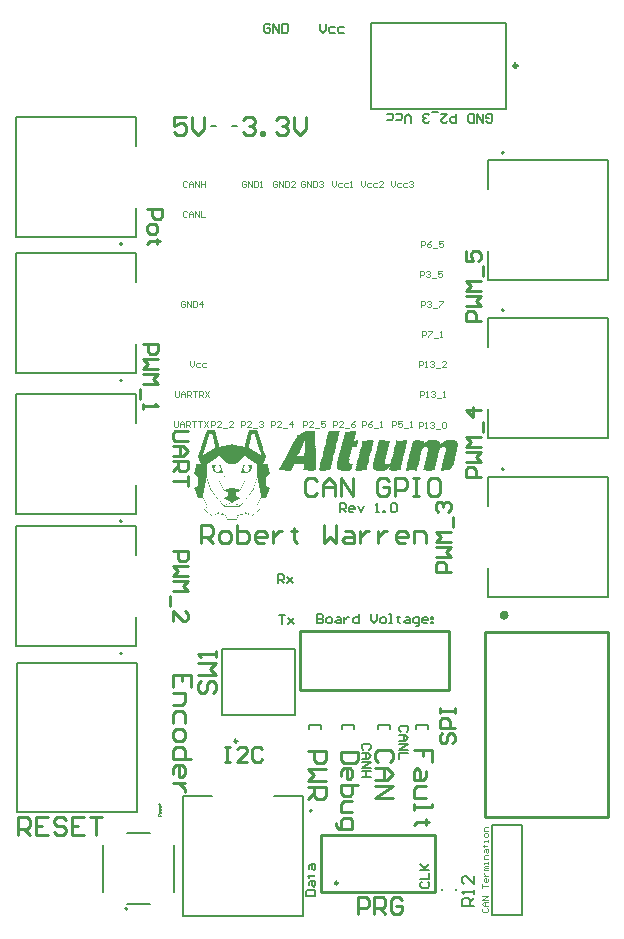
<source format=gbr>
%TF.GenerationSoftware,Altium Limited,Altium Designer,20.1.14 (287)*%
G04 Layer_Color=65535*
%FSLAX25Y25*%
%MOIN*%
%TF.SameCoordinates,EAB65FBB-9CC0-4E70-8F82-B449C0BBF2B7*%
%TF.FilePolarity,Positive*%
%TF.FileFunction,Legend,Top*%
%TF.Part,Single*%
G01*
G75*
%TA.AperFunction,NonConductor*%
%ADD43C,0.01575*%
%ADD44C,0.00787*%
%ADD46C,0.00984*%
%ADD48C,0.00600*%
%ADD49C,0.01000*%
%ADD50C,0.00800*%
%ADD77C,0.01181*%
%ADD78C,0.00500*%
%ADD79C,0.00591*%
%ADD80C,0.00400*%
%ADD81C,0.00900*%
%ADD82C,0.00200*%
G36*
X109019Y162735D02*
X109099D01*
Y162655D01*
X109179D01*
Y162576D01*
X109099D01*
Y162496D01*
X109179D01*
Y162416D01*
X109099D01*
Y162336D01*
X109019D01*
Y162256D01*
Y162176D01*
Y162096D01*
X108939D01*
Y162016D01*
X109019D01*
Y161936D01*
X108939D01*
Y161856D01*
X109019D01*
Y161776D01*
X108939D01*
Y161696D01*
X108859D01*
Y161616D01*
X108779D01*
Y161536D01*
X108859D01*
Y161456D01*
X108779D01*
Y161376D01*
X108859D01*
Y161296D01*
X108779D01*
Y161217D01*
X108859D01*
Y161137D01*
X108779D01*
Y161057D01*
X108699D01*
Y160977D01*
X108619D01*
Y160897D01*
X108699D01*
Y160817D01*
X108619D01*
Y160737D01*
X108699D01*
Y160657D01*
X108619D01*
Y160577D01*
X108699D01*
Y160497D01*
X108619D01*
Y160417D01*
X108539D01*
Y160337D01*
X108459D01*
Y160257D01*
X108539D01*
Y160177D01*
X108459D01*
Y160097D01*
X108539D01*
Y160017D01*
X108459D01*
Y159938D01*
X108539D01*
Y159857D01*
X108459D01*
Y159778D01*
X108379D01*
Y159698D01*
X108459D01*
Y159618D01*
X108379D01*
Y159538D01*
X108299D01*
Y159458D01*
X108379D01*
Y159378D01*
X108299D01*
Y159298D01*
X108379D01*
Y159218D01*
X108299D01*
Y159138D01*
X108379D01*
Y159058D01*
X108299D01*
Y159138D01*
X108220D01*
Y159058D01*
X108140D01*
Y158978D01*
X108220D01*
Y158898D01*
X108140D01*
Y158818D01*
X108220D01*
Y158738D01*
X108140D01*
Y158658D01*
X108220D01*
Y158579D01*
X108140D01*
Y158499D01*
X108060D01*
Y158579D01*
X107980D01*
Y158499D01*
X108060D01*
Y158419D01*
X107980D01*
Y158339D01*
X108060D01*
Y158259D01*
X107980D01*
Y158179D01*
X108060D01*
Y158099D01*
X107980D01*
Y158019D01*
X108060D01*
Y157939D01*
X107980D01*
Y157859D01*
X107900D01*
Y157779D01*
X107820D01*
Y157699D01*
X107900D01*
Y157619D01*
X107820D01*
Y157539D01*
X107900D01*
Y157459D01*
X107820D01*
Y157379D01*
X107900D01*
Y157299D01*
X107820D01*
Y157220D01*
X107740D01*
Y157140D01*
X107820D01*
Y157060D01*
X107900D01*
Y156980D01*
X107820D01*
Y157060D01*
X107740D01*
Y157140D01*
X107660D01*
Y157060D01*
X107740D01*
Y156980D01*
X107660D01*
Y156900D01*
X107740D01*
Y156820D01*
X107660D01*
Y156740D01*
X107740D01*
Y156660D01*
X107660D01*
Y156580D01*
X107580D01*
Y156500D01*
X107500D01*
Y156420D01*
X107580D01*
Y156340D01*
X107500D01*
Y156260D01*
X107580D01*
Y156180D01*
X107500D01*
Y156100D01*
X107580D01*
Y156020D01*
X107500D01*
Y156100D01*
X107420D01*
Y156020D01*
X107500D01*
Y155940D01*
X107420D01*
Y155860D01*
X107340D01*
Y155780D01*
X107420D01*
Y155701D01*
X107340D01*
Y155621D01*
X107420D01*
Y155541D01*
X107340D01*
Y155461D01*
X107420D01*
Y155381D01*
X107340D01*
Y155301D01*
X107260D01*
Y155221D01*
X107180D01*
Y155141D01*
X107260D01*
Y155061D01*
X107180D01*
Y154981D01*
X107260D01*
Y154901D01*
X107180D01*
Y154821D01*
X107260D01*
Y154741D01*
X107180D01*
Y154661D01*
X107100D01*
Y154581D01*
X107020D01*
Y154501D01*
X107100D01*
Y154421D01*
X107020D01*
Y154342D01*
X107100D01*
Y154262D01*
X107020D01*
Y154182D01*
X107100D01*
Y154102D01*
X107020D01*
Y154022D01*
X106940D01*
Y153942D01*
X106860D01*
Y153862D01*
X106940D01*
Y153782D01*
X106860D01*
Y153702D01*
X106940D01*
Y153622D01*
X106860D01*
Y153542D01*
X106940D01*
Y153462D01*
X106860D01*
Y153382D01*
X106781D01*
Y153302D01*
X106701D01*
Y153222D01*
X106781D01*
Y153142D01*
X106701D01*
Y153062D01*
X106781D01*
Y152983D01*
X106701D01*
Y152903D01*
X106781D01*
Y152823D01*
X106701D01*
Y152743D01*
X106621D01*
Y152663D01*
X106541D01*
Y152583D01*
X106621D01*
Y152503D01*
X106541D01*
Y152423D01*
X106621D01*
Y152343D01*
X106541D01*
Y152263D01*
X106621D01*
Y152183D01*
X106541D01*
Y152103D01*
X106461D01*
Y152023D01*
X106541D01*
Y151943D01*
X106461D01*
Y151863D01*
X106381D01*
Y151783D01*
X106461D01*
Y151704D01*
X106381D01*
Y151624D01*
X106461D01*
Y151544D01*
X106381D01*
Y151464D01*
X106461D01*
Y151384D01*
X106381D01*
Y151464D01*
X106301D01*
Y151384D01*
X106221D01*
Y151304D01*
X106301D01*
Y151224D01*
X106221D01*
Y151144D01*
X106301D01*
Y151064D01*
X106221D01*
Y150984D01*
X106301D01*
Y150904D01*
X106221D01*
Y150824D01*
X106141D01*
Y150904D01*
X106061D01*
Y150824D01*
X106141D01*
Y150744D01*
X106061D01*
Y150664D01*
X106141D01*
Y150584D01*
X106061D01*
Y150504D01*
X106141D01*
Y150424D01*
X106061D01*
Y150345D01*
X106141D01*
Y150265D01*
X106061D01*
Y150185D01*
X105981D01*
Y150105D01*
X105901D01*
Y150025D01*
X105981D01*
Y149945D01*
X105901D01*
Y149865D01*
X105981D01*
Y149785D01*
X105901D01*
Y149705D01*
X105981D01*
Y149625D01*
X105901D01*
Y149545D01*
X105821D01*
Y149625D01*
X105741D01*
Y149545D01*
X105821D01*
Y149465D01*
X105741D01*
Y149545D01*
X105661D01*
Y149625D01*
X105581D01*
Y149545D01*
X105661D01*
Y149465D01*
X105581D01*
Y149545D01*
X105501D01*
Y149625D01*
X105421D01*
Y149545D01*
X105501D01*
Y149465D01*
X105421D01*
Y149545D01*
X105342D01*
Y149625D01*
X105262D01*
Y149545D01*
X105342D01*
Y149465D01*
X105262D01*
Y149545D01*
X105182D01*
Y149625D01*
X105102D01*
Y149545D01*
X105182D01*
Y149465D01*
X105102D01*
Y149545D01*
X105022D01*
Y149625D01*
X104942D01*
Y149545D01*
X105022D01*
Y149465D01*
X104942D01*
Y149545D01*
X104862D01*
Y149625D01*
X104782D01*
Y149545D01*
X104862D01*
Y149465D01*
X104782D01*
Y149545D01*
X104702D01*
Y149625D01*
X104622D01*
Y149545D01*
X104702D01*
Y149465D01*
X104622D01*
Y149545D01*
X104542D01*
Y149625D01*
X104462D01*
Y149545D01*
X104542D01*
Y149465D01*
X104462D01*
Y149545D01*
X104382D01*
Y149625D01*
X104302D01*
Y149545D01*
X104382D01*
Y149465D01*
X104302D01*
Y149545D01*
X104222D01*
Y149625D01*
X104142D01*
Y149545D01*
X104222D01*
Y149465D01*
X104142D01*
Y149545D01*
X104062D01*
Y149625D01*
X103983D01*
Y149545D01*
X104062D01*
Y149465D01*
X103983D01*
Y149545D01*
X103903D01*
Y149625D01*
X103823D01*
Y149545D01*
X103903D01*
Y149465D01*
X103823D01*
Y149545D01*
X103743D01*
Y149625D01*
X103663D01*
Y149545D01*
X103743D01*
Y149465D01*
X103663D01*
Y149545D01*
X103583D01*
Y149625D01*
X103503D01*
Y149545D01*
X103583D01*
Y149465D01*
X103503D01*
Y149545D01*
X103423D01*
Y149625D01*
X103343D01*
Y149545D01*
X103423D01*
Y149465D01*
X103343D01*
Y149545D01*
X103263D01*
Y149625D01*
X103183D01*
Y149545D01*
X103263D01*
Y149465D01*
X103183D01*
Y149545D01*
X103103D01*
Y149625D01*
X103023D01*
Y149545D01*
X103103D01*
Y149465D01*
X103023D01*
Y149545D01*
X102943D01*
Y149625D01*
X102863D01*
Y149545D01*
X102943D01*
Y149465D01*
X102863D01*
Y149545D01*
X102783D01*
Y149625D01*
X102703D01*
Y149545D01*
X102783D01*
Y149465D01*
X102703D01*
Y149545D01*
X102624D01*
Y149625D01*
X102544D01*
Y149545D01*
X102624D01*
Y149465D01*
X102544D01*
Y149545D01*
X102464D01*
Y149625D01*
X102384D01*
Y149545D01*
X102464D01*
Y149465D01*
X102384D01*
Y149545D01*
X102304D01*
Y149625D01*
X102224D01*
Y149705D01*
Y149785D01*
Y149865D01*
X102304D01*
Y149945D01*
X102224D01*
Y150025D01*
X102304D01*
Y150105D01*
X102224D01*
Y150185D01*
X102304D01*
Y150265D01*
X102384D01*
Y150345D01*
X102304D01*
Y150424D01*
X102384D01*
Y150345D01*
X102464D01*
Y150424D01*
X102384D01*
Y150504D01*
X102464D01*
Y150584D01*
X102384D01*
Y150664D01*
X102464D01*
Y150744D01*
X102384D01*
Y150824D01*
X102464D01*
Y150904D01*
X102384D01*
Y150984D01*
X102464D01*
Y150904D01*
X102544D01*
Y150984D01*
Y151064D01*
Y151144D01*
X102624D01*
Y151224D01*
X102544D01*
Y151304D01*
X102624D01*
Y151384D01*
X102544D01*
Y151464D01*
X102624D01*
Y151544D01*
X102703D01*
Y151624D01*
X102624D01*
Y151704D01*
X102703D01*
Y151624D01*
X102783D01*
Y151704D01*
X102703D01*
Y151783D01*
X102783D01*
Y151863D01*
X102703D01*
Y151943D01*
X102783D01*
Y152023D01*
Y152103D01*
Y152183D01*
X102703D01*
Y152263D01*
X102783D01*
Y152183D01*
X102863D01*
Y152263D01*
X102943D01*
Y152343D01*
X102863D01*
Y152423D01*
X102943D01*
Y152503D01*
X102863D01*
Y152583D01*
X102943D01*
Y152663D01*
X102863D01*
Y152743D01*
X102943D01*
Y152823D01*
X103023D01*
Y152903D01*
X102943D01*
Y152983D01*
X103023D01*
Y152903D01*
X103103D01*
Y152983D01*
X103023D01*
Y153062D01*
X103103D01*
Y153142D01*
X103023D01*
Y153222D01*
X103103D01*
Y153302D01*
X103023D01*
Y153382D01*
X103103D01*
Y153462D01*
X103023D01*
Y153542D01*
X103183D01*
Y153622D01*
Y153702D01*
X103263D01*
Y153782D01*
X103183D01*
Y153862D01*
X103263D01*
Y153942D01*
X103183D01*
Y154022D01*
X103263D01*
Y154102D01*
X103343D01*
Y154182D01*
X103263D01*
Y154262D01*
X103343D01*
Y154182D01*
X103423D01*
Y154262D01*
X103343D01*
Y154342D01*
X103423D01*
Y154421D01*
X103343D01*
Y154501D01*
X103423D01*
Y154581D01*
X103343D01*
Y154661D01*
X103423D01*
Y154741D01*
X103343D01*
Y154821D01*
X103423D01*
Y154741D01*
X103503D01*
Y154821D01*
Y154901D01*
Y154981D01*
X103583D01*
Y155061D01*
X103503D01*
Y155141D01*
X103583D01*
Y155221D01*
X103503D01*
Y155301D01*
X103583D01*
Y155381D01*
X103663D01*
Y155461D01*
X103583D01*
Y155541D01*
X103663D01*
Y155461D01*
X103743D01*
Y155541D01*
X103663D01*
Y155621D01*
X103743D01*
Y155701D01*
X103663D01*
Y155780D01*
X103743D01*
Y155860D01*
X103663D01*
Y155940D01*
X103743D01*
Y156020D01*
X103663D01*
Y156100D01*
X103903D01*
Y156180D01*
X103823D01*
Y156260D01*
X103903D01*
Y156340D01*
X103823D01*
Y156420D01*
X103903D01*
Y156500D01*
X103823D01*
Y156580D01*
X103903D01*
Y156660D01*
X103983D01*
Y156740D01*
X103903D01*
Y156820D01*
X103983D01*
Y156740D01*
X104062D01*
Y156820D01*
X103983D01*
Y156900D01*
X104062D01*
Y156980D01*
X103983D01*
Y157060D01*
X104062D01*
Y157140D01*
X103983D01*
Y157220D01*
X104062D01*
Y157140D01*
X104142D01*
Y157220D01*
X104062D01*
Y157299D01*
X104142D01*
Y157379D01*
Y157459D01*
Y157539D01*
X104222D01*
Y157619D01*
X104142D01*
Y157699D01*
X104222D01*
Y157779D01*
X104142D01*
Y157859D01*
X104222D01*
Y157939D01*
X104302D01*
Y158019D01*
X104222D01*
Y158099D01*
X104302D01*
Y158019D01*
X104382D01*
Y158099D01*
X104302D01*
Y158179D01*
X104382D01*
Y158259D01*
X104302D01*
Y158339D01*
X104382D01*
Y158419D01*
X104302D01*
Y158499D01*
X104382D01*
Y158579D01*
X104302D01*
Y158658D01*
X104382D01*
Y158579D01*
X104462D01*
Y158658D01*
Y158738D01*
Y158818D01*
X104542D01*
Y158898D01*
X104462D01*
Y158978D01*
X104542D01*
Y159058D01*
X104462D01*
Y159138D01*
X104542D01*
Y159218D01*
X104622D01*
Y159298D01*
X104542D01*
Y159378D01*
X104622D01*
Y159298D01*
X104702D01*
Y159378D01*
X104622D01*
Y159458D01*
X104702D01*
Y159538D01*
X104622D01*
Y159618D01*
X104702D01*
Y159698D01*
Y159778D01*
Y159857D01*
X104622D01*
Y159938D01*
X104782D01*
Y160017D01*
Y160097D01*
X104862D01*
Y160177D01*
X104782D01*
Y160257D01*
X104862D01*
Y160337D01*
X104782D01*
Y160417D01*
X104862D01*
Y160497D01*
X104942D01*
Y160577D01*
X104862D01*
Y160657D01*
X104942D01*
Y160577D01*
X105022D01*
Y160657D01*
X104942D01*
Y160737D01*
X105022D01*
Y160817D01*
X104942D01*
Y160897D01*
X105022D01*
Y160977D01*
X104942D01*
Y161057D01*
X105022D01*
Y161137D01*
X104942D01*
Y161217D01*
X105102D01*
Y161296D01*
Y161376D01*
X105182D01*
Y161456D01*
X105102D01*
Y161536D01*
X105182D01*
Y161616D01*
X105102D01*
Y161696D01*
X105182D01*
Y161776D01*
X105262D01*
Y161856D01*
X105182D01*
Y161936D01*
X105262D01*
Y161856D01*
X105342D01*
Y161936D01*
X105262D01*
Y162016D01*
X105342D01*
Y162096D01*
X105262D01*
Y162176D01*
X105342D01*
Y162256D01*
X105262D01*
Y162336D01*
X105342D01*
Y162416D01*
X105262D01*
Y162496D01*
X105342D01*
Y162416D01*
X105421D01*
Y162496D01*
Y162576D01*
Y162655D01*
X105501D01*
Y162735D01*
X105421D01*
Y162815D01*
X105501D01*
Y162735D01*
X105581D01*
Y162655D01*
X105661D01*
Y162735D01*
X105581D01*
Y162815D01*
X105661D01*
Y162735D01*
X105741D01*
Y162655D01*
X105821D01*
Y162735D01*
X105741D01*
Y162815D01*
X105821D01*
Y162735D01*
X105901D01*
Y162655D01*
X105981D01*
Y162735D01*
X105901D01*
Y162815D01*
X105981D01*
Y162735D01*
X106061D01*
Y162655D01*
X106141D01*
Y162735D01*
X106061D01*
Y162815D01*
X106141D01*
Y162735D01*
X106221D01*
Y162655D01*
X106301D01*
Y162735D01*
X106221D01*
Y162815D01*
X106301D01*
Y162735D01*
X106381D01*
Y162655D01*
X106461D01*
Y162735D01*
X106381D01*
Y162815D01*
X106461D01*
Y162735D01*
X106541D01*
Y162655D01*
X106621D01*
Y162735D01*
X106541D01*
Y162815D01*
X106621D01*
Y162735D01*
X106701D01*
Y162655D01*
X106781D01*
Y162735D01*
X106701D01*
Y162815D01*
X106781D01*
Y162735D01*
X106860D01*
Y162655D01*
X106940D01*
Y162735D01*
X106860D01*
Y162815D01*
X106940D01*
Y162735D01*
X107020D01*
Y162655D01*
X107100D01*
Y162735D01*
X107020D01*
Y162815D01*
X107100D01*
Y162735D01*
X107180D01*
Y162655D01*
X107260D01*
Y162735D01*
X107180D01*
Y162815D01*
X107260D01*
Y162735D01*
X107340D01*
Y162655D01*
X107420D01*
Y162735D01*
X107340D01*
Y162815D01*
X107420D01*
Y162735D01*
X107500D01*
Y162655D01*
X107580D01*
Y162735D01*
X107500D01*
Y162815D01*
X107580D01*
Y162735D01*
X107660D01*
Y162655D01*
X107740D01*
Y162735D01*
X107660D01*
Y162815D01*
X107740D01*
Y162735D01*
X107820D01*
Y162655D01*
X107900D01*
Y162735D01*
X107820D01*
Y162815D01*
X107900D01*
Y162735D01*
X107980D01*
Y162655D01*
X108060D01*
Y162735D01*
X107980D01*
Y162815D01*
X108060D01*
Y162735D01*
X108140D01*
Y162655D01*
X108220D01*
Y162735D01*
X108140D01*
Y162815D01*
X108220D01*
Y162735D01*
X108299D01*
Y162655D01*
X108379D01*
Y162735D01*
X108299D01*
Y162815D01*
X108379D01*
Y162735D01*
X108459D01*
Y162655D01*
X108539D01*
Y162735D01*
X108459D01*
Y162815D01*
X108539D01*
Y162735D01*
X108619D01*
Y162655D01*
X108699D01*
Y162735D01*
X108619D01*
Y162815D01*
X108699D01*
Y162735D01*
X108779D01*
Y162655D01*
X108859D01*
Y162735D01*
X108779D01*
Y162815D01*
X108859D01*
Y162735D01*
X108939D01*
Y162655D01*
X109019D01*
Y162735D01*
X108939D01*
Y162815D01*
X109019D01*
Y162735D01*
D02*
G37*
G36*
X100705D02*
X100785D01*
Y162655D01*
X100865D01*
Y162576D01*
X100785D01*
Y162496D01*
X100865D01*
Y162416D01*
Y162336D01*
Y162256D01*
X100785D01*
Y162176D01*
X100865D01*
Y162096D01*
X100945D01*
Y162016D01*
X100865D01*
Y161936D01*
X100785D01*
Y161856D01*
X100865D01*
Y161776D01*
X100945D01*
Y161696D01*
X101025D01*
Y161616D01*
X100945D01*
Y161696D01*
X100865D01*
Y161616D01*
X100945D01*
Y161536D01*
X101025D01*
Y161456D01*
X100945D01*
Y161376D01*
X101025D01*
Y161296D01*
X100945D01*
Y161376D01*
X100865D01*
Y161296D01*
X100945D01*
Y161217D01*
X101025D01*
Y161137D01*
X100945D01*
Y161057D01*
X101025D01*
Y160977D01*
X100945D01*
Y161057D01*
X100865D01*
Y160977D01*
X100945D01*
Y160897D01*
X101025D01*
Y160817D01*
X100945D01*
Y160737D01*
X101025D01*
Y160657D01*
X100945D01*
Y160577D01*
X101025D01*
Y160497D01*
X100945D01*
Y160417D01*
X101025D01*
Y160337D01*
X100945D01*
Y160257D01*
X101025D01*
Y160177D01*
X100945D01*
Y160097D01*
X101025D01*
Y160017D01*
X100945D01*
Y159938D01*
X101025D01*
Y159857D01*
X100945D01*
Y159778D01*
X101025D01*
Y159698D01*
X100945D01*
Y159618D01*
X101025D01*
Y159538D01*
X100945D01*
Y159458D01*
X101025D01*
Y159378D01*
X100945D01*
Y159298D01*
X101025D01*
Y159218D01*
X100945D01*
Y159138D01*
X101025D01*
Y159058D01*
X100945D01*
Y158978D01*
X101025D01*
Y158898D01*
X100945D01*
Y158818D01*
X101025D01*
Y158738D01*
X100945D01*
Y158658D01*
X101025D01*
Y158579D01*
X100945D01*
Y158499D01*
X101025D01*
Y158419D01*
X100945D01*
Y158339D01*
X101025D01*
Y158259D01*
X100945D01*
Y158179D01*
X101025D01*
Y158099D01*
X101105D01*
Y158019D01*
X101185D01*
Y157939D01*
X101105D01*
Y158019D01*
X101025D01*
Y158099D01*
X100945D01*
Y158019D01*
X101025D01*
Y157939D01*
X100945D01*
Y157859D01*
X101025D01*
Y157779D01*
X101105D01*
Y157699D01*
X101185D01*
Y157619D01*
X101105D01*
Y157699D01*
X101025D01*
Y157779D01*
X100945D01*
Y157699D01*
X101025D01*
Y157619D01*
X101105D01*
Y157539D01*
X101025D01*
Y157619D01*
X100945D01*
Y157539D01*
X101025D01*
Y157459D01*
X101105D01*
Y157379D01*
X101185D01*
Y157299D01*
X101105D01*
Y157379D01*
X101025D01*
Y157299D01*
X101105D01*
Y157220D01*
X101025D01*
Y157299D01*
X100945D01*
Y157220D01*
X101025D01*
Y157140D01*
X101105D01*
Y157060D01*
X101185D01*
Y156980D01*
X101105D01*
Y156900D01*
Y156820D01*
Y156740D01*
X101185D01*
Y156660D01*
X101105D01*
Y156580D01*
Y156500D01*
Y156420D01*
X101185D01*
Y156340D01*
X101105D01*
Y156260D01*
X101185D01*
Y156180D01*
X101105D01*
Y156100D01*
X101185D01*
Y156020D01*
X101105D01*
Y155940D01*
X101185D01*
Y155860D01*
X101105D01*
Y155780D01*
X101185D01*
Y155701D01*
X101105D01*
Y155621D01*
X101185D01*
Y155541D01*
X101105D01*
Y155461D01*
X101185D01*
Y155381D01*
X101105D01*
Y155301D01*
X101185D01*
Y155221D01*
X101105D01*
Y155141D01*
X101185D01*
Y155061D01*
X101105D01*
Y154981D01*
X101185D01*
Y154901D01*
X101105D01*
Y154821D01*
X101185D01*
Y154741D01*
X101105D01*
Y154661D01*
X101185D01*
Y154581D01*
X101105D01*
Y154501D01*
X101185D01*
Y154421D01*
X101265D01*
Y154342D01*
X101185D01*
Y154421D01*
X101105D01*
Y154342D01*
X101185D01*
Y154262D01*
X101105D01*
Y154182D01*
X101185D01*
Y154102D01*
X101265D01*
Y154022D01*
X101185D01*
Y153942D01*
X101105D01*
Y153862D01*
X101185D01*
Y153782D01*
X101265D01*
Y153702D01*
X101185D01*
Y153622D01*
X101105D01*
Y153542D01*
X101185D01*
Y153462D01*
X101265D01*
Y153382D01*
X101185D01*
Y153302D01*
X101265D01*
Y153222D01*
X101185D01*
Y153142D01*
X101265D01*
Y153062D01*
X101185D01*
Y152983D01*
X101265D01*
Y152903D01*
Y152823D01*
Y152743D01*
X101345D01*
Y152663D01*
X101265D01*
Y152743D01*
X101185D01*
Y152663D01*
X101265D01*
Y152583D01*
Y152503D01*
Y152423D01*
X101345D01*
Y152343D01*
X101265D01*
Y152423D01*
X101185D01*
Y152343D01*
X101265D01*
Y152263D01*
X101345D01*
Y152183D01*
X101265D01*
Y152103D01*
X101345D01*
Y152023D01*
X101265D01*
Y152103D01*
X101185D01*
Y152023D01*
X101265D01*
Y151943D01*
X101345D01*
Y151863D01*
X101265D01*
Y151783D01*
X101345D01*
Y151704D01*
X101265D01*
Y151624D01*
X101345D01*
Y151544D01*
X101265D01*
Y151464D01*
X101345D01*
Y151384D01*
X101265D01*
Y151304D01*
X101345D01*
Y151224D01*
X101265D01*
Y151144D01*
X101345D01*
Y151064D01*
X101265D01*
Y150984D01*
X101345D01*
Y150904D01*
X101265D01*
Y150824D01*
X101345D01*
Y150744D01*
X101265D01*
Y150664D01*
X101345D01*
Y150584D01*
X101265D01*
Y150504D01*
X101345D01*
Y150424D01*
X101265D01*
Y150345D01*
X101345D01*
Y150265D01*
X101265D01*
Y150185D01*
X101345D01*
Y150105D01*
X101265D01*
Y150025D01*
X101345D01*
Y149945D01*
X101265D01*
Y149865D01*
X101345D01*
Y149785D01*
X101265D01*
Y149705D01*
X101345D01*
Y149625D01*
X101265D01*
Y149545D01*
X101345D01*
Y149465D01*
X101265D01*
Y149545D01*
X101185D01*
Y149625D01*
X101105D01*
Y149545D01*
X101185D01*
Y149465D01*
X101105D01*
Y149545D01*
X101025D01*
Y149625D01*
X100945D01*
Y149545D01*
X101025D01*
Y149465D01*
X100945D01*
Y149545D01*
X100865D01*
Y149625D01*
X100785D01*
Y149545D01*
X100865D01*
Y149465D01*
X100785D01*
Y149545D01*
X100705D01*
Y149625D01*
X100625D01*
Y149545D01*
X100705D01*
Y149465D01*
X100625D01*
Y149545D01*
X100545D01*
Y149625D01*
X100465D01*
Y149545D01*
X100545D01*
Y149465D01*
X100465D01*
Y149545D01*
X100385D01*
Y149625D01*
X100305D01*
Y149545D01*
X100385D01*
Y149465D01*
X100305D01*
Y149545D01*
X100225D01*
Y149625D01*
X100145D01*
Y149545D01*
X100225D01*
Y149465D01*
X100145D01*
Y149545D01*
X100065D01*
Y149625D01*
X99985D01*
Y149545D01*
X100065D01*
Y149465D01*
X99985D01*
Y149545D01*
X99906D01*
Y149625D01*
X99826D01*
Y149545D01*
X99906D01*
Y149465D01*
X99826D01*
Y149545D01*
X99746D01*
Y149625D01*
X99666D01*
Y149545D01*
X99746D01*
Y149465D01*
X99666D01*
Y149545D01*
X99586D01*
Y149625D01*
X99506D01*
Y149545D01*
X99586D01*
Y149465D01*
X99506D01*
Y149545D01*
X99426D01*
Y149625D01*
X99346D01*
Y149545D01*
X99426D01*
Y149465D01*
X99346D01*
Y149545D01*
X99266D01*
Y149625D01*
X99186D01*
Y149545D01*
X99266D01*
Y149465D01*
X99186D01*
Y149545D01*
X99106D01*
Y149625D01*
X99026D01*
Y149545D01*
X99106D01*
Y149465D01*
X99026D01*
Y149545D01*
X98946D01*
Y149625D01*
X98866D01*
Y149545D01*
X98946D01*
Y149465D01*
X98866D01*
Y149545D01*
X98786D01*
Y149625D01*
X98706D01*
Y149545D01*
X98786D01*
Y149465D01*
X98706D01*
Y149545D01*
X98627D01*
Y149625D01*
X98546D01*
Y149545D01*
X98627D01*
Y149465D01*
X98546D01*
Y149545D01*
X98467D01*
Y149625D01*
X98387D01*
Y149545D01*
X98467D01*
Y149465D01*
X98387D01*
Y149545D01*
X98307D01*
Y149625D01*
X98227D01*
Y149545D01*
X98307D01*
Y149465D01*
X98227D01*
Y149545D01*
X98147D01*
Y149625D01*
X98067D01*
Y149545D01*
X98147D01*
Y149465D01*
X98067D01*
Y149545D01*
X97987D01*
Y149625D01*
X97907D01*
Y149545D01*
X97987D01*
Y149465D01*
X97907D01*
Y149545D01*
X97827D01*
Y149625D01*
X97747D01*
Y149545D01*
X97827D01*
Y149465D01*
X97747D01*
Y149545D01*
X97667D01*
Y149625D01*
X97587D01*
Y149545D01*
X97667D01*
Y149465D01*
X97587D01*
Y149545D01*
X97507D01*
Y149625D01*
X97427D01*
Y149545D01*
X97507D01*
Y149465D01*
X97427D01*
Y149545D01*
X97347D01*
Y149625D01*
X97267D01*
Y149545D01*
X97347D01*
Y149465D01*
X97267D01*
Y149545D01*
X97188D01*
Y149625D01*
X97108D01*
Y149705D01*
X97188D01*
Y149785D01*
X97108D01*
Y149865D01*
X97028D01*
Y149945D01*
X96948D01*
Y150025D01*
X97028D01*
Y149945D01*
X97108D01*
Y149865D01*
X97188D01*
Y149945D01*
X97108D01*
Y150025D01*
X97188D01*
Y150105D01*
X97108D01*
Y150185D01*
X97188D01*
Y150265D01*
X97108D01*
Y150345D01*
X97188D01*
Y150424D01*
X97108D01*
Y150504D01*
X97188D01*
Y150584D01*
X97108D01*
Y150664D01*
X97188D01*
Y150744D01*
X97108D01*
Y150824D01*
X97188D01*
Y150904D01*
X97108D01*
Y150984D01*
X97188D01*
Y151064D01*
X97108D01*
Y151144D01*
X97188D01*
Y151224D01*
X97108D01*
Y151304D01*
X97188D01*
Y151384D01*
X97108D01*
Y151464D01*
X97188D01*
Y151544D01*
X97108D01*
Y151624D01*
X97188D01*
Y151704D01*
X97108D01*
Y151783D01*
X97028D01*
Y151863D01*
X96948D01*
Y151783D01*
X96868D01*
Y151863D01*
X96788D01*
Y151783D01*
X96868D01*
Y151704D01*
X96788D01*
Y151783D01*
X96708D01*
Y151863D01*
X96628D01*
Y151783D01*
X96548D01*
Y151863D01*
X96468D01*
Y151783D01*
X96548D01*
Y151704D01*
X96468D01*
Y151783D01*
X96388D01*
Y151863D01*
X96308D01*
Y151783D01*
X96228D01*
Y151863D01*
X96148D01*
Y151783D01*
X96228D01*
Y151704D01*
X96148D01*
Y151783D01*
X96068D01*
Y151863D01*
X95988D01*
Y151783D01*
X95908D01*
Y151863D01*
X95828D01*
Y151783D01*
X95908D01*
Y151704D01*
X95828D01*
Y151783D01*
X95749D01*
Y151863D01*
X95669D01*
Y151783D01*
X95589D01*
Y151863D01*
X95509D01*
Y151783D01*
X95589D01*
Y151704D01*
X95509D01*
Y151783D01*
X95429D01*
Y151863D01*
X95349D01*
Y151783D01*
X95269D01*
Y151863D01*
X95189D01*
Y151783D01*
X95269D01*
Y151704D01*
X95189D01*
Y151783D01*
X95109D01*
Y151863D01*
X95029D01*
Y151783D01*
X94949D01*
Y151863D01*
X94869D01*
Y151783D01*
X94949D01*
Y151704D01*
X94869D01*
Y151783D01*
X94789D01*
Y151863D01*
X94709D01*
Y151783D01*
X94629D01*
Y151863D01*
X94549D01*
Y151783D01*
X94629D01*
Y151704D01*
X94549D01*
Y151783D01*
X94469D01*
Y151863D01*
X94389D01*
Y151783D01*
X94310D01*
Y151863D01*
X94230D01*
Y151783D01*
X94310D01*
Y151704D01*
X94230D01*
Y151783D01*
X94150D01*
Y151863D01*
X94070D01*
Y151783D01*
X93990D01*
Y151863D01*
X93910D01*
Y151783D01*
X93990D01*
Y151704D01*
X93910D01*
Y151624D01*
X93990D01*
Y151544D01*
X93910D01*
Y151464D01*
X93830D01*
Y151384D01*
X93750D01*
Y151304D01*
X93830D01*
Y151224D01*
X93750D01*
Y151144D01*
X93670D01*
Y151064D01*
X93590D01*
Y150984D01*
X93670D01*
Y150904D01*
X93590D01*
Y150824D01*
X93510D01*
Y150744D01*
X93430D01*
Y150664D01*
X93510D01*
Y150584D01*
X93430D01*
Y150504D01*
Y150424D01*
Y150345D01*
X93510D01*
Y150265D01*
X93430D01*
Y150345D01*
X93350D01*
Y150424D01*
X93270D01*
Y150345D01*
X93350D01*
Y150265D01*
X93270D01*
Y150185D01*
X93350D01*
Y150105D01*
X93270D01*
Y150025D01*
X93190D01*
Y150105D01*
X93111D01*
Y150025D01*
X93190D01*
Y149945D01*
X93111D01*
Y149865D01*
X93190D01*
Y149785D01*
X93111D01*
Y149705D01*
X93031D01*
Y149625D01*
X92951D01*
Y149545D01*
X93031D01*
Y149465D01*
X92951D01*
Y149545D01*
X92871D01*
Y149465D01*
X92791D01*
Y149545D01*
X92711D01*
Y149625D01*
X92631D01*
Y149545D01*
X92711D01*
Y149465D01*
X92631D01*
Y149545D01*
X92551D01*
Y149625D01*
X92471D01*
Y149545D01*
X92551D01*
Y149465D01*
X92471D01*
Y149545D01*
X92391D01*
Y149625D01*
X92311D01*
Y149545D01*
X92391D01*
Y149465D01*
X92311D01*
Y149545D01*
X92231D01*
Y149625D01*
X92151D01*
Y149545D01*
X92231D01*
Y149465D01*
X92151D01*
Y149545D01*
X92071D01*
Y149625D01*
X91991D01*
Y149545D01*
X92071D01*
Y149465D01*
X91991D01*
Y149545D01*
X91911D01*
Y149625D01*
X91831D01*
Y149545D01*
X91911D01*
Y149465D01*
X91831D01*
Y149545D01*
X91751D01*
Y149625D01*
X91672D01*
Y149545D01*
X91751D01*
Y149465D01*
X91672D01*
Y149545D01*
X91592D01*
Y149625D01*
X91512D01*
Y149545D01*
X91592D01*
Y149465D01*
X91512D01*
Y149545D01*
X91432D01*
Y149625D01*
X91352D01*
Y149545D01*
X91432D01*
Y149465D01*
X91352D01*
Y149545D01*
X91272D01*
Y149625D01*
X91192D01*
Y149545D01*
X91272D01*
Y149465D01*
X91192D01*
Y149545D01*
X91112D01*
Y149625D01*
X91032D01*
Y149545D01*
X91112D01*
Y149465D01*
X91032D01*
Y149545D01*
X90952D01*
Y149625D01*
X90872D01*
Y149545D01*
X90952D01*
Y149465D01*
X90872D01*
Y149545D01*
X90792D01*
Y149625D01*
X90712D01*
Y149545D01*
X90792D01*
Y149465D01*
X90712D01*
Y149545D01*
X90632D01*
Y149625D01*
X90552D01*
Y149545D01*
X90632D01*
Y149465D01*
X90552D01*
Y149545D01*
X90472D01*
Y149625D01*
X90392D01*
Y149545D01*
X90472D01*
Y149465D01*
X90392D01*
Y149545D01*
X90312D01*
Y149625D01*
X90233D01*
Y149545D01*
X90312D01*
Y149465D01*
X90233D01*
Y149545D01*
X90153D01*
Y149625D01*
X90073D01*
Y149545D01*
X90153D01*
Y149465D01*
X90073D01*
Y149545D01*
X89993D01*
Y149625D01*
X89913D01*
Y149545D01*
X89993D01*
Y149465D01*
X89913D01*
Y149545D01*
X89833D01*
Y149625D01*
X89753D01*
Y149545D01*
X89833D01*
Y149465D01*
X89753D01*
Y149545D01*
X89673D01*
Y149625D01*
X89593D01*
Y149545D01*
X89673D01*
Y149465D01*
X89593D01*
Y149545D01*
X89513D01*
Y149625D01*
X89433D01*
Y149545D01*
X89513D01*
Y149465D01*
X89433D01*
Y149545D01*
X89353D01*
Y149625D01*
X89273D01*
Y149545D01*
X89353D01*
Y149465D01*
X89273D01*
Y149545D01*
X89193D01*
Y149625D01*
X89113D01*
Y149545D01*
X89193D01*
Y149465D01*
X89113D01*
Y149545D01*
X89033D01*
Y149625D01*
X88954D01*
Y149545D01*
X89033D01*
Y149465D01*
X88954D01*
Y149545D01*
X88874D01*
Y149625D01*
X88794D01*
Y149705D01*
X88874D01*
Y149785D01*
X88794D01*
Y149865D01*
X88874D01*
Y149945D01*
X88954D01*
Y150025D01*
X89033D01*
Y150105D01*
X89113D01*
Y150185D01*
X89033D01*
Y150265D01*
X89113D01*
Y150185D01*
X89193D01*
Y150265D01*
X89113D01*
Y150345D01*
X89193D01*
Y150424D01*
X89273D01*
Y150504D01*
Y150584D01*
Y150664D01*
X89353D01*
Y150744D01*
X89433D01*
Y150824D01*
X89513D01*
Y150904D01*
X89433D01*
Y150984D01*
X89513D01*
Y151064D01*
X89433D01*
Y151144D01*
X89513D01*
Y151064D01*
X89593D01*
Y150984D01*
X89673D01*
Y151064D01*
X89593D01*
Y151144D01*
X89673D01*
Y151224D01*
X89593D01*
Y151304D01*
X89673D01*
Y151384D01*
X89753D01*
Y151464D01*
X89833D01*
Y151544D01*
X89753D01*
Y151624D01*
X89833D01*
Y151704D01*
X89913D01*
Y151624D01*
X89993D01*
Y151704D01*
X89913D01*
Y151783D01*
X89993D01*
Y151863D01*
X89913D01*
Y151943D01*
X90073D01*
Y152023D01*
Y152103D01*
X90153D01*
Y152183D01*
X90073D01*
Y152263D01*
X90153D01*
Y152183D01*
X90233D01*
Y152263D01*
X90153D01*
Y152343D01*
X90233D01*
Y152263D01*
X90312D01*
Y152343D01*
X90233D01*
Y152423D01*
X90312D01*
Y152503D01*
X90233D01*
Y152583D01*
X90472D01*
Y152663D01*
X90392D01*
Y152743D01*
X90472D01*
Y152823D01*
X90552D01*
Y152903D01*
X90632D01*
Y152983D01*
X90552D01*
Y153062D01*
X90632D01*
Y153142D01*
X90552D01*
Y153222D01*
X90632D01*
Y153142D01*
X90712D01*
Y153222D01*
X90792D01*
Y153302D01*
X90712D01*
Y153382D01*
X90792D01*
Y153462D01*
X90872D01*
Y153542D01*
X90952D01*
Y153622D01*
X90872D01*
Y153702D01*
X90952D01*
Y153782D01*
X91032D01*
Y153862D01*
X91112D01*
Y153942D01*
X91032D01*
Y154022D01*
X91112D01*
Y154102D01*
X91192D01*
Y154182D01*
X91272D01*
Y154262D01*
X91192D01*
Y154342D01*
X91272D01*
Y154421D01*
X91352D01*
Y154342D01*
X91432D01*
Y154421D01*
X91352D01*
Y154501D01*
X91432D01*
Y154581D01*
X91352D01*
Y154661D01*
X91512D01*
Y154741D01*
Y154821D01*
X91592D01*
Y154901D01*
X91672D01*
Y154981D01*
X91592D01*
Y155061D01*
X91672D01*
Y154981D01*
X91751D01*
Y155061D01*
X91672D01*
Y155141D01*
X91751D01*
Y155221D01*
X91672D01*
Y155301D01*
X91751D01*
Y155221D01*
X91831D01*
Y155141D01*
X91911D01*
Y155221D01*
X91831D01*
Y155301D01*
X91911D01*
Y155381D01*
X91831D01*
Y155461D01*
X91911D01*
Y155541D01*
X91991D01*
Y155621D01*
X92071D01*
Y155701D01*
X91991D01*
Y155780D01*
X92071D01*
Y155860D01*
X92151D01*
Y155940D01*
X92231D01*
Y156020D01*
X92151D01*
Y156100D01*
X92231D01*
Y156180D01*
X92311D01*
Y156260D01*
X92391D01*
Y156340D01*
X92311D01*
Y156420D01*
X92391D01*
Y156500D01*
X92471D01*
Y156420D01*
X92551D01*
Y156500D01*
X92471D01*
Y156580D01*
X92551D01*
Y156660D01*
X92471D01*
Y156740D01*
X92551D01*
Y156820D01*
X92631D01*
Y156900D01*
X92711D01*
Y156980D01*
X92631D01*
Y157060D01*
X92711D01*
Y157140D01*
X92791D01*
Y157060D01*
X92871D01*
Y157140D01*
X92791D01*
Y157220D01*
X92871D01*
Y157299D01*
X92791D01*
Y157379D01*
X93031D01*
Y157459D01*
X92951D01*
Y157539D01*
X93031D01*
Y157619D01*
X93111D01*
Y157699D01*
X93190D01*
Y157779D01*
X93111D01*
Y157859D01*
X93190D01*
Y157939D01*
X93111D01*
Y158019D01*
X93190D01*
Y157939D01*
X93270D01*
Y158019D01*
X93350D01*
Y158099D01*
X93270D01*
Y158179D01*
X93350D01*
Y158259D01*
X93430D01*
Y158339D01*
X93510D01*
Y158419D01*
X93430D01*
Y158499D01*
X93510D01*
Y158579D01*
X93590D01*
Y158658D01*
X93670D01*
Y158738D01*
X93590D01*
Y158818D01*
X93670D01*
Y158898D01*
X93750D01*
Y158978D01*
X93830D01*
Y159058D01*
X93910D01*
Y159138D01*
X93830D01*
Y159218D01*
X93910D01*
Y159138D01*
X93990D01*
Y159218D01*
X93910D01*
Y159298D01*
X93990D01*
Y159378D01*
X93910D01*
Y159458D01*
X94070D01*
Y159538D01*
Y159618D01*
X94150D01*
Y159698D01*
X94230D01*
Y159778D01*
X94150D01*
Y159857D01*
X94230D01*
Y159778D01*
X94310D01*
Y159857D01*
X94230D01*
Y159938D01*
X94310D01*
Y160017D01*
X94230D01*
Y160097D01*
X94310D01*
Y160017D01*
X94389D01*
Y160097D01*
X94469D01*
Y160177D01*
X94389D01*
Y160257D01*
X94469D01*
Y160337D01*
X94549D01*
Y160417D01*
X94629D01*
Y160497D01*
X94709D01*
Y160577D01*
X94789D01*
Y160657D01*
X94709D01*
Y160737D01*
X94789D01*
Y160817D01*
X94869D01*
Y160737D01*
X94949D01*
Y160817D01*
X94869D01*
Y160897D01*
X94949D01*
Y160977D01*
X95029D01*
Y160897D01*
X95109D01*
Y160977D01*
X95029D01*
Y161057D01*
X95109D01*
Y161137D01*
X95029D01*
Y161217D01*
X95109D01*
Y161137D01*
X95189D01*
Y161217D01*
X95269D01*
Y161296D01*
X95189D01*
Y161376D01*
X95269D01*
Y161296D01*
X95349D01*
Y161376D01*
X95429D01*
Y161456D01*
X95349D01*
Y161536D01*
X95429D01*
Y161456D01*
X95509D01*
Y161536D01*
X95589D01*
Y161616D01*
X95669D01*
Y161536D01*
X95749D01*
Y161616D01*
X95669D01*
Y161696D01*
X95749D01*
Y161776D01*
X95828D01*
Y161696D01*
X95908D01*
Y161776D01*
X95828D01*
Y161856D01*
X95908D01*
Y161776D01*
X95988D01*
Y161856D01*
X96068D01*
Y161936D01*
X96148D01*
Y162016D01*
X96228D01*
Y162096D01*
X96308D01*
Y162016D01*
X96388D01*
Y162096D01*
X96308D01*
Y162176D01*
X96388D01*
Y162096D01*
X96468D01*
Y162176D01*
X96548D01*
Y162256D01*
X96628D01*
Y162176D01*
X96708D01*
Y162256D01*
X96628D01*
Y162336D01*
X96708D01*
Y162256D01*
X96788D01*
Y162336D01*
X97028D01*
Y162416D01*
X96948D01*
Y162496D01*
X97028D01*
Y162416D01*
X97108D01*
Y162496D01*
X97188D01*
Y162416D01*
X97267D01*
Y162496D01*
X97507D01*
Y162576D01*
X97427D01*
Y162655D01*
X97507D01*
Y162576D01*
X97587D01*
Y162496D01*
X97667D01*
Y162576D01*
X97587D01*
Y162655D01*
X97667D01*
Y162576D01*
X97747D01*
Y162655D01*
X97987D01*
Y162735D01*
X98067D01*
Y162655D01*
X98147D01*
Y162735D01*
X98227D01*
Y162655D01*
X98307D01*
Y162735D01*
X98387D01*
Y162655D01*
X98467D01*
Y162735D01*
X98546D01*
Y162655D01*
X98627D01*
Y162735D01*
X98546D01*
Y162815D01*
X98627D01*
Y162735D01*
X98706D01*
Y162655D01*
X98786D01*
Y162735D01*
X98706D01*
Y162815D01*
X98786D01*
Y162735D01*
X98866D01*
Y162655D01*
X98946D01*
Y162735D01*
X98866D01*
Y162815D01*
X98946D01*
Y162735D01*
X99026D01*
Y162655D01*
X99106D01*
Y162735D01*
X99026D01*
Y162815D01*
X99106D01*
Y162735D01*
X99186D01*
Y162655D01*
X99266D01*
Y162735D01*
X99186D01*
Y162815D01*
X99266D01*
Y162735D01*
X99346D01*
Y162655D01*
X99426D01*
Y162735D01*
X99346D01*
Y162815D01*
X99426D01*
Y162735D01*
X99506D01*
Y162655D01*
X99586D01*
Y162735D01*
X99506D01*
Y162815D01*
X99586D01*
Y162735D01*
X99666D01*
Y162655D01*
X99746D01*
Y162735D01*
X99666D01*
Y162815D01*
X99746D01*
Y162735D01*
X99826D01*
Y162655D01*
X99906D01*
Y162735D01*
X99826D01*
Y162815D01*
X99906D01*
Y162735D01*
X99985D01*
Y162655D01*
X100065D01*
Y162735D01*
X99985D01*
Y162815D01*
X100065D01*
Y162735D01*
X100145D01*
Y162655D01*
X100225D01*
Y162735D01*
X100145D01*
Y162815D01*
X100225D01*
Y162735D01*
X100305D01*
Y162655D01*
X100385D01*
Y162735D01*
X100305D01*
Y162815D01*
X100385D01*
Y162735D01*
X100465D01*
Y162655D01*
X100545D01*
Y162735D01*
X100465D01*
Y162815D01*
X100545D01*
Y162735D01*
X100625D01*
Y162655D01*
X100705D01*
Y162735D01*
X100625D01*
Y162815D01*
X100705D01*
Y162735D01*
D02*
G37*
G36*
X114455Y162576D02*
X114535D01*
Y162496D01*
X114615D01*
Y162416D01*
X114535D01*
Y162336D01*
X114615D01*
Y162256D01*
X114535D01*
Y162176D01*
X114615D01*
Y162096D01*
X114535D01*
Y162016D01*
X114455D01*
Y161936D01*
X114375D01*
Y161856D01*
X114455D01*
Y161776D01*
X114375D01*
Y161696D01*
X114455D01*
Y161616D01*
X114375D01*
Y161536D01*
X114455D01*
Y161456D01*
X114375D01*
Y161376D01*
X114295D01*
Y161296D01*
X114215D01*
Y161217D01*
X114295D01*
Y161137D01*
X114215D01*
Y161057D01*
X114295D01*
Y160977D01*
X114215D01*
Y160897D01*
X114295D01*
Y160817D01*
X114215D01*
Y160897D01*
X114135D01*
Y160817D01*
X114215D01*
Y160737D01*
X114135D01*
Y160657D01*
X114055D01*
Y160577D01*
X114135D01*
Y160497D01*
X114055D01*
Y160417D01*
X114135D01*
Y160337D01*
X114055D01*
Y160257D01*
Y160177D01*
Y160097D01*
X113975D01*
Y160017D01*
X113895D01*
Y159938D01*
X113975D01*
Y159857D01*
X113895D01*
Y159778D01*
X113975D01*
Y159698D01*
X113895D01*
Y159618D01*
X113975D01*
Y159538D01*
X114055D01*
Y159458D01*
X114135D01*
Y159538D01*
X114055D01*
Y159618D01*
X114135D01*
Y159538D01*
X114215D01*
Y159458D01*
X114295D01*
Y159538D01*
X114215D01*
Y159618D01*
X114295D01*
Y159538D01*
X114375D01*
Y159458D01*
X114455D01*
Y159538D01*
X114375D01*
Y159618D01*
X114455D01*
Y159538D01*
X114535D01*
Y159458D01*
X114615D01*
Y159538D01*
X114535D01*
Y159618D01*
X114615D01*
Y159538D01*
X114695D01*
Y159458D01*
X114775D01*
Y159538D01*
X114695D01*
Y159618D01*
X114775D01*
Y159538D01*
X114855D01*
Y159458D01*
X114935D01*
Y159538D01*
X114855D01*
Y159618D01*
X114935D01*
Y159538D01*
X115015D01*
Y159458D01*
X115094D01*
Y159538D01*
X115015D01*
Y159618D01*
X115094D01*
Y159538D01*
X115174D01*
Y159458D01*
X115254D01*
Y159538D01*
X115174D01*
Y159618D01*
X115254D01*
Y159538D01*
X115334D01*
Y159458D01*
X115414D01*
Y159378D01*
X115334D01*
Y159298D01*
X115414D01*
Y159218D01*
X115334D01*
Y159138D01*
X115254D01*
Y159058D01*
X115174D01*
Y158978D01*
X115254D01*
Y158898D01*
X115174D01*
Y158818D01*
X115254D01*
Y158738D01*
X115174D01*
Y158658D01*
X115254D01*
Y158579D01*
X115174D01*
Y158658D01*
X115094D01*
Y158579D01*
X115174D01*
Y158499D01*
X115094D01*
Y158419D01*
X115015D01*
Y158339D01*
X115094D01*
Y158259D01*
X115015D01*
Y158179D01*
X115094D01*
Y158099D01*
X115015D01*
Y158019D01*
X115094D01*
Y157939D01*
X115015D01*
Y157859D01*
X114935D01*
Y157779D01*
X114855D01*
Y157699D01*
X114935D01*
Y157619D01*
X114855D01*
Y157539D01*
X114935D01*
Y157459D01*
X114855D01*
Y157379D01*
X114935D01*
Y157299D01*
X114855D01*
Y157379D01*
X114775D01*
Y157299D01*
X114695D01*
Y157220D01*
X114615D01*
Y157299D01*
X114055D01*
Y157220D01*
X113975D01*
Y157299D01*
X113416D01*
Y157220D01*
X113336D01*
Y157299D01*
X113256D01*
Y157220D01*
Y157140D01*
Y157060D01*
X113176D01*
Y156980D01*
X113256D01*
Y156900D01*
X113176D01*
Y156980D01*
X113096D01*
Y156900D01*
X113176D01*
Y156820D01*
X113096D01*
Y156740D01*
X113176D01*
Y156660D01*
X113096D01*
Y156580D01*
X113176D01*
Y156500D01*
X113096D01*
Y156420D01*
Y156340D01*
Y156260D01*
X113016D01*
Y156180D01*
X112936D01*
Y156100D01*
X113016D01*
Y156020D01*
X112936D01*
Y155940D01*
X113016D01*
Y155860D01*
X112936D01*
Y155780D01*
X113016D01*
Y155701D01*
X112936D01*
Y155780D01*
X112856D01*
Y155701D01*
X112776D01*
Y155621D01*
X112856D01*
Y155541D01*
X112776D01*
Y155461D01*
X112856D01*
Y155381D01*
X112776D01*
Y155301D01*
X112856D01*
Y155221D01*
X112776D01*
Y155301D01*
X112696D01*
Y155221D01*
X112776D01*
Y155141D01*
X112696D01*
Y155061D01*
X112776D01*
Y154981D01*
X112696D01*
Y154901D01*
X112616D01*
Y154821D01*
X112696D01*
Y154741D01*
X112616D01*
Y154661D01*
X112696D01*
Y154581D01*
X112616D01*
Y154501D01*
X112696D01*
Y154421D01*
X112616D01*
Y154501D01*
X112536D01*
Y154421D01*
X112616D01*
Y154342D01*
X112536D01*
Y154421D01*
X112456D01*
Y154342D01*
X112536D01*
Y154262D01*
X112456D01*
Y154182D01*
X112536D01*
Y154102D01*
X112456D01*
Y154022D01*
X112536D01*
Y153942D01*
X112456D01*
Y153862D01*
X112376D01*
Y153942D01*
X112296D01*
Y153862D01*
X112376D01*
Y153782D01*
X112456D01*
Y153702D01*
X112376D01*
Y153622D01*
X112296D01*
Y153542D01*
X112376D01*
Y153462D01*
X112296D01*
Y153382D01*
X112376D01*
Y153302D01*
X112296D01*
Y153222D01*
X112376D01*
Y153142D01*
X112296D01*
Y153222D01*
X112217D01*
Y153142D01*
X112137D01*
Y153062D01*
X112217D01*
Y152983D01*
X112137D01*
Y152903D01*
X112217D01*
Y152823D01*
X112137D01*
Y152743D01*
X112217D01*
Y152663D01*
X112137D01*
Y152583D01*
Y152503D01*
Y152423D01*
X112057D01*
Y152343D01*
X111977D01*
Y152263D01*
X112057D01*
Y152183D01*
X112137D01*
Y152103D01*
X112217D01*
Y152023D01*
X112137D01*
Y152103D01*
X112057D01*
Y152023D01*
X112137D01*
Y151943D01*
X112217D01*
Y151863D01*
X112296D01*
Y151783D01*
X112376D01*
Y151863D01*
X112296D01*
Y151943D01*
X112376D01*
Y151863D01*
X112456D01*
Y151783D01*
X112696D01*
Y151704D01*
X112776D01*
Y151783D01*
X112856D01*
Y151704D01*
X112936D01*
Y151783D01*
X113016D01*
Y151704D01*
X113096D01*
Y151783D01*
X113176D01*
Y151704D01*
X113256D01*
Y151783D01*
X113336D01*
Y151704D01*
X113416D01*
Y151624D01*
X113496D01*
Y151544D01*
X113416D01*
Y151464D01*
X113496D01*
Y151384D01*
X113416D01*
Y151464D01*
X113336D01*
Y151384D01*
X113256D01*
Y151304D01*
X113336D01*
Y151224D01*
X113256D01*
Y151144D01*
X113336D01*
Y151064D01*
X113256D01*
Y150984D01*
X113336D01*
Y150904D01*
X113256D01*
Y150824D01*
X113176D01*
Y150744D01*
X113256D01*
Y150664D01*
X113176D01*
Y150584D01*
X113096D01*
Y150504D01*
X113176D01*
Y150424D01*
X113096D01*
Y150345D01*
X113176D01*
Y150265D01*
X113096D01*
Y150185D01*
X113016D01*
Y150105D01*
X112936D01*
Y150025D01*
X113016D01*
Y149945D01*
X112936D01*
Y149865D01*
X113016D01*
Y149785D01*
X112936D01*
Y149705D01*
X113016D01*
Y149625D01*
X112936D01*
Y149545D01*
X112856D01*
Y149625D01*
X112776D01*
Y149545D01*
X112856D01*
Y149465D01*
X112776D01*
Y149545D01*
X112696D01*
Y149465D01*
X112616D01*
Y149545D01*
X112536D01*
Y149625D01*
X112456D01*
Y149545D01*
X112536D01*
Y149465D01*
X112456D01*
Y149545D01*
X112376D01*
Y149465D01*
X111017D01*
Y149385D01*
X111097D01*
Y149305D01*
X111017D01*
Y149385D01*
X110938D01*
Y149465D01*
X110698D01*
Y149385D01*
X110778D01*
Y149305D01*
X110698D01*
Y149385D01*
X110618D01*
Y149465D01*
X109579D01*
Y149545D01*
X109499D01*
Y149465D01*
X109419D01*
Y149545D01*
X109339D01*
Y149625D01*
X109259D01*
Y149545D01*
X109339D01*
Y149465D01*
X109259D01*
Y149545D01*
X109179D01*
Y149625D01*
X108939D01*
Y149705D01*
X108859D01*
Y149785D01*
X108779D01*
Y149705D01*
X108859D01*
Y149625D01*
X108779D01*
Y149705D01*
X108699D01*
Y149785D01*
X108619D01*
Y149865D01*
X108539D01*
Y149945D01*
X108299D01*
Y150025D01*
X108379D01*
Y150105D01*
X108299D01*
Y150185D01*
X108220D01*
Y150265D01*
X108140D01*
Y150345D01*
X108220D01*
Y150424D01*
X108140D01*
Y150504D01*
X108060D01*
Y150584D01*
X108140D01*
Y150664D01*
X108060D01*
Y150744D01*
X107980D01*
Y150824D01*
X108060D01*
Y150904D01*
X108140D01*
Y150984D01*
X108060D01*
Y151064D01*
X107980D01*
Y151144D01*
X108060D01*
Y151224D01*
X108140D01*
Y151304D01*
X108060D01*
Y151384D01*
X108140D01*
Y151304D01*
X108220D01*
Y151384D01*
X108140D01*
Y151464D01*
X108220D01*
Y151544D01*
X108140D01*
Y151624D01*
X108220D01*
Y151704D01*
X108140D01*
Y151783D01*
X108220D01*
Y151863D01*
X108140D01*
Y151943D01*
X108220D01*
Y152023D01*
X108299D01*
Y152103D01*
X108379D01*
Y152183D01*
X108299D01*
Y152263D01*
X108379D01*
Y152343D01*
X108299D01*
Y152423D01*
X108379D01*
Y152503D01*
X108299D01*
Y152583D01*
X108379D01*
Y152503D01*
X108459D01*
Y152583D01*
X108379D01*
Y152663D01*
X108459D01*
Y152743D01*
Y152823D01*
Y152903D01*
X108539D01*
Y152983D01*
X108459D01*
Y153062D01*
X108539D01*
Y153142D01*
X108459D01*
Y153222D01*
X108539D01*
Y153302D01*
X108619D01*
Y153382D01*
X108539D01*
Y153462D01*
X108619D01*
Y153382D01*
X108699D01*
Y153462D01*
X108619D01*
Y153542D01*
X108699D01*
Y153622D01*
X108619D01*
Y153702D01*
X108699D01*
Y153782D01*
X108619D01*
Y153862D01*
X108699D01*
Y153942D01*
X108779D01*
Y153862D01*
X108859D01*
Y153942D01*
X108779D01*
Y154022D01*
Y154102D01*
Y154182D01*
X108859D01*
Y154262D01*
X108779D01*
Y154342D01*
X108859D01*
Y154421D01*
X108779D01*
Y154501D01*
X108859D01*
Y154581D01*
X108939D01*
Y154661D01*
X108859D01*
Y154741D01*
X108939D01*
Y154661D01*
X109019D01*
Y154741D01*
X108939D01*
Y154821D01*
X109019D01*
Y154901D01*
X108939D01*
Y154981D01*
X109019D01*
Y155061D01*
X108939D01*
Y155141D01*
X109019D01*
Y155221D01*
X109099D01*
Y155141D01*
X109179D01*
Y155221D01*
X109099D01*
Y155301D01*
X109179D01*
Y155381D01*
X109099D01*
Y155461D01*
X109179D01*
Y155541D01*
X109099D01*
Y155621D01*
X109179D01*
Y155701D01*
X109099D01*
Y155780D01*
X109179D01*
Y155860D01*
X109259D01*
Y155940D01*
X109339D01*
Y156020D01*
X109259D01*
Y156100D01*
X109339D01*
Y156180D01*
X109259D01*
Y156260D01*
X109339D01*
Y156340D01*
X109259D01*
Y156420D01*
X109339D01*
Y156340D01*
X109419D01*
Y156420D01*
X109339D01*
Y156500D01*
X109419D01*
Y156580D01*
X109499D01*
Y156660D01*
X109419D01*
Y156740D01*
X109499D01*
Y156820D01*
X109419D01*
Y156900D01*
X109499D01*
Y156980D01*
X109419D01*
Y157060D01*
X109499D01*
Y157140D01*
X109579D01*
Y157220D01*
X109499D01*
Y157299D01*
X109579D01*
Y157220D01*
X109658D01*
Y157299D01*
X109579D01*
Y157379D01*
X109658D01*
Y157459D01*
X109579D01*
Y157539D01*
X109658D01*
Y157619D01*
X109579D01*
Y157699D01*
X109658D01*
Y157619D01*
X109738D01*
Y157699D01*
X109658D01*
Y157779D01*
X109738D01*
Y157699D01*
X109818D01*
Y157779D01*
X109738D01*
Y157859D01*
X109818D01*
Y157939D01*
X109738D01*
Y158019D01*
X109818D01*
Y158099D01*
X109738D01*
Y158179D01*
X109818D01*
Y158259D01*
X109738D01*
Y158339D01*
X109818D01*
Y158419D01*
X109898D01*
Y158499D01*
X109818D01*
Y158579D01*
X109898D01*
Y158499D01*
X109978D01*
Y158579D01*
X109898D01*
Y158658D01*
X109978D01*
Y158738D01*
X109898D01*
Y158818D01*
X109978D01*
Y158898D01*
X109898D01*
Y158978D01*
X109978D01*
Y159058D01*
X110058D01*
Y158978D01*
X110138D01*
Y159058D01*
X110058D01*
Y159138D01*
X110138D01*
Y159218D01*
X110058D01*
Y159298D01*
X110138D01*
Y159378D01*
X110058D01*
Y159458D01*
X110138D01*
Y159538D01*
X110058D01*
Y159618D01*
X110218D01*
Y159698D01*
Y159778D01*
X110298D01*
Y159857D01*
X110218D01*
Y159938D01*
X110298D01*
Y160017D01*
X110218D01*
Y160097D01*
X110298D01*
Y160177D01*
X110378D01*
Y160257D01*
X110298D01*
Y160337D01*
X110378D01*
Y160257D01*
X110458D01*
Y160337D01*
X110378D01*
Y160417D01*
X110458D01*
Y160497D01*
X110378D01*
Y160577D01*
X110458D01*
Y160657D01*
X110378D01*
Y160737D01*
X110458D01*
Y160817D01*
X110378D01*
Y160897D01*
X110458D01*
Y160977D01*
X110538D01*
Y161057D01*
X110618D01*
Y161137D01*
X110538D01*
Y161217D01*
X110618D01*
Y161296D01*
X110538D01*
Y161376D01*
X110618D01*
Y161456D01*
X110538D01*
Y161536D01*
X110618D01*
Y161456D01*
X110698D01*
Y161536D01*
X110618D01*
Y161616D01*
X110698D01*
Y161536D01*
X110778D01*
Y161616D01*
X110698D01*
Y161696D01*
X110778D01*
Y161776D01*
X110698D01*
Y161856D01*
X110778D01*
Y161936D01*
X110698D01*
Y162016D01*
X110778D01*
Y162096D01*
X110698D01*
Y162176D01*
X110778D01*
Y162256D01*
X110858D01*
Y162336D01*
X110778D01*
Y162416D01*
X110858D01*
Y162336D01*
X110938D01*
Y162416D01*
X110858D01*
Y162496D01*
X110938D01*
Y162576D01*
X110858D01*
Y162655D01*
X110938D01*
Y162576D01*
X111017D01*
Y162496D01*
X111097D01*
Y162576D01*
X111017D01*
Y162655D01*
X111097D01*
Y162576D01*
X111177D01*
Y162655D01*
X111257D01*
Y162576D01*
X111337D01*
Y162496D01*
X111417D01*
Y162576D01*
X111337D01*
Y162655D01*
X111417D01*
Y162576D01*
X111497D01*
Y162496D01*
X111577D01*
Y162576D01*
X111497D01*
Y162655D01*
X111577D01*
Y162576D01*
X111657D01*
Y162496D01*
X111737D01*
Y162576D01*
X111657D01*
Y162655D01*
X111737D01*
Y162576D01*
X111817D01*
Y162655D01*
X111897D01*
Y162576D01*
X111977D01*
Y162496D01*
X112057D01*
Y162576D01*
X111977D01*
Y162655D01*
X112057D01*
Y162576D01*
X112137D01*
Y162655D01*
X112217D01*
Y162576D01*
X112296D01*
Y162496D01*
X112376D01*
Y162576D01*
X112296D01*
Y162655D01*
X112376D01*
Y162576D01*
X112456D01*
Y162655D01*
X112536D01*
Y162576D01*
X112616D01*
Y162496D01*
X112696D01*
Y162576D01*
X112616D01*
Y162655D01*
X112696D01*
Y162576D01*
X112776D01*
Y162496D01*
X112856D01*
Y162576D01*
X112776D01*
Y162655D01*
X112856D01*
Y162576D01*
X112936D01*
Y162496D01*
X113016D01*
Y162576D01*
X112936D01*
Y162655D01*
X113016D01*
Y162576D01*
X113096D01*
Y162655D01*
X113176D01*
Y162576D01*
X113256D01*
Y162496D01*
X113336D01*
Y162576D01*
X113256D01*
Y162655D01*
X113336D01*
Y162576D01*
X113416D01*
Y162655D01*
X113496D01*
Y162576D01*
X113576D01*
Y162496D01*
X113655D01*
Y162576D01*
X113576D01*
Y162655D01*
X113655D01*
Y162576D01*
X113735D01*
Y162655D01*
X113815D01*
Y162576D01*
X113895D01*
Y162496D01*
X113975D01*
Y162576D01*
X113895D01*
Y162655D01*
X113975D01*
Y162576D01*
X114055D01*
Y162496D01*
X114135D01*
Y162576D01*
X114055D01*
Y162655D01*
X114135D01*
Y162576D01*
X114215D01*
Y162496D01*
X114295D01*
Y162576D01*
X114215D01*
Y162655D01*
X114295D01*
Y162576D01*
X114375D01*
Y162655D01*
X114455D01*
Y162576D01*
D02*
G37*
G36*
X146671Y159778D02*
X146911D01*
Y159698D01*
X146991D01*
Y159618D01*
X147071D01*
Y159698D01*
X146991D01*
Y159778D01*
X147071D01*
Y159698D01*
X147151D01*
Y159618D01*
X147231D01*
Y159698D01*
X147311D01*
Y159618D01*
X147391D01*
Y159538D01*
X147471D01*
Y159618D01*
X147551D01*
Y159538D01*
X147631D01*
Y159458D01*
X147871D01*
Y159378D01*
X147951D01*
Y159298D01*
X148030D01*
Y159218D01*
X148110D01*
Y159138D01*
X148190D01*
Y159058D01*
X148270D01*
Y158978D01*
X148350D01*
Y158898D01*
X148270D01*
Y158818D01*
X148350D01*
Y158738D01*
X148430D01*
Y158658D01*
X148510D01*
Y158579D01*
X148430D01*
Y158499D01*
X148510D01*
Y158419D01*
X148430D01*
Y158339D01*
X148510D01*
Y158259D01*
X148590D01*
Y158179D01*
X148510D01*
Y158259D01*
X148430D01*
Y158179D01*
X148510D01*
Y158099D01*
X148430D01*
Y158019D01*
X148510D01*
Y157939D01*
X148590D01*
Y157859D01*
X148510D01*
Y157939D01*
X148430D01*
Y157859D01*
X148510D01*
Y157779D01*
X148430D01*
Y157699D01*
X148510D01*
Y157619D01*
X148430D01*
Y157539D01*
X148510D01*
Y157459D01*
X148430D01*
Y157379D01*
X148510D01*
Y157299D01*
X148430D01*
Y157220D01*
X148350D01*
Y157140D01*
X148430D01*
Y157060D01*
X148350D01*
Y156980D01*
X148270D01*
Y156900D01*
X148350D01*
Y156820D01*
X148270D01*
Y156740D01*
X148350D01*
Y156660D01*
X148270D01*
Y156580D01*
X148350D01*
Y156500D01*
X148270D01*
Y156580D01*
X148190D01*
Y156500D01*
X148270D01*
Y156420D01*
X148190D01*
Y156500D01*
X148110D01*
Y156420D01*
X148190D01*
Y156340D01*
X148270D01*
Y156260D01*
X148190D01*
Y156180D01*
X148110D01*
Y156100D01*
X148190D01*
Y156020D01*
X148110D01*
Y155940D01*
Y155860D01*
Y155780D01*
X148190D01*
Y155701D01*
X148110D01*
Y155780D01*
X148030D01*
Y155701D01*
X147951D01*
Y155621D01*
X148030D01*
Y155541D01*
X147951D01*
Y155461D01*
X148030D01*
Y155381D01*
X147951D01*
Y155301D01*
X148030D01*
Y155221D01*
X147951D01*
Y155301D01*
X147871D01*
Y155221D01*
X147951D01*
Y155141D01*
X147871D01*
Y155221D01*
X147791D01*
Y155141D01*
X147871D01*
Y155061D01*
Y154981D01*
Y154901D01*
X147791D01*
Y154821D01*
X147871D01*
Y154741D01*
X147791D01*
Y154661D01*
X147711D01*
Y154581D01*
X147791D01*
Y154501D01*
X147711D01*
Y154421D01*
X147631D01*
Y154342D01*
X147711D01*
Y154262D01*
X147631D01*
Y154182D01*
X147711D01*
Y154102D01*
X147631D01*
Y154022D01*
X147711D01*
Y153942D01*
X147631D01*
Y154022D01*
X147551D01*
Y153942D01*
X147631D01*
Y153862D01*
X147551D01*
Y153942D01*
X147471D01*
Y153862D01*
X147551D01*
Y153782D01*
X147631D01*
Y153702D01*
X147551D01*
Y153782D01*
X147471D01*
Y153702D01*
X147551D01*
Y153622D01*
X147471D01*
Y153542D01*
X147551D01*
Y153462D01*
X147471D01*
Y153382D01*
Y153302D01*
Y153222D01*
X147551D01*
Y153142D01*
X147471D01*
Y153222D01*
X147391D01*
Y153142D01*
X147311D01*
Y153062D01*
X147391D01*
Y152983D01*
X147311D01*
Y152903D01*
X147391D01*
Y152823D01*
X147311D01*
Y152743D01*
X147391D01*
Y152663D01*
X147311D01*
Y152743D01*
X147231D01*
Y152663D01*
X147311D01*
Y152583D01*
X147231D01*
Y152503D01*
X147311D01*
Y152423D01*
X147231D01*
Y152503D01*
X147151D01*
Y152423D01*
X147231D01*
Y152343D01*
X147151D01*
Y152263D01*
X147231D01*
Y152183D01*
X147151D01*
Y152103D01*
Y152023D01*
Y151943D01*
X147231D01*
Y151863D01*
X147151D01*
Y151943D01*
X147071D01*
Y151863D01*
X146991D01*
Y151783D01*
X147071D01*
Y151704D01*
X146991D01*
Y151624D01*
X147071D01*
Y151544D01*
X146991D01*
Y151464D01*
X147071D01*
Y151384D01*
X146991D01*
Y151464D01*
X146911D01*
Y151384D01*
X146831D01*
Y151304D01*
X146911D01*
Y151224D01*
X146831D01*
Y151144D01*
X146911D01*
Y151064D01*
X146831D01*
Y150984D01*
X146911D01*
Y150904D01*
X146831D01*
Y150984D01*
X146751D01*
Y150904D01*
X146671D01*
Y150824D01*
X146751D01*
Y150744D01*
X146671D01*
Y150664D01*
X146592D01*
Y150584D01*
X146512D01*
Y150504D01*
X146432D01*
Y150424D01*
X146352D01*
Y150345D01*
X146432D01*
Y150265D01*
X146352D01*
Y150345D01*
X146272D01*
Y150265D01*
X146192D01*
Y150185D01*
X146112D01*
Y150105D01*
X146032D01*
Y150025D01*
X145952D01*
Y150105D01*
X145872D01*
Y150025D01*
X145952D01*
Y149945D01*
X145712D01*
Y149865D01*
X145792D01*
Y149785D01*
X145712D01*
Y149865D01*
X145632D01*
Y149785D01*
X145552D01*
Y149705D01*
X145472D01*
Y149785D01*
X145392D01*
Y149705D01*
X145312D01*
Y149785D01*
X145232D01*
Y149705D01*
X145312D01*
Y149625D01*
X145232D01*
Y149705D01*
X145153D01*
Y149625D01*
X145073D01*
Y149545D01*
X144993D01*
Y149625D01*
X144913D01*
Y149545D01*
X144833D01*
Y149625D01*
X144753D01*
Y149545D01*
X144833D01*
Y149465D01*
X144753D01*
Y149545D01*
X144673D01*
Y149625D01*
X144593D01*
Y149545D01*
X144673D01*
Y149465D01*
X144593D01*
Y149545D01*
X144513D01*
Y149625D01*
X144433D01*
Y149545D01*
X144513D01*
Y149465D01*
X144433D01*
Y149545D01*
X144353D01*
Y149625D01*
X144273D01*
Y149545D01*
X144353D01*
Y149465D01*
X144273D01*
Y149545D01*
X144193D01*
Y149625D01*
X144113D01*
Y149545D01*
X144193D01*
Y149465D01*
X144113D01*
Y149545D01*
X144033D01*
Y149625D01*
X143954D01*
Y149545D01*
X144033D01*
Y149465D01*
X143954D01*
Y149545D01*
X143874D01*
Y149625D01*
X143794D01*
Y149545D01*
X143874D01*
Y149465D01*
X143794D01*
Y149545D01*
X143714D01*
Y149625D01*
X143634D01*
Y149545D01*
X143714D01*
Y149465D01*
X143634D01*
Y149545D01*
X143554D01*
Y149625D01*
X143474D01*
Y149545D01*
X143554D01*
Y149465D01*
X143474D01*
Y149545D01*
X143394D01*
Y149625D01*
X143314D01*
Y149545D01*
X143394D01*
Y149465D01*
X143314D01*
Y149545D01*
X143234D01*
Y149625D01*
X143154D01*
Y149545D01*
X143234D01*
Y149465D01*
X143154D01*
Y149545D01*
X143074D01*
Y149625D01*
X142994D01*
Y149545D01*
X143074D01*
Y149465D01*
X142994D01*
Y149545D01*
X142914D01*
Y149625D01*
X142834D01*
Y149705D01*
X142914D01*
Y149785D01*
X142834D01*
Y149865D01*
X142914D01*
Y149945D01*
X142834D01*
Y150025D01*
X142914D01*
Y150105D01*
X142994D01*
Y150185D01*
X142914D01*
Y150265D01*
X142994D01*
Y150345D01*
X143074D01*
Y150424D01*
X142994D01*
Y150504D01*
X143074D01*
Y150584D01*
X142994D01*
Y150664D01*
X143074D01*
Y150744D01*
X143154D01*
Y150824D01*
X143074D01*
Y150904D01*
X143154D01*
Y150824D01*
X143234D01*
Y150904D01*
X143154D01*
Y150984D01*
X143234D01*
Y151064D01*
X143154D01*
Y151144D01*
X143234D01*
Y151224D01*
X143154D01*
Y151304D01*
X143234D01*
Y151384D01*
X143154D01*
Y151464D01*
X143234D01*
Y151384D01*
X143314D01*
Y151304D01*
X143394D01*
Y151384D01*
X143314D01*
Y151464D01*
Y151544D01*
Y151624D01*
X143394D01*
Y151704D01*
X143314D01*
Y151783D01*
X143394D01*
Y151863D01*
X143314D01*
Y151943D01*
X143394D01*
Y152023D01*
X143474D01*
Y152103D01*
X143394D01*
Y152183D01*
X143474D01*
Y152263D01*
X143554D01*
Y152343D01*
X143474D01*
Y152423D01*
X143554D01*
Y152503D01*
X143474D01*
Y152583D01*
X143554D01*
Y152663D01*
X143474D01*
Y152743D01*
X143554D01*
Y152823D01*
X143634D01*
Y152903D01*
X143714D01*
Y152983D01*
X143634D01*
Y153062D01*
X143714D01*
Y153142D01*
X143634D01*
Y153222D01*
X143714D01*
Y153302D01*
X143794D01*
Y153382D01*
X143714D01*
Y153462D01*
X143794D01*
Y153382D01*
X143874D01*
Y153462D01*
X143794D01*
Y153542D01*
X143874D01*
Y153622D01*
X143794D01*
Y153702D01*
X143874D01*
Y153782D01*
X143794D01*
Y153862D01*
X143874D01*
Y153942D01*
X143954D01*
Y154022D01*
X143874D01*
Y154102D01*
X143954D01*
Y154182D01*
X144033D01*
Y154262D01*
X143954D01*
Y154342D01*
X144033D01*
Y154421D01*
X143954D01*
Y154501D01*
X144033D01*
Y154581D01*
X144113D01*
Y154661D01*
X144033D01*
Y154741D01*
X143954D01*
Y154821D01*
X144033D01*
Y154741D01*
X144113D01*
Y154661D01*
X144193D01*
Y154741D01*
X144113D01*
Y154821D01*
X144193D01*
Y154901D01*
X144113D01*
Y154981D01*
X144193D01*
Y155061D01*
X144113D01*
Y155141D01*
X144193D01*
Y155221D01*
X144113D01*
Y155301D01*
X144193D01*
Y155381D01*
X144273D01*
Y155461D01*
X144353D01*
Y155541D01*
X144273D01*
Y155621D01*
X144353D01*
Y155701D01*
X144273D01*
Y155780D01*
X144353D01*
Y155860D01*
X144433D01*
Y155940D01*
X144353D01*
Y156020D01*
X144433D01*
Y156100D01*
X144513D01*
Y156180D01*
X144433D01*
Y156260D01*
X144513D01*
Y156340D01*
X144433D01*
Y156420D01*
X144513D01*
Y156500D01*
X144433D01*
Y156580D01*
X144513D01*
Y156660D01*
X144433D01*
Y156740D01*
X144513D01*
Y156820D01*
X144433D01*
Y156900D01*
X144513D01*
Y156980D01*
X144433D01*
Y157060D01*
X144353D01*
Y157140D01*
X144273D01*
Y157220D01*
X144193D01*
Y157299D01*
X144113D01*
Y157220D01*
X144193D01*
Y157140D01*
X144113D01*
Y157220D01*
X144033D01*
Y157299D01*
X143154D01*
Y157220D01*
X143234D01*
Y157140D01*
X143154D01*
Y157220D01*
X143074D01*
Y157140D01*
X142834D01*
Y157060D01*
X142754D01*
Y156980D01*
X142674D01*
Y156900D01*
X142595D01*
Y156820D01*
X142515D01*
Y156740D01*
X142595D01*
Y156660D01*
X142515D01*
Y156580D01*
X142435D01*
Y156500D01*
X142355D01*
Y156420D01*
X142435D01*
Y156340D01*
X142355D01*
Y156260D01*
X142275D01*
Y156180D01*
X142195D01*
Y156100D01*
X142275D01*
Y156020D01*
X142195D01*
Y155940D01*
X142275D01*
Y155860D01*
X142195D01*
Y155780D01*
X142275D01*
Y155701D01*
X142195D01*
Y155621D01*
X142115D01*
Y155541D01*
X142035D01*
Y155461D01*
X142115D01*
Y155381D01*
X142035D01*
Y155301D01*
X142115D01*
Y155221D01*
X142035D01*
Y155141D01*
X142115D01*
Y155061D01*
X142035D01*
Y155141D01*
X141955D01*
Y155061D01*
X142035D01*
Y154981D01*
X141955D01*
Y154901D01*
X141875D01*
Y154821D01*
X141955D01*
Y154741D01*
X141875D01*
Y154661D01*
X141955D01*
Y154581D01*
X141875D01*
Y154501D01*
X141955D01*
Y154421D01*
X141875D01*
Y154342D01*
X141795D01*
Y154262D01*
X141715D01*
Y154182D01*
X141795D01*
Y154102D01*
X141715D01*
Y154022D01*
X141795D01*
Y153942D01*
X141715D01*
Y153862D01*
X141795D01*
Y153782D01*
X141715D01*
Y153862D01*
X141635D01*
Y153782D01*
X141715D01*
Y153702D01*
X141635D01*
Y153782D01*
X141555D01*
Y153702D01*
X141635D01*
Y153622D01*
X141555D01*
Y153542D01*
X141635D01*
Y153462D01*
X141555D01*
Y153382D01*
X141635D01*
Y153302D01*
X141555D01*
Y153222D01*
Y153142D01*
Y153062D01*
X141475D01*
Y152983D01*
X141395D01*
Y152903D01*
X141475D01*
Y152823D01*
X141395D01*
Y152743D01*
X141475D01*
Y152663D01*
X141395D01*
Y152583D01*
X141475D01*
Y152503D01*
X141395D01*
Y152423D01*
X141315D01*
Y152343D01*
X141235D01*
Y152263D01*
X141315D01*
Y152183D01*
X141235D01*
Y152103D01*
X141315D01*
Y152023D01*
X141235D01*
Y151943D01*
X141315D01*
Y151863D01*
X141235D01*
Y151783D01*
X141156D01*
Y151704D01*
X141076D01*
Y151624D01*
X141156D01*
Y151544D01*
X141076D01*
Y151464D01*
X141156D01*
Y151384D01*
X141076D01*
Y151304D01*
X141156D01*
Y151224D01*
X141076D01*
Y151304D01*
X140996D01*
Y151224D01*
X141076D01*
Y151144D01*
X140996D01*
Y151064D01*
X140916D01*
Y150984D01*
X140996D01*
Y150904D01*
X140916D01*
Y150824D01*
X140996D01*
Y150744D01*
X140916D01*
Y150664D01*
Y150584D01*
Y150504D01*
X140836D01*
Y150424D01*
X140756D01*
Y150345D01*
X140836D01*
Y150265D01*
X140756D01*
Y150185D01*
X140836D01*
Y150105D01*
X140756D01*
Y150025D01*
X140836D01*
Y149945D01*
X140756D01*
Y150025D01*
X140676D01*
Y149945D01*
X140756D01*
Y149865D01*
X140676D01*
Y149785D01*
X140596D01*
Y149705D01*
X140676D01*
Y149625D01*
X140596D01*
Y149545D01*
X140676D01*
Y149465D01*
X140596D01*
Y149545D01*
X140516D01*
Y149625D01*
X140436D01*
Y149545D01*
X140516D01*
Y149465D01*
X140436D01*
Y149545D01*
X140356D01*
Y149625D01*
X140276D01*
Y149545D01*
X140356D01*
Y149465D01*
X140276D01*
Y149545D01*
X140196D01*
Y149625D01*
X140116D01*
Y149545D01*
X140196D01*
Y149465D01*
X140116D01*
Y149545D01*
X140036D01*
Y149625D01*
X139956D01*
Y149545D01*
X140036D01*
Y149465D01*
X139956D01*
Y149545D01*
X139876D01*
Y149625D01*
X139796D01*
Y149545D01*
X139876D01*
Y149465D01*
X139796D01*
Y149545D01*
X139717D01*
Y149625D01*
X139637D01*
Y149545D01*
X139717D01*
Y149465D01*
X139637D01*
Y149545D01*
X139557D01*
Y149625D01*
X139477D01*
Y149545D01*
X139557D01*
Y149465D01*
X139477D01*
Y149545D01*
X139397D01*
Y149625D01*
X139317D01*
Y149545D01*
X139397D01*
Y149465D01*
X139317D01*
Y149545D01*
X139237D01*
Y149625D01*
X139157D01*
Y149545D01*
X139237D01*
Y149465D01*
X139157D01*
Y149545D01*
X139077D01*
Y149625D01*
X138997D01*
Y149545D01*
X139077D01*
Y149465D01*
X138997D01*
Y149545D01*
X138917D01*
Y149625D01*
X138837D01*
Y149545D01*
X138917D01*
Y149465D01*
X138837D01*
Y149545D01*
X138757D01*
Y149625D01*
X138677D01*
Y149545D01*
X138757D01*
Y149465D01*
X138677D01*
Y149545D01*
X138597D01*
Y149625D01*
X138517D01*
Y149545D01*
X138597D01*
Y149465D01*
X138517D01*
Y149545D01*
X138437D01*
Y149625D01*
X138358D01*
Y149545D01*
X138437D01*
Y149465D01*
X138358D01*
Y149545D01*
X138278D01*
Y149625D01*
X138198D01*
Y149545D01*
X138278D01*
Y149465D01*
X138198D01*
Y149545D01*
X138118D01*
Y149625D01*
X138038D01*
Y149545D01*
X138118D01*
Y149465D01*
X138038D01*
Y149545D01*
X137958D01*
Y149625D01*
X137878D01*
Y149545D01*
X137958D01*
Y149465D01*
X137878D01*
Y149545D01*
X137798D01*
Y149625D01*
X137718D01*
Y149545D01*
X137798D01*
Y149465D01*
X137718D01*
Y149545D01*
X137638D01*
Y149625D01*
X137558D01*
Y149545D01*
X137638D01*
Y149465D01*
X137558D01*
Y149545D01*
X137478D01*
Y149625D01*
X137398D01*
Y149545D01*
X137478D01*
Y149465D01*
X137398D01*
Y149545D01*
X137318D01*
Y149625D01*
X137238D01*
Y149545D01*
X137318D01*
Y149465D01*
X137238D01*
Y149545D01*
X137158D01*
Y149625D01*
X137078D01*
Y149545D01*
X137158D01*
Y149465D01*
X137078D01*
Y149545D01*
X136998D01*
Y149625D01*
X136919D01*
Y149705D01*
X136998D01*
Y149785D01*
X136919D01*
Y149865D01*
X136998D01*
Y149945D01*
X136919D01*
Y150025D01*
X137078D01*
Y150105D01*
Y150185D01*
X137158D01*
Y150265D01*
X137078D01*
Y150345D01*
X137158D01*
Y150424D01*
X137078D01*
Y150504D01*
X137158D01*
Y150584D01*
X137238D01*
Y150664D01*
X137158D01*
Y150744D01*
X137238D01*
Y150664D01*
X137318D01*
Y150744D01*
X137238D01*
Y150824D01*
X137318D01*
Y150904D01*
X137238D01*
Y150984D01*
X137318D01*
Y151064D01*
X137238D01*
Y151144D01*
X137318D01*
Y151224D01*
X137238D01*
Y151304D01*
X137318D01*
Y151384D01*
X137398D01*
Y151304D01*
X137478D01*
Y151384D01*
X137398D01*
Y151464D01*
X137478D01*
Y151544D01*
X137398D01*
Y151624D01*
X137478D01*
Y151704D01*
X137398D01*
Y151783D01*
X137478D01*
Y151863D01*
X137398D01*
Y151943D01*
X137478D01*
Y151863D01*
X137558D01*
Y151943D01*
X137478D01*
Y152023D01*
X137558D01*
Y151943D01*
X137638D01*
Y152023D01*
X137558D01*
Y152103D01*
X137638D01*
Y152183D01*
X137558D01*
Y152263D01*
X137638D01*
Y152343D01*
X137558D01*
Y152423D01*
X137638D01*
Y152503D01*
X137558D01*
Y152583D01*
X137638D01*
Y152663D01*
X137718D01*
Y152743D01*
X137638D01*
Y152823D01*
X137718D01*
Y152743D01*
X137798D01*
Y152823D01*
X137718D01*
Y152903D01*
X137798D01*
Y152983D01*
X137718D01*
Y153062D01*
X137798D01*
Y153142D01*
X137878D01*
Y153222D01*
X137798D01*
Y153302D01*
X137878D01*
Y153222D01*
X137958D01*
Y153302D01*
X137878D01*
Y153382D01*
X137958D01*
Y153462D01*
X137878D01*
Y153542D01*
X137958D01*
Y153622D01*
X137878D01*
Y153702D01*
X137958D01*
Y153782D01*
X137878D01*
Y153862D01*
X138038D01*
Y153942D01*
Y154022D01*
X138118D01*
Y154102D01*
X138038D01*
Y154182D01*
X138118D01*
Y154262D01*
X138038D01*
Y154342D01*
X138118D01*
Y154421D01*
X138198D01*
Y154501D01*
X138118D01*
Y154581D01*
X138198D01*
Y154501D01*
X138278D01*
Y154581D01*
X138198D01*
Y154661D01*
X138278D01*
Y154741D01*
X138198D01*
Y154821D01*
X138278D01*
Y154901D01*
X138198D01*
Y154981D01*
X138278D01*
Y155061D01*
X138198D01*
Y155141D01*
X138278D01*
Y155221D01*
X138358D01*
Y155301D01*
X138437D01*
Y155381D01*
X138358D01*
Y155461D01*
X138437D01*
Y155541D01*
X138358D01*
Y155621D01*
X138437D01*
Y155701D01*
X138358D01*
Y155780D01*
X138437D01*
Y155701D01*
X138517D01*
Y155780D01*
X138437D01*
Y155860D01*
X138517D01*
Y155780D01*
X138597D01*
Y155860D01*
X138517D01*
Y155940D01*
X138597D01*
Y156020D01*
X138517D01*
Y156100D01*
X138597D01*
Y156180D01*
X138517D01*
Y156260D01*
X138597D01*
Y156340D01*
X138517D01*
Y156420D01*
X138597D01*
Y156500D01*
X138677D01*
Y156580D01*
X138597D01*
Y156660D01*
X138677D01*
Y156740D01*
X138597D01*
Y156820D01*
X138517D01*
Y156900D01*
X138597D01*
Y156820D01*
X138677D01*
Y156900D01*
X138597D01*
Y156980D01*
X138517D01*
Y157060D01*
X138437D01*
Y157140D01*
X138358D01*
Y157220D01*
X138278D01*
Y157299D01*
X137398D01*
Y157220D01*
X137318D01*
Y157299D01*
X137238D01*
Y157220D01*
X137318D01*
Y157140D01*
X137238D01*
Y157220D01*
X137158D01*
Y157140D01*
X137078D01*
Y157060D01*
X136998D01*
Y157140D01*
X136919D01*
Y157060D01*
X136998D01*
Y156980D01*
X136759D01*
Y156900D01*
X136839D01*
Y156820D01*
X136759D01*
Y156740D01*
X136679D01*
Y156820D01*
X136599D01*
Y156740D01*
X136679D01*
Y156660D01*
X136599D01*
Y156580D01*
Y156500D01*
Y156420D01*
X136679D01*
Y156340D01*
X136599D01*
Y156420D01*
X136519D01*
Y156500D01*
X136439D01*
Y156420D01*
X136519D01*
Y156340D01*
X136439D01*
Y156260D01*
X136519D01*
Y156180D01*
X136439D01*
Y156100D01*
X136519D01*
Y156020D01*
X136439D01*
Y155940D01*
X136359D01*
Y155860D01*
X136279D01*
Y155780D01*
X136359D01*
Y155701D01*
X136279D01*
Y155621D01*
X136359D01*
Y155541D01*
X136279D01*
Y155461D01*
X136359D01*
Y155381D01*
X136279D01*
Y155461D01*
X136199D01*
Y155381D01*
X136279D01*
Y155301D01*
X136199D01*
Y155221D01*
X136119D01*
Y155141D01*
X136199D01*
Y155061D01*
X136119D01*
Y154981D01*
X136199D01*
Y154901D01*
X136119D01*
Y154821D01*
Y154741D01*
Y154661D01*
X136039D01*
Y154581D01*
X135959D01*
Y154501D01*
X136039D01*
Y154421D01*
X135959D01*
Y154342D01*
X136039D01*
Y154262D01*
X135959D01*
Y154182D01*
X136039D01*
Y154102D01*
X135959D01*
Y154182D01*
X135879D01*
Y154102D01*
X135959D01*
Y154022D01*
X135879D01*
Y154102D01*
X135799D01*
Y154022D01*
X135879D01*
Y153942D01*
X135799D01*
Y153862D01*
X135879D01*
Y153782D01*
X135799D01*
Y153702D01*
X135879D01*
Y153622D01*
X135799D01*
Y153542D01*
Y153462D01*
Y153382D01*
X135720D01*
Y153302D01*
X135640D01*
Y153222D01*
X135720D01*
Y153142D01*
X135640D01*
Y153062D01*
X135720D01*
Y152983D01*
X135640D01*
Y152903D01*
X135720D01*
Y152823D01*
X135640D01*
Y152903D01*
X135560D01*
Y152823D01*
X135640D01*
Y152743D01*
X135560D01*
Y152823D01*
X135480D01*
Y152743D01*
X135560D01*
Y152663D01*
X135480D01*
Y152583D01*
X135560D01*
Y152503D01*
X135480D01*
Y152423D01*
X135560D01*
Y152343D01*
X135480D01*
Y152263D01*
Y152183D01*
Y152103D01*
X135400D01*
Y152023D01*
X135320D01*
Y151943D01*
X135400D01*
Y151863D01*
X135320D01*
Y151783D01*
X135400D01*
Y151704D01*
X135320D01*
Y151624D01*
X135400D01*
Y151544D01*
X135320D01*
Y151624D01*
X135240D01*
Y151544D01*
X135320D01*
Y151464D01*
X135240D01*
Y151384D01*
X135160D01*
Y151304D01*
X135240D01*
Y151224D01*
X135160D01*
Y151144D01*
X135240D01*
Y151064D01*
X135160D01*
Y150984D01*
Y150904D01*
Y150824D01*
X135080D01*
Y150744D01*
X135000D01*
Y150664D01*
X135080D01*
Y150584D01*
X135000D01*
Y150504D01*
X135080D01*
Y150424D01*
X135000D01*
Y150345D01*
X135080D01*
Y150265D01*
X135000D01*
Y150345D01*
X134920D01*
Y150265D01*
X134840D01*
Y150185D01*
X134920D01*
Y150105D01*
X134840D01*
Y150025D01*
X134920D01*
Y149945D01*
X134840D01*
Y149865D01*
X134920D01*
Y149785D01*
X134840D01*
Y149705D01*
Y149625D01*
Y149545D01*
X134760D01*
Y149625D01*
X134680D01*
Y149545D01*
X134760D01*
Y149465D01*
X134680D01*
Y149545D01*
X134600D01*
Y149625D01*
X134520D01*
Y149545D01*
X134600D01*
Y149465D01*
X134520D01*
Y149545D01*
X134440D01*
Y149625D01*
X134361D01*
Y149545D01*
X134440D01*
Y149465D01*
X134361D01*
Y149545D01*
X134281D01*
Y149625D01*
X134201D01*
Y149545D01*
X134281D01*
Y149465D01*
X134201D01*
Y149545D01*
X134121D01*
Y149625D01*
X134041D01*
Y149545D01*
X134121D01*
Y149465D01*
X134041D01*
Y149545D01*
X133961D01*
Y149625D01*
X133881D01*
Y149545D01*
X133961D01*
Y149465D01*
X133881D01*
Y149545D01*
X133801D01*
Y149625D01*
X133721D01*
Y149545D01*
X133801D01*
Y149465D01*
X133721D01*
Y149545D01*
X133641D01*
Y149625D01*
X133561D01*
Y149545D01*
X133641D01*
Y149465D01*
X133561D01*
Y149545D01*
X133481D01*
Y149625D01*
X133401D01*
Y149545D01*
X133481D01*
Y149465D01*
X133401D01*
Y149545D01*
X133321D01*
Y149625D01*
X133241D01*
Y149545D01*
X133321D01*
Y149465D01*
X133241D01*
Y149545D01*
X133161D01*
Y149625D01*
X133081D01*
Y149545D01*
X133161D01*
Y149465D01*
X133081D01*
Y149545D01*
X133001D01*
Y149625D01*
X132922D01*
Y149545D01*
X133001D01*
Y149465D01*
X132922D01*
Y149545D01*
X132842D01*
Y149625D01*
X132762D01*
Y149545D01*
X132842D01*
Y149465D01*
X132762D01*
Y149545D01*
X132682D01*
Y149625D01*
X132602D01*
Y149545D01*
X132682D01*
Y149465D01*
X132602D01*
Y149545D01*
X132522D01*
Y149625D01*
X132442D01*
Y149545D01*
X132522D01*
Y149465D01*
X132442D01*
Y149545D01*
X132362D01*
Y149625D01*
X132282D01*
Y149545D01*
X132362D01*
Y149465D01*
X132282D01*
Y149545D01*
X132202D01*
Y149625D01*
X132122D01*
Y149545D01*
X132202D01*
Y149465D01*
X132122D01*
Y149545D01*
X132042D01*
Y149625D01*
X131962D01*
Y149545D01*
X132042D01*
Y149465D01*
X131962D01*
Y149545D01*
X131882D01*
Y149625D01*
X131802D01*
Y149545D01*
X131882D01*
Y149465D01*
X131802D01*
Y149545D01*
X131722D01*
Y149625D01*
X131642D01*
Y149545D01*
X131722D01*
Y149465D01*
X131642D01*
Y149545D01*
X131562D01*
Y149625D01*
X131483D01*
Y149545D01*
X131562D01*
Y149465D01*
X131483D01*
Y149545D01*
X131403D01*
Y149625D01*
X131323D01*
Y149545D01*
X131403D01*
Y149465D01*
X131323D01*
Y149545D01*
X131243D01*
Y149625D01*
X131163D01*
Y149545D01*
X131243D01*
Y149465D01*
X131163D01*
Y149545D01*
X131083D01*
Y149625D01*
X131003D01*
Y149705D01*
X131083D01*
Y149785D01*
X131003D01*
Y149865D01*
X131083D01*
Y149785D01*
X131163D01*
Y149705D01*
X131243D01*
Y149785D01*
X131163D01*
Y149865D01*
X131243D01*
Y149945D01*
X131163D01*
Y150025D01*
X131243D01*
Y150105D01*
X131163D01*
Y150185D01*
X131243D01*
Y150265D01*
X131163D01*
Y150345D01*
X131243D01*
Y150424D01*
X131323D01*
Y150504D01*
X131403D01*
Y150584D01*
X131323D01*
Y150664D01*
X131403D01*
Y150744D01*
X131323D01*
Y150824D01*
X131403D01*
Y150904D01*
X131323D01*
Y150984D01*
X131403D01*
Y150904D01*
X131483D01*
Y150984D01*
X131403D01*
Y151064D01*
X131483D01*
Y151144D01*
Y151224D01*
Y151304D01*
X131562D01*
Y151384D01*
X131483D01*
Y151464D01*
X131562D01*
Y151544D01*
X131483D01*
Y151624D01*
X131562D01*
Y151704D01*
X131642D01*
Y151783D01*
X131562D01*
Y151863D01*
X131483D01*
Y151943D01*
X131562D01*
Y151863D01*
X131642D01*
Y151783D01*
X131722D01*
Y151863D01*
X131642D01*
Y151943D01*
X131722D01*
Y152023D01*
X131642D01*
Y152103D01*
X131722D01*
Y152183D01*
X131642D01*
Y152263D01*
X131722D01*
Y152183D01*
X131802D01*
Y152263D01*
X131722D01*
Y152343D01*
X131802D01*
Y152263D01*
X131882D01*
Y152343D01*
X131802D01*
Y152423D01*
Y152503D01*
Y152583D01*
X131882D01*
Y152663D01*
X131802D01*
Y152743D01*
X131882D01*
Y152823D01*
X131802D01*
Y152903D01*
X131882D01*
Y152983D01*
X131962D01*
Y153062D01*
X131882D01*
Y153142D01*
X131962D01*
Y153062D01*
X132042D01*
Y153142D01*
X131962D01*
Y153222D01*
X132042D01*
Y153302D01*
X131962D01*
Y153382D01*
X132042D01*
Y153462D01*
X131962D01*
Y153542D01*
X132042D01*
Y153622D01*
X132122D01*
Y153542D01*
X132202D01*
Y153622D01*
X132122D01*
Y153702D01*
X132202D01*
Y153782D01*
X132122D01*
Y153862D01*
X132202D01*
Y153942D01*
X132122D01*
Y154022D01*
X132202D01*
Y154102D01*
X132122D01*
Y154182D01*
X132202D01*
Y154262D01*
X132282D01*
Y154342D01*
X132362D01*
Y154421D01*
X132282D01*
Y154501D01*
X132362D01*
Y154581D01*
X132282D01*
Y154661D01*
X132362D01*
Y154741D01*
X132282D01*
Y154821D01*
X132362D01*
Y154741D01*
X132442D01*
Y154821D01*
X132362D01*
Y154901D01*
X132442D01*
Y154981D01*
Y155061D01*
Y155141D01*
X132522D01*
Y155221D01*
X132442D01*
Y155301D01*
X132522D01*
Y155381D01*
X132442D01*
Y155461D01*
X132522D01*
Y155541D01*
X132602D01*
Y155621D01*
X132522D01*
Y155701D01*
X132602D01*
Y155621D01*
X132682D01*
Y155701D01*
X132602D01*
Y155780D01*
X132682D01*
Y155860D01*
X132602D01*
Y155940D01*
X132682D01*
Y156020D01*
X132602D01*
Y156100D01*
X132682D01*
Y156180D01*
X132762D01*
Y156100D01*
X132842D01*
Y156180D01*
X132762D01*
Y156260D01*
Y156340D01*
Y156420D01*
X132842D01*
Y156500D01*
X132762D01*
Y156580D01*
X132842D01*
Y156660D01*
X132762D01*
Y156740D01*
X132842D01*
Y156820D01*
X132922D01*
Y156900D01*
X132842D01*
Y156980D01*
X132922D01*
Y156900D01*
X133001D01*
Y156980D01*
X132922D01*
Y157060D01*
X133001D01*
Y157140D01*
X132922D01*
Y157220D01*
X133001D01*
Y157299D01*
Y157379D01*
Y157459D01*
X132922D01*
Y157539D01*
X133001D01*
Y157459D01*
X133081D01*
Y157379D01*
X133161D01*
Y157459D01*
X133081D01*
Y157539D01*
X133161D01*
Y157619D01*
X133081D01*
Y157699D01*
X133161D01*
Y157779D01*
X133081D01*
Y157859D01*
X133161D01*
Y157939D01*
X133081D01*
Y158019D01*
X133161D01*
Y158099D01*
X133241D01*
Y158179D01*
X133321D01*
Y158259D01*
X133241D01*
Y158339D01*
X133321D01*
Y158419D01*
X133241D01*
Y158499D01*
X133321D01*
Y158579D01*
X133241D01*
Y158658D01*
X133321D01*
Y158579D01*
X133401D01*
Y158658D01*
X133321D01*
Y158738D01*
X133401D01*
Y158818D01*
Y158898D01*
Y158978D01*
X133481D01*
Y159058D01*
X133401D01*
Y159138D01*
X133481D01*
Y159218D01*
X133401D01*
Y159298D01*
X133481D01*
Y159378D01*
X133561D01*
Y159458D01*
X133641D01*
Y159538D01*
X133561D01*
Y159618D01*
X133641D01*
Y159538D01*
X133721D01*
Y159458D01*
X133801D01*
Y159538D01*
X133721D01*
Y159618D01*
X133801D01*
Y159538D01*
X133881D01*
Y159458D01*
X133961D01*
Y159538D01*
X133881D01*
Y159618D01*
X133961D01*
Y159538D01*
X134041D01*
Y159458D01*
X134121D01*
Y159538D01*
X134041D01*
Y159618D01*
X134121D01*
Y159538D01*
X134201D01*
Y159458D01*
X134281D01*
Y159538D01*
X134201D01*
Y159618D01*
X134281D01*
Y159538D01*
X134361D01*
Y159458D01*
X134440D01*
Y159538D01*
X134361D01*
Y159618D01*
X134440D01*
Y159538D01*
X134520D01*
Y159458D01*
X134600D01*
Y159538D01*
X134520D01*
Y159618D01*
X134600D01*
Y159538D01*
X134680D01*
Y159458D01*
X134760D01*
Y159538D01*
X134680D01*
Y159618D01*
X134760D01*
Y159538D01*
X134840D01*
Y159458D01*
X134920D01*
Y159538D01*
X134840D01*
Y159618D01*
X134920D01*
Y159538D01*
X135000D01*
Y159458D01*
X135080D01*
Y159538D01*
X135000D01*
Y159618D01*
X135080D01*
Y159538D01*
X135160D01*
Y159458D01*
X135240D01*
Y159538D01*
X135160D01*
Y159618D01*
X135240D01*
Y159538D01*
X135320D01*
Y159458D01*
X135400D01*
Y159538D01*
X135320D01*
Y159618D01*
X135400D01*
Y159538D01*
X135480D01*
Y159458D01*
X135560D01*
Y159538D01*
X135480D01*
Y159618D01*
X135560D01*
Y159538D01*
X135640D01*
Y159458D01*
X135720D01*
Y159538D01*
X135640D01*
Y159618D01*
X135720D01*
Y159538D01*
X135799D01*
Y159458D01*
X135879D01*
Y159538D01*
X135799D01*
Y159618D01*
X135879D01*
Y159538D01*
X135959D01*
Y159458D01*
X136039D01*
Y159538D01*
X135959D01*
Y159618D01*
X136039D01*
Y159538D01*
X136119D01*
Y159458D01*
X136199D01*
Y159538D01*
X136119D01*
Y159618D01*
X136199D01*
Y159538D01*
X136279D01*
Y159458D01*
X136359D01*
Y159538D01*
X136279D01*
Y159618D01*
X136359D01*
Y159538D01*
X136439D01*
Y159458D01*
X136519D01*
Y159538D01*
X136439D01*
Y159618D01*
X136519D01*
Y159538D01*
X136599D01*
Y159458D01*
X136679D01*
Y159538D01*
X136599D01*
Y159618D01*
X136679D01*
Y159538D01*
X136759D01*
Y159458D01*
X136839D01*
Y159538D01*
X136759D01*
Y159618D01*
X136839D01*
Y159538D01*
X136919D01*
Y159458D01*
X136998D01*
Y159538D01*
X136919D01*
Y159618D01*
X136998D01*
Y159538D01*
X137078D01*
Y159458D01*
X137158D01*
Y159538D01*
X137078D01*
Y159618D01*
X137158D01*
Y159538D01*
X137238D01*
Y159458D01*
X137318D01*
Y159378D01*
X137238D01*
Y159298D01*
X137318D01*
Y159218D01*
X137238D01*
Y159138D01*
X137158D01*
Y159058D01*
X137238D01*
Y158978D01*
X137158D01*
Y158898D01*
X137078D01*
Y158818D01*
X137158D01*
Y158738D01*
X137078D01*
Y158658D01*
X137158D01*
Y158579D01*
X137078D01*
Y158499D01*
X137158D01*
Y158419D01*
X137238D01*
Y158499D01*
X137318D01*
Y158579D01*
X137238D01*
Y158658D01*
X137478D01*
Y158738D01*
X137398D01*
Y158818D01*
X137638D01*
Y158898D01*
X137558D01*
Y158978D01*
X137798D01*
Y159058D01*
X137718D01*
Y159138D01*
X137798D01*
Y159058D01*
X137878D01*
Y159138D01*
X137958D01*
Y159218D01*
X138038D01*
Y159138D01*
X138118D01*
Y159218D01*
X138038D01*
Y159298D01*
X138278D01*
Y159378D01*
X138358D01*
Y159458D01*
X138597D01*
Y159538D01*
X138517D01*
Y159618D01*
X138597D01*
Y159538D01*
X138677D01*
Y159458D01*
X138757D01*
Y159538D01*
X138677D01*
Y159618D01*
X138757D01*
Y159538D01*
X138837D01*
Y159618D01*
X139077D01*
Y159698D01*
X139157D01*
Y159618D01*
X139237D01*
Y159698D01*
X139317D01*
Y159618D01*
X139397D01*
Y159698D01*
X139317D01*
Y159778D01*
X139397D01*
Y159698D01*
X139477D01*
Y159618D01*
X139557D01*
Y159698D01*
X139477D01*
Y159778D01*
X139557D01*
Y159698D01*
X139637D01*
Y159778D01*
X139876D01*
Y159857D01*
X139956D01*
Y159778D01*
X140196D01*
Y159857D01*
X140276D01*
Y159778D01*
X140516D01*
Y159857D01*
X140596D01*
Y159778D01*
X140836D01*
Y159857D01*
X140916D01*
Y159778D01*
X140996D01*
Y159698D01*
X141076D01*
Y159618D01*
X141156D01*
Y159698D01*
X141076D01*
Y159778D01*
X141156D01*
Y159698D01*
X141235D01*
Y159618D01*
X141315D01*
Y159698D01*
X141235D01*
Y159778D01*
X141315D01*
Y159698D01*
X141395D01*
Y159618D01*
X141475D01*
Y159698D01*
X141555D01*
Y159618D01*
X141635D01*
Y159538D01*
X141715D01*
Y159618D01*
X141795D01*
Y159538D01*
X141875D01*
Y159458D01*
X142115D01*
Y159378D01*
X142035D01*
Y159298D01*
X142275D01*
Y159218D01*
X142195D01*
Y159138D01*
X142435D01*
Y159058D01*
X142355D01*
Y158978D01*
X142435D01*
Y158898D01*
X142515D01*
Y158818D01*
X142595D01*
Y158738D01*
X142515D01*
Y158658D01*
X142595D01*
Y158579D01*
X142674D01*
Y158499D01*
Y158419D01*
Y158339D01*
X142914D01*
Y158419D01*
X142834D01*
Y158499D01*
X142914D01*
Y158579D01*
X142994D01*
Y158658D01*
X143074D01*
Y158738D01*
X143154D01*
Y158818D01*
X143234D01*
Y158898D01*
X143314D01*
Y158818D01*
X143394D01*
Y158898D01*
X143314D01*
Y158978D01*
X143554D01*
Y159058D01*
X143474D01*
Y159138D01*
X143554D01*
Y159058D01*
X143634D01*
Y158978D01*
X143714D01*
Y159058D01*
X143634D01*
Y159138D01*
X143714D01*
Y159218D01*
X143794D01*
Y159138D01*
X143874D01*
Y159218D01*
X143794D01*
Y159298D01*
X144033D01*
Y159378D01*
X144113D01*
Y159298D01*
X144193D01*
Y159378D01*
X144113D01*
Y159458D01*
X144353D01*
Y159538D01*
X144273D01*
Y159618D01*
X144353D01*
Y159538D01*
X144433D01*
Y159458D01*
X144513D01*
Y159538D01*
X144433D01*
Y159618D01*
X144513D01*
Y159538D01*
X144593D01*
Y159618D01*
X144833D01*
Y159698D01*
X144913D01*
Y159618D01*
X144993D01*
Y159698D01*
X145073D01*
Y159618D01*
X145153D01*
Y159698D01*
X145073D01*
Y159778D01*
X145153D01*
Y159698D01*
X145232D01*
Y159618D01*
X145312D01*
Y159698D01*
X145232D01*
Y159778D01*
X145312D01*
Y159698D01*
X145392D01*
Y159778D01*
X145632D01*
Y159857D01*
X145712D01*
Y159778D01*
X145952D01*
Y159857D01*
X146032D01*
Y159778D01*
X146112D01*
Y159857D01*
X146192D01*
Y159778D01*
X146272D01*
Y159857D01*
X146352D01*
Y159778D01*
X146592D01*
Y159857D01*
X146671D01*
Y159778D01*
D02*
G37*
G36*
X131562Y159538D02*
X131642D01*
Y159458D01*
X131722D01*
Y159378D01*
X131642D01*
Y159298D01*
X131722D01*
Y159218D01*
X131642D01*
Y159138D01*
X131722D01*
Y159058D01*
X131642D01*
Y159138D01*
X131562D01*
Y159058D01*
X131483D01*
Y158978D01*
X131562D01*
Y158898D01*
Y158818D01*
Y158738D01*
X131483D01*
Y158658D01*
X131562D01*
Y158579D01*
X131483D01*
Y158499D01*
X131403D01*
Y158419D01*
X131483D01*
Y158339D01*
X131403D01*
Y158259D01*
X131323D01*
Y158179D01*
X131403D01*
Y158099D01*
X131323D01*
Y158019D01*
X131403D01*
Y157939D01*
X131323D01*
Y157859D01*
X131403D01*
Y157779D01*
X131323D01*
Y157859D01*
X131243D01*
Y157779D01*
X131323D01*
Y157699D01*
X131243D01*
Y157779D01*
X131163D01*
Y157699D01*
X131243D01*
Y157619D01*
X131163D01*
Y157539D01*
X131243D01*
Y157459D01*
X131163D01*
Y157379D01*
X131243D01*
Y157299D01*
X131163D01*
Y157220D01*
X131083D01*
Y157140D01*
X131163D01*
Y157060D01*
X131083D01*
Y156980D01*
X131003D01*
Y156900D01*
X131083D01*
Y156820D01*
X131003D01*
Y156740D01*
X131083D01*
Y156660D01*
X131003D01*
Y156580D01*
X130923D01*
Y156500D01*
X130843D01*
Y156420D01*
X130923D01*
Y156340D01*
X131003D01*
Y156260D01*
X130923D01*
Y156340D01*
X130843D01*
Y156260D01*
X130923D01*
Y156180D01*
X130843D01*
Y156100D01*
X130923D01*
Y156020D01*
X130843D01*
Y155940D01*
Y155860D01*
Y155780D01*
X130923D01*
Y155701D01*
X130843D01*
Y155780D01*
X130763D01*
Y155701D01*
X130683D01*
Y155621D01*
X130763D01*
Y155541D01*
X130683D01*
Y155461D01*
X130763D01*
Y155381D01*
X130683D01*
Y155301D01*
X130763D01*
Y155221D01*
X130683D01*
Y155301D01*
X130603D01*
Y155221D01*
X130523D01*
Y155141D01*
X130603D01*
Y155061D01*
X130523D01*
Y154981D01*
X130603D01*
Y154901D01*
X130523D01*
Y154821D01*
X130603D01*
Y154741D01*
X130523D01*
Y154661D01*
X130443D01*
Y154581D01*
X130523D01*
Y154501D01*
X130443D01*
Y154421D01*
X130363D01*
Y154342D01*
X130443D01*
Y154262D01*
X130363D01*
Y154182D01*
X130443D01*
Y154102D01*
X130363D01*
Y154022D01*
X130443D01*
Y153942D01*
X130363D01*
Y154022D01*
X130283D01*
Y153942D01*
X130363D01*
Y153862D01*
X130283D01*
Y153942D01*
X130203D01*
Y153862D01*
X130283D01*
Y153782D01*
X130363D01*
Y153702D01*
X130283D01*
Y153782D01*
X130203D01*
Y153702D01*
X130283D01*
Y153622D01*
X130203D01*
Y153542D01*
X130283D01*
Y153462D01*
X130203D01*
Y153382D01*
Y153302D01*
Y153222D01*
X130283D01*
Y153142D01*
X130203D01*
Y153222D01*
X130123D01*
Y153142D01*
X130044D01*
Y153062D01*
X130123D01*
Y152983D01*
X130044D01*
Y152903D01*
X130123D01*
Y152823D01*
X130044D01*
Y152743D01*
X130123D01*
Y152663D01*
X130044D01*
Y152743D01*
X129964D01*
Y152663D01*
X130044D01*
Y152583D01*
X129964D01*
Y152503D01*
X130044D01*
Y152423D01*
X129964D01*
Y152503D01*
X129884D01*
Y152423D01*
X129964D01*
Y152343D01*
X129884D01*
Y152263D01*
X129964D01*
Y152183D01*
X129884D01*
Y152103D01*
Y152023D01*
Y151943D01*
X129964D01*
Y151863D01*
X129884D01*
Y151943D01*
X129804D01*
Y151863D01*
X129724D01*
Y151783D01*
X129804D01*
Y151704D01*
X129724D01*
Y151624D01*
X129804D01*
Y151544D01*
X129724D01*
Y151464D01*
X129804D01*
Y151384D01*
X129724D01*
Y151464D01*
X129644D01*
Y151384D01*
X129564D01*
Y151304D01*
X129644D01*
Y151224D01*
Y151144D01*
Y151064D01*
X129564D01*
Y150984D01*
X129644D01*
Y150904D01*
X129564D01*
Y150824D01*
Y150744D01*
Y150664D01*
X129484D01*
Y150584D01*
X129404D01*
Y150504D01*
X129484D01*
Y150424D01*
X129404D01*
Y150345D01*
X129484D01*
Y150265D01*
X129404D01*
Y150185D01*
X129484D01*
Y150105D01*
X129404D01*
Y150025D01*
X129324D01*
Y150105D01*
X129244D01*
Y150025D01*
X129324D01*
Y149945D01*
X129404D01*
Y149865D01*
X129324D01*
Y149945D01*
X129244D01*
Y149865D01*
X129324D01*
Y149785D01*
X129244D01*
Y149705D01*
X129324D01*
Y149625D01*
X129244D01*
Y149545D01*
X129164D01*
Y149625D01*
X129084D01*
Y149545D01*
X129164D01*
Y149465D01*
X129084D01*
Y149545D01*
X129004D01*
Y149625D01*
X128924D01*
Y149545D01*
X129004D01*
Y149465D01*
X128924D01*
Y149545D01*
X128844D01*
Y149625D01*
X128764D01*
Y149545D01*
X128844D01*
Y149465D01*
X128764D01*
Y149545D01*
X128685D01*
Y149625D01*
X128605D01*
Y149545D01*
X128685D01*
Y149465D01*
X128605D01*
Y149545D01*
X128525D01*
Y149625D01*
X128445D01*
Y149545D01*
X128525D01*
Y149465D01*
X128445D01*
Y149545D01*
X128365D01*
Y149625D01*
X128285D01*
Y149545D01*
X128365D01*
Y149465D01*
X128285D01*
Y149545D01*
X128205D01*
Y149625D01*
X128125D01*
Y149545D01*
X128205D01*
Y149465D01*
X128125D01*
Y149545D01*
X128045D01*
Y149625D01*
X127965D01*
Y149545D01*
X128045D01*
Y149465D01*
X127965D01*
Y149545D01*
X127885D01*
Y149625D01*
X127805D01*
Y149545D01*
X127885D01*
Y149465D01*
X127805D01*
Y149545D01*
X127725D01*
Y149625D01*
X127645D01*
Y149545D01*
X127725D01*
Y149465D01*
X127645D01*
Y149545D01*
X127565D01*
Y149625D01*
X127486D01*
Y149545D01*
X127565D01*
Y149465D01*
X127486D01*
Y149545D01*
X127406D01*
Y149625D01*
X127326D01*
Y149545D01*
X127406D01*
Y149465D01*
X127326D01*
Y149545D01*
X127246D01*
Y149625D01*
X127166D01*
Y149545D01*
X127246D01*
Y149465D01*
X127166D01*
Y149545D01*
X127086D01*
Y149625D01*
X127006D01*
Y149545D01*
X127086D01*
Y149465D01*
X127006D01*
Y149545D01*
X126926D01*
Y149625D01*
X126846D01*
Y149545D01*
X126926D01*
Y149465D01*
X126846D01*
Y149545D01*
X126766D01*
Y149625D01*
X126686D01*
Y149545D01*
X126766D01*
Y149465D01*
X126686D01*
Y149545D01*
X126606D01*
Y149625D01*
X126526D01*
Y149545D01*
X126606D01*
Y149465D01*
X126526D01*
Y149545D01*
X126446D01*
Y149625D01*
X126366D01*
Y149545D01*
X126446D01*
Y149465D01*
X126366D01*
Y149545D01*
X126286D01*
Y149625D01*
X126206D01*
Y149545D01*
X126286D01*
Y149465D01*
X126206D01*
Y149545D01*
X126126D01*
Y149625D01*
X126047D01*
Y149545D01*
X126126D01*
Y149465D01*
X126047D01*
Y149545D01*
X125967D01*
Y149625D01*
X125887D01*
Y149545D01*
X125967D01*
Y149465D01*
X125887D01*
Y149545D01*
X125807D01*
Y149625D01*
X125727D01*
Y149545D01*
X125807D01*
Y149465D01*
X125727D01*
Y149545D01*
X125647D01*
Y149625D01*
X125567D01*
Y149705D01*
X125647D01*
Y149785D01*
X125567D01*
Y149865D01*
X125647D01*
Y149945D01*
X125567D01*
Y150025D01*
X125647D01*
Y150105D01*
X125727D01*
Y150185D01*
X125647D01*
Y150265D01*
X125727D01*
Y150345D01*
X125807D01*
Y150424D01*
X125727D01*
Y150504D01*
X125807D01*
Y150584D01*
X125727D01*
Y150664D01*
X125647D01*
Y150584D01*
X125567D01*
Y150504D01*
X125647D01*
Y150424D01*
X125567D01*
Y150504D01*
X125487D01*
Y150424D01*
X125407D01*
Y150345D01*
X125487D01*
Y150265D01*
X125407D01*
Y150345D01*
X125327D01*
Y150265D01*
X125247D01*
Y150185D01*
X125327D01*
Y150105D01*
X125247D01*
Y150185D01*
X125167D01*
Y150105D01*
X125087D01*
Y150025D01*
X125167D01*
Y149945D01*
X125087D01*
Y150025D01*
X125007D01*
Y149945D01*
X124927D01*
Y149865D01*
X124847D01*
Y149785D01*
X124608D01*
Y149705D01*
X124528D01*
Y149785D01*
X124448D01*
Y149705D01*
X124528D01*
Y149625D01*
X124288D01*
Y149545D01*
X124208D01*
Y149625D01*
X124128D01*
Y149545D01*
X124208D01*
Y149465D01*
X124128D01*
Y149545D01*
X124048D01*
Y149465D01*
X123808D01*
Y149385D01*
X123888D01*
Y149305D01*
X123808D01*
Y149385D01*
X123728D01*
Y149465D01*
X123648D01*
Y149385D01*
X123728D01*
Y149305D01*
X123648D01*
Y149385D01*
X123568D01*
Y149465D01*
X123488D01*
Y149385D01*
X123568D01*
Y149305D01*
X123488D01*
Y149385D01*
X123408D01*
Y149305D01*
X123169D01*
Y149385D01*
X123089D01*
Y149305D01*
X123009D01*
Y149225D01*
X122929D01*
Y149305D01*
X122849D01*
Y149225D01*
X122769D01*
Y149305D01*
X122689D01*
Y149225D01*
X122609D01*
Y149305D01*
X122529D01*
Y149225D01*
X122449D01*
Y149305D01*
X122369D01*
Y149225D01*
X122289D01*
Y149305D01*
X121889D01*
Y149385D01*
X121810D01*
Y149305D01*
X121730D01*
Y149385D01*
X121650D01*
Y149465D01*
X121570D01*
Y149385D01*
X121650D01*
Y149305D01*
X121570D01*
Y149385D01*
X121490D01*
Y149465D01*
X121250D01*
Y149545D01*
X121170D01*
Y149625D01*
X121090D01*
Y149545D01*
X121170D01*
Y149465D01*
X121090D01*
Y149545D01*
X121010D01*
Y149625D01*
X120930D01*
Y149705D01*
X120850D01*
Y149785D01*
X120610D01*
Y149865D01*
Y149945D01*
X120451D01*
Y150025D01*
X120530D01*
Y150105D01*
X120451D01*
Y150185D01*
X120371D01*
Y150265D01*
X120291D01*
Y150345D01*
X120211D01*
Y150424D01*
X120131D01*
Y150504D01*
X120211D01*
Y150424D01*
X120291D01*
Y150345D01*
X120371D01*
Y150424D01*
X120291D01*
Y150504D01*
X120211D01*
Y150584D01*
X120131D01*
Y150664D01*
X120211D01*
Y150744D01*
X120131D01*
Y150824D01*
X120211D01*
Y150904D01*
X120131D01*
Y150984D01*
X120211D01*
Y151064D01*
X120131D01*
Y151144D01*
X120211D01*
Y151224D01*
X120131D01*
Y151304D01*
X120211D01*
Y151384D01*
X120131D01*
Y151464D01*
X120211D01*
Y151544D01*
X120131D01*
Y151624D01*
X120211D01*
Y151704D01*
X120131D01*
Y151783D01*
X120211D01*
Y151704D01*
X120291D01*
Y151624D01*
X120371D01*
Y151704D01*
X120291D01*
Y151783D01*
X120211D01*
Y151863D01*
X120291D01*
Y151943D01*
X120371D01*
Y152023D01*
X120291D01*
Y152103D01*
X120371D01*
Y152183D01*
X120291D01*
Y152263D01*
X120371D01*
Y152343D01*
X120451D01*
Y152423D01*
X120371D01*
Y152503D01*
X120451D01*
Y152583D01*
X120530D01*
Y152663D01*
X120451D01*
Y152743D01*
X120530D01*
Y152823D01*
X120451D01*
Y152903D01*
X120530D01*
Y152983D01*
X120451D01*
Y153062D01*
X120530D01*
Y153142D01*
X120610D01*
Y153222D01*
X120690D01*
Y153302D01*
X120610D01*
Y153382D01*
X120690D01*
Y153462D01*
X120610D01*
Y153542D01*
X120690D01*
Y153622D01*
X120610D01*
Y153702D01*
X120690D01*
Y153622D01*
X120770D01*
Y153702D01*
X120690D01*
Y153782D01*
X120610D01*
Y153862D01*
X120690D01*
Y153782D01*
X120770D01*
Y153862D01*
X120850D01*
Y153942D01*
X120770D01*
Y154022D01*
X120850D01*
Y154102D01*
X120770D01*
Y154182D01*
X120850D01*
Y154262D01*
X120770D01*
Y154342D01*
X120850D01*
Y154421D01*
X120930D01*
Y154501D01*
X121010D01*
Y154581D01*
X120930D01*
Y154661D01*
X121010D01*
Y154741D01*
X120930D01*
Y154821D01*
X121010D01*
Y154901D01*
X121090D01*
Y154981D01*
X121010D01*
Y155061D01*
X120930D01*
Y155141D01*
X121010D01*
Y155061D01*
X121090D01*
Y155141D01*
X121170D01*
Y155221D01*
X121090D01*
Y155301D01*
X121170D01*
Y155381D01*
X121090D01*
Y155461D01*
X121170D01*
Y155541D01*
X121090D01*
Y155621D01*
X121170D01*
Y155701D01*
X121250D01*
Y155780D01*
X121330D01*
Y155860D01*
X121250D01*
Y155940D01*
X121330D01*
Y156020D01*
X121250D01*
Y156100D01*
X121330D01*
Y156180D01*
X121410D01*
Y156260D01*
X121330D01*
Y156340D01*
X121410D01*
Y156420D01*
X121490D01*
Y156500D01*
X121410D01*
Y156580D01*
X121490D01*
Y156660D01*
X121410D01*
Y156740D01*
X121490D01*
Y156820D01*
X121410D01*
Y156900D01*
X121490D01*
Y156980D01*
X121570D01*
Y157060D01*
X121650D01*
Y157140D01*
X121570D01*
Y157220D01*
X121650D01*
Y157299D01*
X121570D01*
Y157379D01*
X121650D01*
Y157459D01*
X121570D01*
Y157539D01*
X121650D01*
Y157459D01*
X121730D01*
Y157539D01*
X121650D01*
Y157619D01*
X121570D01*
Y157699D01*
X121650D01*
Y157619D01*
X121730D01*
Y157539D01*
X121810D01*
Y157619D01*
X121730D01*
Y157699D01*
X121810D01*
Y157779D01*
X121730D01*
Y157859D01*
X121810D01*
Y157939D01*
X121730D01*
Y158019D01*
X121810D01*
Y158099D01*
X121730D01*
Y158179D01*
X121810D01*
Y158259D01*
X121889D01*
Y158339D01*
X121810D01*
Y158419D01*
X121889D01*
Y158339D01*
X121969D01*
Y158419D01*
X121889D01*
Y158499D01*
X121969D01*
Y158579D01*
X121889D01*
Y158658D01*
X121969D01*
Y158738D01*
Y158818D01*
Y158898D01*
X121889D01*
Y158978D01*
X121969D01*
Y158898D01*
X122049D01*
Y158978D01*
X122129D01*
Y159058D01*
X122049D01*
Y159138D01*
X122129D01*
Y159218D01*
X122049D01*
Y159298D01*
X122129D01*
Y159378D01*
X122049D01*
Y159458D01*
X122129D01*
Y159538D01*
X122209D01*
Y159458D01*
X122289D01*
Y159538D01*
X122209D01*
Y159618D01*
X122289D01*
Y159538D01*
X122369D01*
Y159458D01*
X122449D01*
Y159538D01*
X122369D01*
Y159618D01*
X122449D01*
Y159538D01*
X122529D01*
Y159458D01*
X122609D01*
Y159538D01*
X122529D01*
Y159618D01*
X122609D01*
Y159538D01*
X122689D01*
Y159458D01*
X122769D01*
Y159538D01*
X122689D01*
Y159618D01*
X122769D01*
Y159538D01*
X122849D01*
Y159458D01*
X122929D01*
Y159538D01*
X122849D01*
Y159618D01*
X122929D01*
Y159538D01*
X123009D01*
Y159458D01*
X123089D01*
Y159538D01*
X123009D01*
Y159618D01*
X123089D01*
Y159538D01*
X123169D01*
Y159458D01*
X123249D01*
Y159538D01*
X123169D01*
Y159618D01*
X123249D01*
Y159538D01*
X123328D01*
Y159458D01*
X123408D01*
Y159538D01*
X123328D01*
Y159618D01*
X123408D01*
Y159538D01*
X123488D01*
Y159458D01*
X123568D01*
Y159538D01*
X123488D01*
Y159618D01*
X123568D01*
Y159538D01*
X123648D01*
Y159458D01*
X123728D01*
Y159538D01*
X123648D01*
Y159618D01*
X123728D01*
Y159538D01*
X123808D01*
Y159458D01*
X123888D01*
Y159538D01*
X123808D01*
Y159618D01*
X123888D01*
Y159538D01*
X123968D01*
Y159458D01*
X124048D01*
Y159538D01*
X123968D01*
Y159618D01*
X124048D01*
Y159538D01*
X124128D01*
Y159458D01*
X124208D01*
Y159538D01*
X124128D01*
Y159618D01*
X124208D01*
Y159538D01*
X124288D01*
Y159458D01*
X124368D01*
Y159538D01*
X124288D01*
Y159618D01*
X124368D01*
Y159538D01*
X124448D01*
Y159458D01*
X124528D01*
Y159538D01*
X124448D01*
Y159618D01*
X124528D01*
Y159538D01*
X124608D01*
Y159458D01*
X124688D01*
Y159538D01*
X124608D01*
Y159618D01*
X124688D01*
Y159538D01*
X124767D01*
Y159458D01*
X124847D01*
Y159538D01*
X124767D01*
Y159618D01*
X124847D01*
Y159538D01*
X124927D01*
Y159458D01*
X125007D01*
Y159538D01*
X124927D01*
Y159618D01*
X125007D01*
Y159538D01*
X125087D01*
Y159458D01*
X125167D01*
Y159538D01*
X125087D01*
Y159618D01*
X125167D01*
Y159538D01*
X125247D01*
Y159458D01*
X125327D01*
Y159538D01*
X125247D01*
Y159618D01*
X125327D01*
Y159538D01*
X125407D01*
Y159458D01*
X125487D01*
Y159538D01*
X125407D01*
Y159618D01*
X125487D01*
Y159538D01*
X125567D01*
Y159458D01*
X125647D01*
Y159538D01*
X125567D01*
Y159618D01*
X125647D01*
Y159538D01*
X125727D01*
Y159458D01*
X125807D01*
Y159378D01*
X125727D01*
Y159298D01*
X125807D01*
Y159218D01*
X125727D01*
Y159138D01*
X125807D01*
Y159058D01*
X125727D01*
Y158978D01*
X125807D01*
Y158898D01*
X125727D01*
Y158818D01*
X125647D01*
Y158738D01*
X125727D01*
Y158658D01*
X125647D01*
Y158579D01*
X125567D01*
Y158499D01*
X125647D01*
Y158419D01*
X125567D01*
Y158339D01*
X125647D01*
Y158259D01*
X125567D01*
Y158179D01*
X125647D01*
Y158099D01*
X125567D01*
Y158179D01*
X125487D01*
Y158099D01*
X125407D01*
Y158019D01*
X125487D01*
Y157939D01*
X125407D01*
Y157859D01*
X125487D01*
Y157779D01*
X125407D01*
Y157699D01*
X125487D01*
Y157619D01*
X125407D01*
Y157539D01*
X125327D01*
Y157459D01*
X125407D01*
Y157379D01*
X125327D01*
Y157299D01*
X125247D01*
Y157220D01*
X125327D01*
Y157140D01*
X125247D01*
Y157060D01*
X125327D01*
Y156980D01*
X125247D01*
Y156900D01*
X125167D01*
Y156820D01*
X125247D01*
Y156740D01*
X125167D01*
Y156820D01*
X125087D01*
Y156740D01*
X125167D01*
Y156660D01*
X125087D01*
Y156580D01*
X125167D01*
Y156500D01*
X125087D01*
Y156420D01*
X125167D01*
Y156340D01*
X125087D01*
Y156260D01*
Y156180D01*
Y156100D01*
X125007D01*
Y156020D01*
X124927D01*
Y155940D01*
X125007D01*
Y155860D01*
X124927D01*
Y155780D01*
X125007D01*
Y155701D01*
X124927D01*
Y155621D01*
X125007D01*
Y155541D01*
X124927D01*
Y155621D01*
X124847D01*
Y155541D01*
X124767D01*
Y155461D01*
X124847D01*
Y155381D01*
X124767D01*
Y155301D01*
X124847D01*
Y155221D01*
X124767D01*
Y155141D01*
X124847D01*
Y155061D01*
X124767D01*
Y154981D01*
X124688D01*
Y154901D01*
X124767D01*
Y154821D01*
X124688D01*
Y154741D01*
X124608D01*
Y154661D01*
X124688D01*
Y154581D01*
X124608D01*
Y154501D01*
X124688D01*
Y154421D01*
X124608D01*
Y154342D01*
X124688D01*
Y154262D01*
X124608D01*
Y154342D01*
X124528D01*
Y154262D01*
X124608D01*
Y154182D01*
X124528D01*
Y154262D01*
X124448D01*
Y154182D01*
X124528D01*
Y154102D01*
X124448D01*
Y154022D01*
X124528D01*
Y153942D01*
X124448D01*
Y153862D01*
X124528D01*
Y153782D01*
X124448D01*
Y153702D01*
X124368D01*
Y153622D01*
X124448D01*
Y153542D01*
X124368D01*
Y153462D01*
X124288D01*
Y153382D01*
X124368D01*
Y153302D01*
X124288D01*
Y153222D01*
X124368D01*
Y153142D01*
X124288D01*
Y153062D01*
X124208D01*
Y152983D01*
X124128D01*
Y152903D01*
X124208D01*
Y152823D01*
X124288D01*
Y152743D01*
X124208D01*
Y152823D01*
X124128D01*
Y152743D01*
X124208D01*
Y152663D01*
X124128D01*
Y152583D01*
X124208D01*
Y152503D01*
X124128D01*
Y152423D01*
X124208D01*
Y152343D01*
X124128D01*
Y152263D01*
X124208D01*
Y152183D01*
X124288D01*
Y152103D01*
X124208D01*
Y152183D01*
X124128D01*
Y152103D01*
X124208D01*
Y152023D01*
X124288D01*
Y151943D01*
X124368D01*
Y151863D01*
X124448D01*
Y151783D01*
X124528D01*
Y151863D01*
X124448D01*
Y151943D01*
X124528D01*
Y151863D01*
X124608D01*
Y151783D01*
X124847D01*
Y151704D01*
X124927D01*
Y151783D01*
X125007D01*
Y151704D01*
X125087D01*
Y151783D01*
X125167D01*
Y151704D01*
X125247D01*
Y151783D01*
X125487D01*
Y151863D01*
X125407D01*
Y151943D01*
X125487D01*
Y151863D01*
X125567D01*
Y151783D01*
X125647D01*
Y151863D01*
X125567D01*
Y151943D01*
X125647D01*
Y151863D01*
X125727D01*
Y151943D01*
X125807D01*
Y152023D01*
X125887D01*
Y152103D01*
X125967D01*
Y152183D01*
X126047D01*
Y152263D01*
X126126D01*
Y152343D01*
X126206D01*
Y152423D01*
X126126D01*
Y152503D01*
X126206D01*
Y152423D01*
X126286D01*
Y152503D01*
X126206D01*
Y152583D01*
X126286D01*
Y152663D01*
X126206D01*
Y152743D01*
X126286D01*
Y152823D01*
X126366D01*
Y152903D01*
X126446D01*
Y152983D01*
X126366D01*
Y153062D01*
X126446D01*
Y153142D01*
X126366D01*
Y153222D01*
X126446D01*
Y153302D01*
X126526D01*
Y153382D01*
X126446D01*
Y153462D01*
X126526D01*
Y153382D01*
X126606D01*
Y153462D01*
X126526D01*
Y153542D01*
X126606D01*
Y153622D01*
X126526D01*
Y153702D01*
X126606D01*
Y153782D01*
X126526D01*
Y153862D01*
X126606D01*
Y153942D01*
X126526D01*
Y154022D01*
X126606D01*
Y153942D01*
X126686D01*
Y154022D01*
X126606D01*
Y154102D01*
X126686D01*
Y154182D01*
X126766D01*
Y154262D01*
X126686D01*
Y154342D01*
X126766D01*
Y154421D01*
X126686D01*
Y154501D01*
X126766D01*
Y154581D01*
X126846D01*
Y154661D01*
X126766D01*
Y154741D01*
X126686D01*
Y154821D01*
X126766D01*
Y154741D01*
X126846D01*
Y154661D01*
X126926D01*
Y154741D01*
X126846D01*
Y154821D01*
X126926D01*
Y154901D01*
X126846D01*
Y154981D01*
X126926D01*
Y155061D01*
X126846D01*
Y155141D01*
X126926D01*
Y155221D01*
X126846D01*
Y155301D01*
X126926D01*
Y155381D01*
X127006D01*
Y155461D01*
X127086D01*
Y155541D01*
X127006D01*
Y155621D01*
X127086D01*
Y155701D01*
X127006D01*
Y155780D01*
X127086D01*
Y155860D01*
X127166D01*
Y155940D01*
X127086D01*
Y156020D01*
X127166D01*
Y156100D01*
X127246D01*
Y156180D01*
X127166D01*
Y156260D01*
X127246D01*
Y156340D01*
X127166D01*
Y156420D01*
X127246D01*
Y156500D01*
X127166D01*
Y156580D01*
X127246D01*
Y156660D01*
X127326D01*
Y156740D01*
X127406D01*
Y156820D01*
X127326D01*
Y156900D01*
X127406D01*
Y156980D01*
X127326D01*
Y157060D01*
X127406D01*
Y157140D01*
X127326D01*
Y157220D01*
X127406D01*
Y157140D01*
X127486D01*
Y157220D01*
X127406D01*
Y157299D01*
X127326D01*
Y157379D01*
X127406D01*
Y157299D01*
X127486D01*
Y157379D01*
X127565D01*
Y157459D01*
X127486D01*
Y157539D01*
X127565D01*
Y157619D01*
X127486D01*
Y157699D01*
X127565D01*
Y157779D01*
X127486D01*
Y157859D01*
X127565D01*
Y157939D01*
X127645D01*
Y158019D01*
X127725D01*
Y158099D01*
X127645D01*
Y158179D01*
X127725D01*
Y158259D01*
X127645D01*
Y158339D01*
X127725D01*
Y158419D01*
X127805D01*
Y158499D01*
X127725D01*
Y158579D01*
X127645D01*
Y158658D01*
X127725D01*
Y158579D01*
X127805D01*
Y158499D01*
X127885D01*
Y158579D01*
X127805D01*
Y158658D01*
X127885D01*
Y158738D01*
X127805D01*
Y158818D01*
X127885D01*
Y158898D01*
X127805D01*
Y158978D01*
X127885D01*
Y159058D01*
X127805D01*
Y159138D01*
X127885D01*
Y159058D01*
X127965D01*
Y159138D01*
X127885D01*
Y159218D01*
X127965D01*
Y159298D01*
X128045D01*
Y159378D01*
X127965D01*
Y159458D01*
X128045D01*
Y159538D01*
X127965D01*
Y159618D01*
X128045D01*
Y159538D01*
X128125D01*
Y159458D01*
X128205D01*
Y159538D01*
X128125D01*
Y159618D01*
X128205D01*
Y159538D01*
X128285D01*
Y159458D01*
X128365D01*
Y159538D01*
X128285D01*
Y159618D01*
X128365D01*
Y159538D01*
X128445D01*
Y159458D01*
X128525D01*
Y159538D01*
X128445D01*
Y159618D01*
X128525D01*
Y159538D01*
X128605D01*
Y159458D01*
X128685D01*
Y159538D01*
X128605D01*
Y159618D01*
X128685D01*
Y159538D01*
X128764D01*
Y159458D01*
X128844D01*
Y159538D01*
X128764D01*
Y159618D01*
X128844D01*
Y159538D01*
X128924D01*
Y159458D01*
X129004D01*
Y159538D01*
X128924D01*
Y159618D01*
X129004D01*
Y159538D01*
X129084D01*
Y159458D01*
X129164D01*
Y159538D01*
X129084D01*
Y159618D01*
X129164D01*
Y159538D01*
X129244D01*
Y159458D01*
X129324D01*
Y159538D01*
X129244D01*
Y159618D01*
X129324D01*
Y159538D01*
X129404D01*
Y159458D01*
X129484D01*
Y159538D01*
X129404D01*
Y159618D01*
X129484D01*
Y159538D01*
X129564D01*
Y159458D01*
X129644D01*
Y159538D01*
X129564D01*
Y159618D01*
X129644D01*
Y159538D01*
X129724D01*
Y159458D01*
X129804D01*
Y159538D01*
X129724D01*
Y159618D01*
X129804D01*
Y159538D01*
X129884D01*
Y159458D01*
X129964D01*
Y159538D01*
X129884D01*
Y159618D01*
X129964D01*
Y159538D01*
X130044D01*
Y159458D01*
X130123D01*
Y159538D01*
X130044D01*
Y159618D01*
X130123D01*
Y159538D01*
X130203D01*
Y159458D01*
X130283D01*
Y159538D01*
X130203D01*
Y159618D01*
X130283D01*
Y159538D01*
X130363D01*
Y159458D01*
X130443D01*
Y159538D01*
X130363D01*
Y159618D01*
X130443D01*
Y159538D01*
X130523D01*
Y159458D01*
X130603D01*
Y159538D01*
X130523D01*
Y159618D01*
X130603D01*
Y159538D01*
X130683D01*
Y159458D01*
X130763D01*
Y159538D01*
X130683D01*
Y159618D01*
X130763D01*
Y159538D01*
X130843D01*
Y159458D01*
X130923D01*
Y159538D01*
X130843D01*
Y159618D01*
X130923D01*
Y159538D01*
X131003D01*
Y159458D01*
X131083D01*
Y159538D01*
X131003D01*
Y159618D01*
X131083D01*
Y159538D01*
X131163D01*
Y159458D01*
X131243D01*
Y159538D01*
X131163D01*
Y159618D01*
X131243D01*
Y159538D01*
X131323D01*
Y159458D01*
X131403D01*
Y159538D01*
X131323D01*
Y159618D01*
X131403D01*
Y159538D01*
X131483D01*
Y159618D01*
X131562D01*
Y159538D01*
D02*
G37*
G36*
X120211D02*
X120291D01*
Y159458D01*
X120371D01*
Y159378D01*
X120451D01*
Y159298D01*
X120371D01*
Y159218D01*
X120451D01*
Y159138D01*
X120371D01*
Y159058D01*
X120291D01*
Y158978D01*
X120371D01*
Y158898D01*
X120291D01*
Y158818D01*
Y158738D01*
Y158658D01*
X120371D01*
Y158579D01*
X120291D01*
Y158658D01*
X120211D01*
Y158579D01*
X120131D01*
Y158499D01*
X120211D01*
Y158419D01*
X120131D01*
Y158339D01*
X120211D01*
Y158259D01*
X120131D01*
Y158179D01*
X120211D01*
Y158099D01*
X120131D01*
Y158019D01*
X120051D01*
Y158099D01*
X119971D01*
Y158019D01*
X120051D01*
Y157939D01*
X120131D01*
Y157859D01*
X120051D01*
Y157779D01*
X119971D01*
Y157699D01*
X120051D01*
Y157619D01*
X119971D01*
Y157539D01*
X120051D01*
Y157459D01*
X119971D01*
Y157379D01*
X119891D01*
Y157299D01*
X119971D01*
Y157220D01*
X119891D01*
Y157299D01*
X119811D01*
Y157220D01*
X119891D01*
Y157140D01*
X119811D01*
Y157060D01*
X119891D01*
Y156980D01*
X119811D01*
Y156900D01*
X119891D01*
Y156820D01*
X119811D01*
Y156740D01*
Y156660D01*
Y156580D01*
X119731D01*
Y156500D01*
X119651D01*
Y156420D01*
X119731D01*
Y156340D01*
X119651D01*
Y156260D01*
X119731D01*
Y156180D01*
X119651D01*
Y156100D01*
X119731D01*
Y156020D01*
X119651D01*
Y156100D01*
X119571D01*
Y156020D01*
X119491D01*
Y155940D01*
X119571D01*
Y155860D01*
X119491D01*
Y155780D01*
X119571D01*
Y155701D01*
X119491D01*
Y155621D01*
X119571D01*
Y155541D01*
X119491D01*
Y155621D01*
X119411D01*
Y155541D01*
X119491D01*
Y155461D01*
X119411D01*
Y155381D01*
X119491D01*
Y155301D01*
X119411D01*
Y155221D01*
X119331D01*
Y155141D01*
X119411D01*
Y155061D01*
X119331D01*
Y154981D01*
X119411D01*
Y154901D01*
X119331D01*
Y154821D01*
X119411D01*
Y154741D01*
X119331D01*
Y154821D01*
X119252D01*
Y154741D01*
X119331D01*
Y154661D01*
X119252D01*
Y154741D01*
X119172D01*
Y154661D01*
X119252D01*
Y154581D01*
X119172D01*
Y154501D01*
X119252D01*
Y154421D01*
X119172D01*
Y154342D01*
X119252D01*
Y154262D01*
X119172D01*
Y154182D01*
X119092D01*
Y154262D01*
X119012D01*
Y154182D01*
X119092D01*
Y154102D01*
X119172D01*
Y154022D01*
X119092D01*
Y153942D01*
X119012D01*
Y153862D01*
X119092D01*
Y153782D01*
X119012D01*
Y153702D01*
X119092D01*
Y153622D01*
X119012D01*
Y153542D01*
X118932D01*
Y153462D01*
X118852D01*
Y153382D01*
X118932D01*
Y153302D01*
X118852D01*
Y153222D01*
X118932D01*
Y153142D01*
X118852D01*
Y153062D01*
X118932D01*
Y152983D01*
X118852D01*
Y152903D01*
X118772D01*
Y152823D01*
X118852D01*
Y152743D01*
X118772D01*
Y152823D01*
X118692D01*
Y152743D01*
X118772D01*
Y152663D01*
X118692D01*
Y152583D01*
X118772D01*
Y152503D01*
X118692D01*
Y152423D01*
X118772D01*
Y152343D01*
X118692D01*
Y152263D01*
X118772D01*
Y152183D01*
X118692D01*
Y152263D01*
X118612D01*
Y152183D01*
X118532D01*
Y152103D01*
X118612D01*
Y152023D01*
X118532D01*
Y151943D01*
X118612D01*
Y151863D01*
X118532D01*
Y151783D01*
X118612D01*
Y151704D01*
X118532D01*
Y151783D01*
X118452D01*
Y151704D01*
X118532D01*
Y151624D01*
X118452D01*
Y151544D01*
X118532D01*
Y151464D01*
X118452D01*
Y151384D01*
X118372D01*
Y151304D01*
X118452D01*
Y151224D01*
X118372D01*
Y151144D01*
Y151064D01*
Y150984D01*
X118452D01*
Y150904D01*
X118372D01*
Y150984D01*
X118292D01*
Y150904D01*
X118212D01*
Y150824D01*
X118292D01*
Y150744D01*
X118212D01*
Y150664D01*
X118292D01*
Y150584D01*
X118212D01*
Y150504D01*
X118292D01*
Y150424D01*
X118212D01*
Y150345D01*
X118132D01*
Y150424D01*
X118052D01*
Y150345D01*
X118132D01*
Y150265D01*
X118212D01*
Y150185D01*
X118132D01*
Y150105D01*
X118052D01*
Y150025D01*
X118132D01*
Y149945D01*
X118052D01*
Y149865D01*
X118132D01*
Y149785D01*
X118052D01*
Y149705D01*
X117972D01*
Y149625D01*
X117892D01*
Y149545D01*
X117972D01*
Y149465D01*
X117892D01*
Y149545D01*
X117813D01*
Y149625D01*
X117733D01*
Y149545D01*
X117813D01*
Y149465D01*
X117733D01*
Y149545D01*
X117653D01*
Y149625D01*
X117573D01*
Y149545D01*
X117653D01*
Y149465D01*
X117573D01*
Y149545D01*
X117493D01*
Y149625D01*
X117413D01*
Y149545D01*
X117493D01*
Y149465D01*
X117413D01*
Y149545D01*
X117333D01*
Y149625D01*
X117253D01*
Y149545D01*
X117333D01*
Y149465D01*
X117253D01*
Y149545D01*
X117173D01*
Y149625D01*
X117093D01*
Y149545D01*
X117173D01*
Y149465D01*
X117093D01*
Y149545D01*
X117013D01*
Y149625D01*
X116933D01*
Y149545D01*
X117013D01*
Y149465D01*
X116933D01*
Y149545D01*
X116853D01*
Y149625D01*
X116773D01*
Y149545D01*
X116853D01*
Y149465D01*
X116773D01*
Y149545D01*
X116693D01*
Y149625D01*
X116613D01*
Y149545D01*
X116693D01*
Y149465D01*
X116613D01*
Y149545D01*
X116533D01*
Y149625D01*
X116454D01*
Y149545D01*
X116533D01*
Y149465D01*
X116454D01*
Y149545D01*
X116374D01*
Y149625D01*
X116294D01*
Y149545D01*
X116374D01*
Y149465D01*
X116294D01*
Y149545D01*
X116214D01*
Y149625D01*
X116134D01*
Y149545D01*
X116214D01*
Y149465D01*
X116134D01*
Y149545D01*
X116054D01*
Y149625D01*
X115974D01*
Y149545D01*
X116054D01*
Y149465D01*
X115974D01*
Y149545D01*
X115894D01*
Y149625D01*
X115814D01*
Y149545D01*
X115894D01*
Y149465D01*
X115814D01*
Y149545D01*
X115734D01*
Y149625D01*
X115654D01*
Y149545D01*
X115734D01*
Y149465D01*
X115654D01*
Y149545D01*
X115574D01*
Y149625D01*
X115494D01*
Y149545D01*
X115574D01*
Y149465D01*
X115494D01*
Y149545D01*
X115414D01*
Y149625D01*
X115334D01*
Y149545D01*
X115414D01*
Y149465D01*
X115334D01*
Y149545D01*
X115254D01*
Y149625D01*
X115174D01*
Y149545D01*
X115254D01*
Y149465D01*
X115174D01*
Y149545D01*
X115094D01*
Y149625D01*
X115015D01*
Y149545D01*
X115094D01*
Y149465D01*
X115015D01*
Y149545D01*
X114935D01*
Y149625D01*
X114855D01*
Y149545D01*
X114935D01*
Y149465D01*
X114855D01*
Y149545D01*
X114775D01*
Y149625D01*
X114695D01*
Y149545D01*
X114775D01*
Y149465D01*
X114695D01*
Y149545D01*
X114615D01*
Y149625D01*
X114535D01*
Y149545D01*
X114615D01*
Y149465D01*
X114535D01*
Y149545D01*
X114455D01*
Y149625D01*
X114375D01*
Y149545D01*
X114455D01*
Y149465D01*
X114375D01*
Y149545D01*
X114295D01*
Y149625D01*
X114215D01*
Y149705D01*
X114295D01*
Y149785D01*
X114375D01*
Y149865D01*
X114295D01*
Y149945D01*
X114215D01*
Y150025D01*
X114295D01*
Y149945D01*
X114375D01*
Y149865D01*
X114455D01*
Y149945D01*
X114375D01*
Y150025D01*
X114455D01*
Y150105D01*
X114375D01*
Y150185D01*
X114455D01*
Y150265D01*
X114375D01*
Y150345D01*
X114455D01*
Y150265D01*
X114535D01*
Y150345D01*
X114455D01*
Y150424D01*
X114535D01*
Y150345D01*
X114615D01*
Y150424D01*
X114535D01*
Y150504D01*
Y150584D01*
Y150664D01*
X114615D01*
Y150744D01*
X114535D01*
Y150824D01*
X114615D01*
Y150904D01*
X114535D01*
Y150984D01*
X114615D01*
Y151064D01*
X114695D01*
Y151144D01*
X114615D01*
Y151224D01*
X114695D01*
Y151144D01*
X114775D01*
Y151224D01*
X114695D01*
Y151304D01*
X114775D01*
Y151384D01*
X114695D01*
Y151464D01*
X114775D01*
Y151544D01*
X114695D01*
Y151624D01*
X114775D01*
Y151704D01*
X114855D01*
Y151624D01*
X114935D01*
Y151704D01*
X114855D01*
Y151783D01*
X114935D01*
Y151863D01*
X114855D01*
Y151943D01*
X114935D01*
Y152023D01*
X114855D01*
Y152103D01*
X114935D01*
Y152183D01*
X114855D01*
Y152263D01*
X114935D01*
Y152343D01*
X115015D01*
Y152423D01*
X114935D01*
Y152503D01*
X115015D01*
Y152423D01*
X115094D01*
Y152503D01*
X115015D01*
Y152583D01*
X115094D01*
Y152663D01*
X115015D01*
Y152743D01*
X115094D01*
Y152823D01*
X115015D01*
Y152903D01*
X115094D01*
Y152823D01*
X115174D01*
Y152903D01*
X115094D01*
Y152983D01*
X115174D01*
Y153062D01*
Y153142D01*
Y153222D01*
X115254D01*
Y153302D01*
X115174D01*
Y153382D01*
X115254D01*
Y153462D01*
X115174D01*
Y153542D01*
X115254D01*
Y153622D01*
X115334D01*
Y153702D01*
X115254D01*
Y153782D01*
X115334D01*
Y153702D01*
X115414D01*
Y153782D01*
X115334D01*
Y153862D01*
X115414D01*
Y153942D01*
X115334D01*
Y154022D01*
X115414D01*
Y154102D01*
X115334D01*
Y154182D01*
X115414D01*
Y154262D01*
X115494D01*
Y154182D01*
X115574D01*
Y154262D01*
X115494D01*
Y154342D01*
Y154421D01*
Y154501D01*
X115574D01*
Y154581D01*
X115494D01*
Y154661D01*
X115574D01*
Y154741D01*
X115494D01*
Y154821D01*
X115574D01*
Y154901D01*
X115654D01*
Y154981D01*
X115574D01*
Y155061D01*
X115654D01*
Y154981D01*
X115734D01*
Y155061D01*
X115654D01*
Y155141D01*
X115734D01*
Y155221D01*
X115654D01*
Y155301D01*
X115734D01*
Y155381D01*
X115654D01*
Y155461D01*
X115734D01*
Y155541D01*
X115654D01*
Y155621D01*
X115734D01*
Y155541D01*
X115814D01*
Y155461D01*
X115894D01*
Y155541D01*
X115814D01*
Y155621D01*
X115894D01*
Y155701D01*
X115814D01*
Y155780D01*
X115894D01*
Y155860D01*
X115814D01*
Y155940D01*
X115894D01*
Y156020D01*
X115814D01*
Y156100D01*
X115894D01*
Y156180D01*
X115974D01*
Y156260D01*
X115894D01*
Y156340D01*
X115974D01*
Y156260D01*
X116054D01*
Y156340D01*
X115974D01*
Y156420D01*
X116054D01*
Y156500D01*
X115974D01*
Y156580D01*
X116054D01*
Y156660D01*
X115974D01*
Y156740D01*
X116054D01*
Y156820D01*
X116134D01*
Y156900D01*
Y156980D01*
Y157060D01*
X116214D01*
Y157140D01*
X116134D01*
Y157220D01*
X116214D01*
Y157299D01*
X116134D01*
Y157379D01*
X116214D01*
Y157459D01*
X116294D01*
Y157539D01*
X116214D01*
Y157619D01*
X116134D01*
Y157699D01*
X116214D01*
Y157619D01*
X116294D01*
Y157539D01*
X116374D01*
Y157619D01*
X116294D01*
Y157699D01*
X116374D01*
Y157779D01*
X116294D01*
Y157859D01*
X116374D01*
Y157939D01*
X116294D01*
Y158019D01*
X116374D01*
Y158099D01*
X116294D01*
Y158179D01*
X116374D01*
Y158099D01*
X116454D01*
Y158019D01*
X116533D01*
Y158099D01*
X116454D01*
Y158179D01*
Y158259D01*
Y158339D01*
X116533D01*
Y158419D01*
X116454D01*
Y158499D01*
X116533D01*
Y158579D01*
X116454D01*
Y158658D01*
X116533D01*
Y158738D01*
X116613D01*
Y158818D01*
X116533D01*
Y158898D01*
X116613D01*
Y158818D01*
X116693D01*
Y158898D01*
X116613D01*
Y158978D01*
X116693D01*
Y159058D01*
X116613D01*
Y159138D01*
X116693D01*
Y159218D01*
X116613D01*
Y159298D01*
X116693D01*
Y159378D01*
X116613D01*
Y159458D01*
X116693D01*
Y159378D01*
X116773D01*
Y159458D01*
X116853D01*
Y159538D01*
X116773D01*
Y159618D01*
X116853D01*
Y159538D01*
X116933D01*
Y159458D01*
X117013D01*
Y159538D01*
X116933D01*
Y159618D01*
X117013D01*
Y159538D01*
X117093D01*
Y159458D01*
X117173D01*
Y159538D01*
X117093D01*
Y159618D01*
X117173D01*
Y159538D01*
X117253D01*
Y159458D01*
X117333D01*
Y159538D01*
X117253D01*
Y159618D01*
X117333D01*
Y159538D01*
X117413D01*
Y159458D01*
X117493D01*
Y159538D01*
X117413D01*
Y159618D01*
X117493D01*
Y159538D01*
X117573D01*
Y159458D01*
X117653D01*
Y159538D01*
X117573D01*
Y159618D01*
X117653D01*
Y159538D01*
X117733D01*
Y159458D01*
X117813D01*
Y159538D01*
X117733D01*
Y159618D01*
X117813D01*
Y159538D01*
X117892D01*
Y159458D01*
X117972D01*
Y159538D01*
X117892D01*
Y159618D01*
X117972D01*
Y159538D01*
X118052D01*
Y159458D01*
X118132D01*
Y159538D01*
X118052D01*
Y159618D01*
X118132D01*
Y159538D01*
X118212D01*
Y159458D01*
X118292D01*
Y159538D01*
X118212D01*
Y159618D01*
X118292D01*
Y159538D01*
X118372D01*
Y159458D01*
X118452D01*
Y159538D01*
X118372D01*
Y159618D01*
X118452D01*
Y159538D01*
X118532D01*
Y159458D01*
X118612D01*
Y159538D01*
X118532D01*
Y159618D01*
X118612D01*
Y159538D01*
X118692D01*
Y159458D01*
X118772D01*
Y159538D01*
X118692D01*
Y159618D01*
X118772D01*
Y159538D01*
X118852D01*
Y159458D01*
X118932D01*
Y159538D01*
X118852D01*
Y159618D01*
X118932D01*
Y159538D01*
X119012D01*
Y159458D01*
X119092D01*
Y159538D01*
X119012D01*
Y159618D01*
X119092D01*
Y159538D01*
X119172D01*
Y159458D01*
X119252D01*
Y159538D01*
X119172D01*
Y159618D01*
X119252D01*
Y159538D01*
X119331D01*
Y159458D01*
X119411D01*
Y159538D01*
X119331D01*
Y159618D01*
X119411D01*
Y159538D01*
X119491D01*
Y159458D01*
X119571D01*
Y159538D01*
X119491D01*
Y159618D01*
X119571D01*
Y159538D01*
X119651D01*
Y159458D01*
X119731D01*
Y159538D01*
X119651D01*
Y159618D01*
X119731D01*
Y159538D01*
X119811D01*
Y159458D01*
X119891D01*
Y159538D01*
X119811D01*
Y159618D01*
X119891D01*
Y159538D01*
X119971D01*
Y159458D01*
X120051D01*
Y159538D01*
X119971D01*
Y159618D01*
X120051D01*
Y159538D01*
X120131D01*
Y159458D01*
X120211D01*
Y159538D01*
X120131D01*
Y159618D01*
X120211D01*
Y159538D01*
D02*
G37*
G36*
X125807D02*
X125887D01*
Y159458D01*
X125967D01*
Y159378D01*
X125887D01*
Y159458D01*
X125807D01*
Y159538D01*
X125727D01*
Y159618D01*
X125807D01*
Y159538D01*
D02*
G37*
G36*
X120371D02*
X120451D01*
Y159458D01*
X120530D01*
Y159378D01*
X120451D01*
Y159458D01*
X120371D01*
Y159538D01*
X120291D01*
Y159618D01*
X120371D01*
Y159538D01*
D02*
G37*
G36*
X81485Y162985D02*
X81567D01*
Y162944D01*
X81608D01*
Y162902D01*
X81567D01*
Y162861D01*
X81608D01*
Y162820D01*
X81649D01*
Y162779D01*
X81608D01*
Y162738D01*
X81649D01*
Y162697D01*
X81690D01*
Y162656D01*
X81649D01*
Y162615D01*
X81690D01*
Y162574D01*
X81731D01*
Y162532D01*
X81773D01*
Y162491D01*
X81731D01*
Y162450D01*
X81773D01*
Y162409D01*
X81731D01*
Y162368D01*
X81773D01*
Y162327D01*
X81814D01*
Y162286D01*
Y162245D01*
Y162204D01*
X81855D01*
Y162162D01*
X81814D01*
Y162121D01*
X81855D01*
Y162080D01*
X81896D01*
Y162039D01*
X81937D01*
Y161998D01*
X81896D01*
Y161957D01*
X81937D01*
Y161916D01*
X81896D01*
Y161875D01*
X81937D01*
Y161834D01*
X81978D01*
Y161792D01*
Y161751D01*
Y161710D01*
X82019D01*
Y161669D01*
X81978D01*
Y161628D01*
X82019D01*
Y161587D01*
X82060D01*
Y161546D01*
X82102D01*
Y161504D01*
X82060D01*
Y161463D01*
X82102D01*
Y161422D01*
X82060D01*
Y161381D01*
X82102D01*
Y161340D01*
X82143D01*
Y161299D01*
Y161258D01*
Y161217D01*
X82184D01*
Y161176D01*
X82143D01*
Y161135D01*
X82184D01*
Y161093D01*
X82225D01*
Y161052D01*
Y161011D01*
Y160970D01*
X82266D01*
Y160929D01*
X82225D01*
Y160888D01*
X82266D01*
Y160847D01*
X82307D01*
Y160805D01*
X82348D01*
Y160764D01*
X82307D01*
Y160723D01*
X82348D01*
Y160682D01*
Y160641D01*
Y160600D01*
X82389D01*
Y160559D01*
X82430D01*
Y160518D01*
X82389D01*
Y160477D01*
X82430D01*
Y160435D01*
X82389D01*
Y160394D01*
X82472D01*
Y160353D01*
Y160312D01*
X82513D01*
Y160271D01*
X82472D01*
Y160230D01*
X82513D01*
Y160189D01*
Y160148D01*
Y160107D01*
X82554D01*
Y160065D01*
X82595D01*
Y160024D01*
X82554D01*
Y159983D01*
X82595D01*
Y159942D01*
Y159901D01*
X82636D01*
Y159860D01*
Y159819D01*
X82677D01*
Y159778D01*
X82636D01*
Y159737D01*
X82677D01*
Y159695D01*
Y159654D01*
X82718D01*
Y159613D01*
Y159572D01*
X82759D01*
Y159531D01*
X82718D01*
Y159490D01*
X82759D01*
Y159449D01*
Y159408D01*
X82800D01*
Y159367D01*
Y159325D01*
X82842D01*
Y159284D01*
X82800D01*
Y159243D01*
X82842D01*
Y159202D01*
Y159161D01*
X82883D01*
Y159120D01*
Y159079D01*
X82924D01*
Y159037D01*
X82883D01*
Y158996D01*
X82924D01*
Y158955D01*
X82965D01*
Y158914D01*
Y158873D01*
Y158832D01*
X83006D01*
Y158791D01*
X82965D01*
Y158750D01*
X83006D01*
Y158709D01*
X83047D01*
Y158668D01*
Y158626D01*
Y158585D01*
X83088D01*
Y158544D01*
Y158503D01*
Y158462D01*
X83129D01*
Y158421D01*
Y158380D01*
Y158339D01*
X83170D01*
Y158297D01*
Y158256D01*
X83088D01*
Y158215D01*
Y158174D01*
X83212D01*
Y158133D01*
Y158092D01*
X83253D01*
Y158051D01*
Y158010D01*
Y157968D01*
X83294D01*
Y157927D01*
X83253D01*
Y157886D01*
X83294D01*
Y157845D01*
X83335D01*
Y157804D01*
Y157763D01*
Y157722D01*
X83376D01*
Y157681D01*
Y157640D01*
Y157598D01*
X83417D01*
Y157557D01*
Y157516D01*
Y157475D01*
X83458D01*
Y157434D01*
Y157393D01*
Y157352D01*
X83499D01*
Y157311D01*
X83417D01*
Y157270D01*
Y157228D01*
X83540D01*
Y157187D01*
Y157146D01*
Y157105D01*
X83582D01*
Y157064D01*
X83540D01*
Y157023D01*
X83582D01*
Y156982D01*
X83623D01*
Y156941D01*
X83664D01*
Y156899D01*
X83623D01*
Y156858D01*
Y156817D01*
X83664D01*
Y156776D01*
Y156735D01*
Y156694D01*
X83746D01*
Y156653D01*
X83705D01*
Y156612D01*
Y156570D01*
X83664D01*
Y156529D01*
X83705D01*
Y156488D01*
Y156447D01*
Y156406D01*
Y156365D01*
Y156324D01*
Y156283D01*
X83664D01*
Y156242D01*
X83705D01*
Y156201D01*
X83787D01*
Y156159D01*
Y156118D01*
X83828D01*
Y156077D01*
X83869D01*
Y156036D01*
Y155995D01*
X83952D01*
Y155954D01*
X83911D01*
Y155913D01*
Y155872D01*
Y155830D01*
X83952D01*
Y155789D01*
Y155748D01*
X83993D01*
Y155707D01*
Y155666D01*
Y155625D01*
X84034D01*
Y155584D01*
Y155543D01*
X83993D01*
Y155501D01*
Y155460D01*
X84075D01*
Y155419D01*
Y155378D01*
X84157D01*
Y155337D01*
X84198D01*
Y155296D01*
X84240D01*
Y155255D01*
X84198D01*
Y155296D01*
X84157D01*
Y155337D01*
X84116D01*
Y155296D01*
Y155255D01*
X84157D01*
Y155214D01*
Y155173D01*
X84116D01*
Y155131D01*
X84198D01*
Y155090D01*
Y155049D01*
Y155008D01*
Y154967D01*
X84240D01*
Y154926D01*
Y154885D01*
Y154844D01*
X84281D01*
Y154803D01*
Y154761D01*
Y154720D01*
X84322D01*
Y154679D01*
Y154638D01*
X84363D01*
Y154597D01*
X84445D01*
Y154556D01*
X84404D01*
Y154515D01*
Y154474D01*
X84486D01*
Y154432D01*
X84445D01*
Y154391D01*
X84486D01*
Y154350D01*
X84527D01*
Y154309D01*
X84569D01*
Y154268D01*
X84527D01*
Y154227D01*
X84569D01*
Y154186D01*
X84527D01*
Y154145D01*
X84569D01*
Y154104D01*
X84486D01*
Y154062D01*
Y154021D01*
X84445D01*
Y153980D01*
X84486D01*
Y153939D01*
X84445D01*
Y153898D01*
X84404D01*
Y153857D01*
X84363D01*
Y153816D01*
X84404D01*
Y153775D01*
X84363D01*
Y153734D01*
Y153692D01*
Y153651D01*
X84322D01*
Y153610D01*
Y153569D01*
Y153528D01*
X84281D01*
Y153487D01*
Y153446D01*
Y153405D01*
X84240D01*
Y153363D01*
X84198D01*
Y153322D01*
X84240D01*
Y153281D01*
X84198D01*
Y153240D01*
Y153199D01*
Y153158D01*
X84157D01*
Y153117D01*
X84116D01*
Y153076D01*
X84157D01*
Y153034D01*
X84116D01*
Y152993D01*
X84075D01*
Y152952D01*
Y152911D01*
Y152870D01*
X84034D01*
Y152829D01*
X84075D01*
Y152788D01*
X84034D01*
Y152747D01*
X83993D01*
Y152706D01*
X83952D01*
Y152664D01*
X83993D01*
Y152623D01*
X83952D01*
Y152582D01*
Y152541D01*
Y152500D01*
X83911D01*
Y152459D01*
X83869D01*
Y152418D01*
X83911D01*
Y152377D01*
X83869D01*
Y152336D01*
X83828D01*
Y152294D01*
Y152253D01*
Y152212D01*
X83787D01*
Y152171D01*
X83828D01*
Y152130D01*
X83787D01*
Y152089D01*
X83746D01*
Y152048D01*
X83705D01*
Y152007D01*
Y151965D01*
Y151924D01*
X83664D01*
Y151883D01*
Y151842D01*
Y151801D01*
X83623D01*
Y151760D01*
Y151719D01*
X83911D01*
Y151678D01*
X84363D01*
Y151637D01*
X84897D01*
Y151595D01*
X84980D01*
Y151637D01*
X85021D01*
Y151595D01*
X85062D01*
Y151637D01*
X85103D01*
Y151595D01*
X85144D01*
Y151554D01*
X85185D01*
Y151513D01*
X85144D01*
Y151472D01*
X85185D01*
Y151431D01*
X85226D01*
Y151390D01*
X85185D01*
Y151349D01*
X85226D01*
Y151308D01*
Y151267D01*
Y151225D01*
Y151184D01*
Y151143D01*
X85267D01*
Y151102D01*
X85309D01*
Y151061D01*
X85267D01*
Y151020D01*
X85309D01*
Y150979D01*
X85267D01*
Y150938D01*
X85309D01*
Y150897D01*
Y150855D01*
Y150814D01*
X85350D01*
Y150773D01*
Y150732D01*
Y150691D01*
X85391D01*
Y150650D01*
X85350D01*
Y150609D01*
X85391D01*
Y150567D01*
X85350D01*
Y150526D01*
X85391D01*
Y150485D01*
X85432D01*
Y150444D01*
X85391D01*
Y150403D01*
X85432D01*
Y150362D01*
X85473D01*
Y150321D01*
X85432D01*
Y150280D01*
X85473D01*
Y150239D01*
X85432D01*
Y150198D01*
X85473D01*
Y150156D01*
Y150115D01*
Y150074D01*
X85514D01*
Y150033D01*
X85555D01*
Y149992D01*
X85514D01*
Y149951D01*
X85555D01*
Y149910D01*
X85514D01*
Y149869D01*
X85555D01*
Y149827D01*
Y149786D01*
Y149745D01*
X85596D01*
Y149704D01*
Y149663D01*
Y149622D01*
X85637D01*
Y149581D01*
X85596D01*
Y149540D01*
X85637D01*
Y149498D01*
X85596D01*
Y149457D01*
X85637D01*
Y149416D01*
X85679D01*
Y149375D01*
X85637D01*
Y149334D01*
X85679D01*
Y149293D01*
X85720D01*
Y149252D01*
X85679D01*
Y149211D01*
X85720D01*
Y149170D01*
Y149128D01*
Y149087D01*
Y149046D01*
Y149005D01*
X85761D01*
Y148964D01*
X85802D01*
Y148923D01*
X85761D01*
Y148882D01*
X85802D01*
Y148841D01*
X85761D01*
Y148800D01*
X85802D01*
Y148758D01*
Y148717D01*
Y148676D01*
X85843D01*
Y148635D01*
Y148594D01*
Y148553D01*
X85884D01*
Y148512D01*
X85843D01*
Y148553D01*
X85761D01*
Y148512D01*
X85720D01*
Y148471D01*
X85679D01*
Y148430D01*
X85637D01*
Y148388D01*
X85596D01*
Y148347D01*
X85555D01*
Y148306D01*
X85514D01*
Y148265D01*
X85473D01*
Y148224D01*
X85432D01*
Y148183D01*
X85391D01*
Y148142D01*
X85350D01*
Y148100D01*
X85267D01*
Y148059D01*
Y148018D01*
X85226D01*
Y147977D01*
Y147936D01*
X85144D01*
Y147895D01*
X85103D01*
Y147854D01*
X85062D01*
Y147813D01*
X84980D01*
Y147772D01*
X84939D01*
Y147731D01*
Y147689D01*
Y147648D01*
X84897D01*
Y147607D01*
X84774D01*
Y147566D01*
X84733D01*
Y147525D01*
X84610D01*
Y147484D01*
X84569D01*
Y147443D01*
X84527D01*
Y147401D01*
X84486D01*
Y147360D01*
X84445D01*
Y147319D01*
X84486D01*
Y147278D01*
X84445D01*
Y147237D01*
X84486D01*
Y147196D01*
X84445D01*
Y147155D01*
X84486D01*
Y147114D01*
X84445D01*
Y147073D01*
X84486D01*
Y147031D01*
X84445D01*
Y146990D01*
X84486D01*
Y146949D01*
X84445D01*
Y146908D01*
X84486D01*
Y146867D01*
X84445D01*
Y146826D01*
X84486D01*
Y146785D01*
X84445D01*
Y146744D01*
X84486D01*
Y146703D01*
X84445D01*
Y146661D01*
X84486D01*
Y146620D01*
X84445D01*
Y146579D01*
X84486D01*
Y146538D01*
X84445D01*
Y146497D01*
X84486D01*
Y146456D01*
X84445D01*
Y146415D01*
X84486D01*
Y146374D01*
X84445D01*
Y146333D01*
X84486D01*
Y146291D01*
X84445D01*
Y146250D01*
X84486D01*
Y146209D01*
X84445D01*
Y146168D01*
X84486D01*
Y146127D01*
X84445D01*
Y146086D01*
X84486D01*
Y146045D01*
X84445D01*
Y146004D01*
X84486D01*
Y145963D01*
X84445D01*
Y145921D01*
X84486D01*
Y145880D01*
X84445D01*
Y145839D01*
X84486D01*
Y145798D01*
X84445D01*
Y145757D01*
X84486D01*
Y145716D01*
X84445D01*
Y145675D01*
X84486D01*
Y145633D01*
X84445D01*
Y145592D01*
X84486D01*
Y145551D01*
X84445D01*
Y145510D01*
X84486D01*
Y145469D01*
X84445D01*
Y145428D01*
X84486D01*
Y145387D01*
X84445D01*
Y145346D01*
X84486D01*
Y145305D01*
X84445D01*
Y145264D01*
X84486D01*
Y145222D01*
X84445D01*
Y145181D01*
X84486D01*
Y145140D01*
X84445D01*
Y145099D01*
X84486D01*
Y145058D01*
X84445D01*
Y145017D01*
X84486D01*
Y144976D01*
X84445D01*
Y144935D01*
X84486D01*
Y144893D01*
X84445D01*
Y144852D01*
X84486D01*
Y144811D01*
X84445D01*
Y144770D01*
X84486D01*
Y144729D01*
X84445D01*
Y144688D01*
X84486D01*
Y144647D01*
X84445D01*
Y144606D01*
X84486D01*
Y144564D01*
X84527D01*
Y144606D01*
X84569D01*
Y144564D01*
Y144523D01*
X84651D01*
Y144482D01*
X84692D01*
Y144441D01*
X84733D01*
Y144400D01*
X84774D01*
Y144359D01*
X84815D01*
Y144318D01*
X84856D01*
Y144277D01*
X84980D01*
Y144236D01*
X85021D01*
Y144194D01*
X85062D01*
Y144153D01*
X85103D01*
Y144112D01*
X85144D01*
Y144071D01*
X85185D01*
Y144030D01*
X85309D01*
Y143989D01*
X85350D01*
Y143948D01*
X85391D01*
Y143907D01*
X85432D01*
Y143866D01*
X85473D01*
Y143824D01*
X85514D01*
Y143783D01*
X85637D01*
Y143742D01*
X85679D01*
Y143701D01*
X85720D01*
Y143660D01*
X85761D01*
Y143619D01*
X85802D01*
Y143578D01*
X85761D01*
Y143537D01*
X85720D01*
Y143496D01*
Y143454D01*
Y143413D01*
X85679D01*
Y143372D01*
Y143331D01*
Y143290D01*
X85637D01*
Y143249D01*
X85596D01*
Y143208D01*
X85637D01*
Y143167D01*
X85596D01*
Y143125D01*
Y143084D01*
Y143043D01*
X85555D01*
Y143002D01*
X85514D01*
Y142961D01*
X85555D01*
Y142920D01*
X85514D01*
Y142879D01*
X85473D01*
Y142838D01*
Y142797D01*
Y142755D01*
X85432D01*
Y142714D01*
Y142673D01*
X85391D01*
Y142632D01*
Y142591D01*
X85350D01*
Y142550D01*
X85391D01*
Y142509D01*
X85350D01*
Y142468D01*
X85309D01*
Y142426D01*
Y142385D01*
Y142344D01*
X85267D01*
Y142303D01*
Y142262D01*
Y142221D01*
X85226D01*
Y142180D01*
X85185D01*
Y142139D01*
X85226D01*
Y142097D01*
X85185D01*
Y142056D01*
X85144D01*
Y142015D01*
Y141974D01*
Y141933D01*
X85103D01*
Y141892D01*
X85144D01*
Y141851D01*
X85103D01*
Y141810D01*
X85062D01*
Y141769D01*
Y141727D01*
Y141686D01*
X85021D01*
Y141645D01*
X84980D01*
Y141604D01*
Y141563D01*
Y141522D01*
X84939D01*
Y141481D01*
X84980D01*
Y141440D01*
X84939D01*
Y141399D01*
X84897D01*
Y141357D01*
X84856D01*
Y141316D01*
X84897D01*
Y141275D01*
X84856D01*
Y141234D01*
Y141193D01*
Y141152D01*
X84815D01*
Y141111D01*
X84774D01*
Y141070D01*
X84815D01*
Y141028D01*
X84774D01*
Y140987D01*
X84733D01*
Y140946D01*
Y140905D01*
Y140864D01*
X84692D01*
Y140823D01*
Y140782D01*
Y140741D01*
X84651D01*
Y140700D01*
X84610D01*
Y140658D01*
X84651D01*
Y140617D01*
X84610D01*
Y140576D01*
X84569D01*
Y140535D01*
X84527D01*
Y140494D01*
X84569D01*
Y140453D01*
X84527D01*
Y140412D01*
Y140371D01*
X84445D01*
Y140330D01*
X84404D01*
Y140371D01*
X84363D01*
Y140330D01*
X84322D01*
Y140371D01*
X84281D01*
Y140330D01*
X84240D01*
Y140371D01*
X84198D01*
Y140330D01*
X84157D01*
Y140371D01*
X84034D01*
Y140330D01*
X83993D01*
Y140371D01*
X83047D01*
Y140330D01*
X83006D01*
Y140371D01*
X82965D01*
Y140330D01*
X82883D01*
Y140288D01*
Y140247D01*
X82842D01*
Y140206D01*
Y140165D01*
X82800D01*
Y140124D01*
X82759D01*
Y140083D01*
Y140042D01*
X82718D01*
Y140001D01*
X82677D01*
Y139960D01*
Y139918D01*
X82636D01*
Y139877D01*
Y139836D01*
X82595D01*
Y139795D01*
X82554D01*
Y139754D01*
Y139713D01*
X82513D01*
Y139672D01*
Y139630D01*
X82472D01*
Y139589D01*
Y139548D01*
Y139507D01*
X82430D01*
Y139466D01*
Y139425D01*
X82389D01*
Y139384D01*
Y139343D01*
X82348D01*
Y139302D01*
X82307D01*
Y139260D01*
Y139219D01*
X82266D01*
Y139178D01*
Y139137D01*
X82225D01*
Y139096D01*
Y139055D01*
X82184D01*
Y139014D01*
Y138973D01*
X82143D01*
Y138932D01*
X82102D01*
Y138890D01*
X82060D01*
Y138849D01*
Y138808D01*
X82019D01*
Y138767D01*
Y138726D01*
X81978D01*
Y138685D01*
X81937D01*
Y138644D01*
Y138603D01*
X81896D01*
Y138561D01*
X81855D01*
Y138603D01*
Y138644D01*
X81896D01*
Y138685D01*
Y138726D01*
Y138767D01*
X81937D01*
Y138808D01*
X81978D01*
Y138849D01*
Y138890D01*
X82019D01*
Y138932D01*
Y138973D01*
X82060D01*
Y139014D01*
Y139055D01*
X82102D01*
Y139096D01*
Y139137D01*
X82143D01*
Y139178D01*
Y139219D01*
X82184D01*
Y139260D01*
X82225D01*
Y139302D01*
Y139343D01*
Y139384D01*
X82266D01*
Y139425D01*
Y139466D01*
X82307D01*
Y139507D01*
X82348D01*
Y139548D01*
Y139589D01*
Y139630D01*
X82389D01*
Y139672D01*
X82430D01*
Y139713D01*
Y139754D01*
Y139795D01*
X82472D01*
Y139836D01*
X82513D01*
Y139877D01*
Y139918D01*
X82554D01*
Y139960D01*
Y140001D01*
X82595D01*
Y140042D01*
Y140083D01*
X82636D01*
Y140124D01*
Y140165D01*
X82677D01*
Y140206D01*
Y140247D01*
X82718D01*
Y140288D01*
X82759D01*
Y140330D01*
Y140371D01*
Y140412D01*
X82800D01*
Y140453D01*
Y140494D01*
X82842D01*
Y140535D01*
Y140576D01*
X82883D01*
Y140617D01*
X82924D01*
Y140658D01*
Y140700D01*
X82883D01*
Y140741D01*
Y140782D01*
Y140823D01*
Y140864D01*
Y140905D01*
X82842D01*
Y140946D01*
Y140987D01*
X82883D01*
Y141028D01*
Y141070D01*
Y141111D01*
Y141152D01*
X82842D01*
Y141193D01*
Y141234D01*
Y141275D01*
Y141316D01*
X82800D01*
Y141357D01*
Y141399D01*
Y141440D01*
Y141481D01*
Y141522D01*
Y141563D01*
Y141604D01*
Y141645D01*
X82759D01*
Y141686D01*
Y141727D01*
Y141769D01*
Y141810D01*
X82718D01*
Y141851D01*
Y141892D01*
Y141933D01*
Y141974D01*
Y142015D01*
X82677D01*
Y142056D01*
Y142097D01*
Y142139D01*
Y142180D01*
X82636D01*
Y142221D01*
Y142262D01*
Y142303D01*
Y142344D01*
Y142385D01*
Y142426D01*
X82595D01*
Y142468D01*
Y142509D01*
Y142550D01*
Y142591D01*
X82554D01*
Y142632D01*
Y142673D01*
Y142714D01*
Y142755D01*
Y142797D01*
Y142838D01*
X82513D01*
Y142879D01*
Y142920D01*
Y142961D01*
Y143002D01*
X82472D01*
Y143043D01*
Y143084D01*
Y143125D01*
Y143167D01*
Y143208D01*
Y143249D01*
Y143290D01*
X82430D01*
Y143331D01*
Y143372D01*
Y143413D01*
Y143454D01*
X82389D01*
Y143496D01*
Y143537D01*
Y143578D01*
Y143619D01*
Y143660D01*
Y143701D01*
X82348D01*
Y143742D01*
Y143783D01*
Y143824D01*
Y143866D01*
X82307D01*
Y143907D01*
Y143948D01*
Y143989D01*
Y144030D01*
Y144071D01*
Y144112D01*
X82266D01*
Y144153D01*
Y144194D01*
Y144236D01*
Y144277D01*
Y144318D01*
Y144359D01*
X82225D01*
Y144400D01*
Y144441D01*
Y144482D01*
Y144523D01*
Y144564D01*
X82184D01*
Y144606D01*
Y144647D01*
Y144688D01*
Y144729D01*
Y144770D01*
Y144811D01*
X82143D01*
Y144852D01*
Y144893D01*
Y144935D01*
Y144976D01*
X82102D01*
Y145017D01*
Y145058D01*
Y145099D01*
Y145140D01*
Y145181D01*
Y145222D01*
X82060D01*
Y145264D01*
Y145305D01*
Y145346D01*
Y145387D01*
X82019D01*
Y145428D01*
Y145469D01*
Y145510D01*
Y145551D01*
Y145592D01*
Y145633D01*
Y145675D01*
X81978D01*
Y145716D01*
Y145757D01*
Y145798D01*
Y145839D01*
X81937D01*
Y145880D01*
Y145921D01*
Y145963D01*
Y146004D01*
Y146045D01*
Y146086D01*
Y146127D01*
X81896D01*
Y146168D01*
Y146209D01*
Y146250D01*
Y146291D01*
X81855D01*
Y146333D01*
Y146374D01*
Y146415D01*
Y146456D01*
Y146497D01*
X81814D01*
Y146538D01*
Y146579D01*
Y146620D01*
Y146661D01*
Y146703D01*
X81773D01*
Y146744D01*
Y146785D01*
Y146826D01*
Y146867D01*
Y146908D01*
Y146949D01*
Y146990D01*
X81731D01*
Y147031D01*
Y147073D01*
Y147114D01*
Y147155D01*
X81690D01*
Y147114D01*
X81649D01*
Y147073D01*
Y147031D01*
X81608D01*
Y146990D01*
Y146949D01*
X81567D01*
Y146908D01*
Y146867D01*
Y146826D01*
Y146785D01*
X81526D01*
Y146744D01*
Y146703D01*
Y146661D01*
X81485D01*
Y146620D01*
Y146579D01*
Y146538D01*
X81444D01*
Y146497D01*
Y146456D01*
Y146415D01*
X81402D01*
Y146374D01*
Y146333D01*
Y146291D01*
X81361D01*
Y146250D01*
Y146209D01*
Y146168D01*
Y146127D01*
X81320D01*
Y146086D01*
Y146045D01*
X81279D01*
Y146004D01*
Y145963D01*
Y145921D01*
X81238D01*
Y145880D01*
Y145839D01*
Y145798D01*
X81197D01*
Y145757D01*
Y145716D01*
Y145675D01*
Y145633D01*
X81156D01*
Y145592D01*
Y145551D01*
X81115D01*
Y145510D01*
Y145469D01*
Y145428D01*
Y145387D01*
X81074D01*
Y145346D01*
Y145305D01*
Y145264D01*
X81032D01*
Y145222D01*
Y145181D01*
Y145140D01*
X80991D01*
Y145099D01*
Y145058D01*
Y145017D01*
X80950D01*
Y144976D01*
Y144935D01*
Y144893D01*
X80909D01*
Y144852D01*
Y144811D01*
Y144770D01*
X80868D01*
Y144729D01*
Y144688D01*
Y144647D01*
Y144606D01*
X80827D01*
Y144564D01*
Y144523D01*
Y144482D01*
X80786D01*
Y144441D01*
Y144400D01*
Y144359D01*
X80745D01*
Y144318D01*
Y144277D01*
Y144236D01*
X80704D01*
Y144194D01*
Y144153D01*
Y144112D01*
X80662D01*
Y144071D01*
Y144030D01*
Y143989D01*
Y143948D01*
X80621D01*
Y143907D01*
Y143866D01*
X80580D01*
Y143824D01*
Y143783D01*
Y143742D01*
Y143701D01*
X80539D01*
Y143660D01*
Y143619D01*
X80498D01*
Y143578D01*
Y143537D01*
Y143496D01*
Y143454D01*
X80457D01*
Y143413D01*
Y143372D01*
X80416D01*
Y143331D01*
Y143290D01*
Y143249D01*
Y143208D01*
Y143167D01*
X80375D01*
Y143125D01*
Y143084D01*
X80334D01*
Y143043D01*
X80292D01*
Y143002D01*
Y142961D01*
X80251D01*
Y142920D01*
X80210D01*
Y142879D01*
X80169D01*
Y142838D01*
X80128D01*
Y142797D01*
Y142755D01*
X80087D01*
Y142714D01*
X80046D01*
Y142673D01*
X80005D01*
Y142632D01*
Y142591D01*
X79963D01*
Y142550D01*
X79922D01*
Y142509D01*
X79881D01*
Y142468D01*
X79840D01*
Y142426D01*
Y142385D01*
X79799D01*
Y142344D01*
X79758D01*
Y142303D01*
X79717D01*
Y142262D01*
X79676D01*
Y142221D01*
Y142180D01*
X79593D01*
Y142139D01*
Y142097D01*
X79552D01*
Y142056D01*
X79511D01*
Y142015D01*
Y141974D01*
X79470D01*
Y141933D01*
X79429D01*
Y141892D01*
X79388D01*
Y141851D01*
Y141810D01*
X79347D01*
Y141769D01*
X79305D01*
Y141727D01*
X79264D01*
Y141686D01*
X79223D01*
Y141645D01*
X79182D01*
Y141604D01*
Y141563D01*
X79141D01*
Y141522D01*
X79100D01*
Y141481D01*
X79059D01*
Y141440D01*
X79018D01*
Y141399D01*
Y141357D01*
X78977D01*
Y141316D01*
X78935D01*
Y141275D01*
X78894D01*
Y141234D01*
Y141193D01*
X78853D01*
Y141152D01*
X78812D01*
Y141111D01*
X78771D01*
Y141070D01*
Y141028D01*
X78730D01*
Y140987D01*
X78689D01*
Y140946D01*
X78648D01*
Y140905D01*
X78607D01*
Y140864D01*
X78565D01*
Y140823D01*
Y140782D01*
X78524D01*
Y140741D01*
X78483D01*
Y140700D01*
X78442D01*
Y140658D01*
X78401D01*
Y140617D01*
Y140576D01*
X78360D01*
Y140535D01*
X78319D01*
Y140494D01*
X78278D01*
Y140453D01*
Y140412D01*
X78237D01*
Y140371D01*
X78195D01*
Y140330D01*
X78154D01*
Y140288D01*
X78113D01*
Y140247D01*
Y140206D01*
X78072D01*
Y140165D01*
X78031D01*
Y140124D01*
X77990D01*
Y140083D01*
X77949D01*
Y140042D01*
Y140001D01*
X77908D01*
Y139960D01*
X77867D01*
Y139918D01*
X77825D01*
Y139877D01*
X77784D01*
Y139918D01*
Y139960D01*
X77825D01*
Y140001D01*
X77867D01*
Y140042D01*
Y140083D01*
X77908D01*
Y140124D01*
X77949D01*
Y140165D01*
X77990D01*
Y140206D01*
Y140247D01*
X78031D01*
Y140288D01*
X78072D01*
Y140330D01*
Y140371D01*
X78113D01*
Y140412D01*
X78154D01*
Y140453D01*
X78195D01*
Y140494D01*
Y140535D01*
X78237D01*
Y140576D01*
X78278D01*
Y140617D01*
X78319D01*
Y140658D01*
X78360D01*
Y140700D01*
X78401D01*
Y140741D01*
Y140782D01*
X78442D01*
Y140823D01*
X78483D01*
Y140864D01*
X78524D01*
Y140905D01*
Y140946D01*
X78565D01*
Y140987D01*
X78607D01*
Y141028D01*
X78648D01*
Y141070D01*
Y141111D01*
X78689D01*
Y141152D01*
Y141193D01*
X78730D01*
Y141234D01*
X78771D01*
Y141275D01*
X78812D01*
Y141316D01*
Y141357D01*
X78853D01*
Y141399D01*
X78894D01*
Y141440D01*
Y141481D01*
X78853D01*
Y141522D01*
X78894D01*
Y141481D01*
X78935D01*
Y141522D01*
X78894D01*
Y141563D01*
X78935D01*
Y141522D01*
X78977D01*
Y141563D01*
X78935D01*
Y141604D01*
Y141645D01*
X78977D01*
Y141686D01*
X79018D01*
Y141645D01*
Y141604D01*
X79059D01*
Y141645D01*
X79100D01*
Y141686D01*
Y141727D01*
X79059D01*
Y141769D01*
X79100D01*
Y141727D01*
X79141D01*
Y141769D01*
X79100D01*
Y141810D01*
Y141851D01*
X79141D01*
Y141810D01*
Y141769D01*
X79182D01*
Y141810D01*
X79223D01*
Y141851D01*
Y141892D01*
X79182D01*
Y141933D01*
X79223D01*
Y141892D01*
X79264D01*
Y141933D01*
X79223D01*
Y141974D01*
X79264D01*
Y141933D01*
X79305D01*
Y141974D01*
X79264D01*
Y142015D01*
Y142056D01*
X79305D01*
Y142097D01*
X79347D01*
Y142056D01*
Y142015D01*
X79388D01*
Y142056D01*
X79429D01*
Y142097D01*
X79470D01*
Y142139D01*
Y142180D01*
X79429D01*
Y142221D01*
X79470D01*
Y142180D01*
X79511D01*
Y142221D01*
X79470D01*
Y142262D01*
Y142303D01*
X79511D01*
Y142262D01*
Y142221D01*
X79552D01*
Y142262D01*
Y142303D01*
X79511D01*
Y142344D01*
X79552D01*
Y142303D01*
X79593D01*
Y142344D01*
X79552D01*
Y142385D01*
X79593D01*
Y142426D01*
Y142468D01*
X79634D01*
Y142509D01*
X79676D01*
Y142550D01*
X79717D01*
Y142591D01*
X79758D01*
Y142632D01*
X79799D01*
Y142673D01*
Y142714D01*
X79840D01*
Y142755D01*
X79881D01*
Y142797D01*
X79922D01*
Y142838D01*
X79963D01*
Y142879D01*
Y142920D01*
X80005D01*
Y142961D01*
X80046D01*
Y143002D01*
X80087D01*
Y143043D01*
X80128D01*
Y143084D01*
Y143125D01*
X80169D01*
Y143167D01*
X80210D01*
Y143208D01*
Y143249D01*
X80251D01*
Y143290D01*
Y143331D01*
Y143372D01*
X80292D01*
Y143413D01*
Y143454D01*
Y143496D01*
Y143537D01*
X80334D01*
Y143578D01*
Y143619D01*
Y143660D01*
X80375D01*
Y143701D01*
Y143742D01*
Y143783D01*
X80416D01*
Y143824D01*
Y143866D01*
Y143907D01*
X80457D01*
Y143948D01*
Y143989D01*
Y144030D01*
X80498D01*
Y144071D01*
Y144112D01*
X80539D01*
Y144153D01*
Y144194D01*
Y144236D01*
Y144277D01*
Y144318D01*
X80580D01*
Y144359D01*
Y144400D01*
X80621D01*
Y144441D01*
Y144482D01*
Y144523D01*
Y144564D01*
X80662D01*
Y144606D01*
Y144647D01*
X80704D01*
Y144688D01*
Y144729D01*
Y144770D01*
Y144811D01*
X80745D01*
Y144852D01*
Y144893D01*
X80786D01*
Y144935D01*
Y144976D01*
Y145017D01*
Y145058D01*
X80827D01*
Y145099D01*
Y145140D01*
Y145181D01*
X80868D01*
Y145222D01*
Y145264D01*
Y145305D01*
X80909D01*
Y145346D01*
Y145387D01*
Y145428D01*
X80950D01*
Y145469D01*
Y145510D01*
Y145551D01*
X80991D01*
Y145592D01*
Y145633D01*
Y145675D01*
X81032D01*
Y145716D01*
Y145757D01*
Y145798D01*
X81074D01*
Y145839D01*
Y145880D01*
Y145921D01*
Y145963D01*
X81115D01*
Y146004D01*
Y146045D01*
X81156D01*
Y146086D01*
Y146127D01*
Y146168D01*
Y146209D01*
X81197D01*
Y146250D01*
Y146291D01*
X81238D01*
Y146333D01*
Y146374D01*
Y146415D01*
X81279D01*
Y146456D01*
Y146497D01*
Y146538D01*
Y146579D01*
X81320D01*
Y146620D01*
Y146661D01*
Y146703D01*
X81361D01*
Y146744D01*
Y146785D01*
Y146826D01*
X81402D01*
Y146867D01*
Y146908D01*
Y146949D01*
X81444D01*
Y146990D01*
Y147031D01*
Y147073D01*
X81485D01*
Y147114D01*
Y147155D01*
Y147196D01*
X81526D01*
Y147237D01*
Y147278D01*
Y147319D01*
Y147360D01*
X81567D01*
Y147401D01*
Y147443D01*
Y147484D01*
X81608D01*
Y147525D01*
Y147566D01*
Y147607D01*
Y147648D01*
Y147689D01*
Y147731D01*
Y147772D01*
Y147813D01*
Y147854D01*
Y147895D01*
Y147936D01*
Y147977D01*
Y148018D01*
Y148059D01*
Y148100D01*
Y148142D01*
Y148183D01*
Y148224D01*
Y148265D01*
Y148306D01*
Y148347D01*
Y148388D01*
Y148430D01*
Y148471D01*
Y148512D01*
Y148553D01*
Y148594D01*
Y148635D01*
Y148676D01*
Y148717D01*
Y148758D01*
Y148800D01*
Y148841D01*
Y148882D01*
Y148923D01*
Y148964D01*
Y149005D01*
Y149046D01*
Y149087D01*
Y149128D01*
Y149170D01*
Y149211D01*
Y149252D01*
Y149293D01*
Y149334D01*
Y149375D01*
Y149416D01*
Y149457D01*
Y149498D01*
Y149540D01*
Y149581D01*
Y149622D01*
Y149663D01*
Y149704D01*
Y149745D01*
Y149786D01*
Y149827D01*
Y149869D01*
Y149910D01*
Y149951D01*
Y149992D01*
Y150033D01*
Y150074D01*
Y150115D01*
Y150156D01*
Y150198D01*
Y150239D01*
Y150280D01*
Y150321D01*
Y150362D01*
Y150403D01*
Y150444D01*
Y150485D01*
Y150526D01*
Y150567D01*
Y150609D01*
Y150650D01*
Y150691D01*
Y150732D01*
Y150773D01*
Y150814D01*
Y150855D01*
Y150897D01*
Y150938D01*
Y150979D01*
Y151020D01*
Y151061D01*
Y151102D01*
Y151143D01*
Y151184D01*
Y151225D01*
Y151267D01*
Y151308D01*
Y151349D01*
Y151390D01*
Y151431D01*
Y151472D01*
Y151513D01*
Y151554D01*
X81567D01*
Y151595D01*
X81485D01*
Y151637D01*
X81444D01*
Y151678D01*
X81402D01*
Y151719D01*
X81320D01*
Y151760D01*
X81279D01*
Y151801D01*
X81197D01*
Y151842D01*
X81156D01*
Y151883D01*
X81074D01*
Y151924D01*
X81032D01*
Y151965D01*
X80950D01*
Y152007D01*
X80909D01*
Y152048D01*
X80827D01*
Y152089D01*
X80786D01*
Y152130D01*
X80704D01*
Y152171D01*
X80662D01*
Y152212D01*
X80580D01*
Y152253D01*
X80539D01*
Y152294D01*
X80498D01*
Y152336D01*
X80416D01*
Y152377D01*
X80375D01*
Y152418D01*
X80292D01*
Y152459D01*
X80251D01*
Y152500D01*
X80169D01*
Y152541D01*
X80128D01*
Y152582D01*
X80046D01*
Y152623D01*
X80005D01*
Y152664D01*
X79963D01*
Y152706D01*
X79881D01*
Y152747D01*
X79840D01*
Y152788D01*
X79758D01*
Y152829D01*
X79717D01*
Y152870D01*
X79634D01*
Y152911D01*
X79593D01*
Y152952D01*
X79511D01*
Y152993D01*
X79470D01*
Y153034D01*
X79388D01*
Y153076D01*
X79347D01*
Y153117D01*
X79264D01*
Y153158D01*
X79223D01*
Y153199D01*
X79182D01*
Y153240D01*
X79100D01*
Y153281D01*
X79059D01*
Y153322D01*
X78977D01*
Y153363D01*
X78935D01*
Y153405D01*
X78853D01*
Y153446D01*
X78812D01*
Y153487D01*
X78730D01*
Y153528D01*
X78689D01*
Y153569D01*
X78607D01*
Y153610D01*
X78565D01*
Y153651D01*
X78524D01*
Y153692D01*
X78442D01*
Y153734D01*
X78401D01*
Y153775D01*
X78319D01*
Y153816D01*
X78278D01*
Y153857D01*
X78195D01*
Y153898D01*
X78154D01*
Y153939D01*
X78113D01*
Y153980D01*
X78031D01*
Y154021D01*
X77990D01*
Y154062D01*
X77908D01*
Y154104D01*
X77867D01*
Y154145D01*
X77784D01*
Y154186D01*
X77743D01*
Y154227D01*
X77661D01*
Y154268D01*
X77620D01*
Y154309D01*
X77538D01*
Y154350D01*
X77496D01*
Y154391D01*
X77455D01*
Y154432D01*
X77332D01*
Y154391D01*
X77291D01*
Y154350D01*
X77250D01*
Y154309D01*
X77209D01*
Y154268D01*
X77167D01*
Y154227D01*
X77126D01*
Y154186D01*
X77085D01*
Y154145D01*
X77044D01*
Y154104D01*
X77003D01*
Y154062D01*
X76962D01*
Y154021D01*
X76921D01*
Y153980D01*
X76880D01*
Y153939D01*
X76838D01*
Y153898D01*
X76797D01*
Y153857D01*
X76756D01*
Y153816D01*
X76715D01*
Y153775D01*
X76674D01*
Y153734D01*
X76633D01*
Y153692D01*
X76592D01*
Y153651D01*
X76551D01*
Y153610D01*
X76510D01*
Y153569D01*
X76468D01*
Y153528D01*
X76427D01*
Y153487D01*
X76386D01*
Y153446D01*
X76345D01*
Y153405D01*
X76304D01*
Y153363D01*
X76263D01*
Y153322D01*
X76222D01*
Y153281D01*
X76181D01*
Y153240D01*
X76140D01*
Y153199D01*
X76099D01*
Y153158D01*
X76057D01*
Y153117D01*
X76016D01*
Y153076D01*
X75975D01*
Y153034D01*
X75934D01*
Y152993D01*
X75893D01*
Y152952D01*
X75852D01*
Y152911D01*
X75811D01*
Y152870D01*
X75770D01*
Y152829D01*
X75728D01*
Y152788D01*
X75687D01*
Y152747D01*
X75646D01*
Y152706D01*
X75605D01*
Y152664D01*
X75564D01*
Y152623D01*
X75523D01*
Y152582D01*
X75482D01*
Y152541D01*
X75441D01*
Y152500D01*
X75400D01*
Y152459D01*
X75358D01*
Y152418D01*
X75317D01*
Y152377D01*
X75276D01*
Y152336D01*
X75235D01*
Y152294D01*
X75194D01*
Y152253D01*
X75153D01*
Y152212D01*
X75112D01*
Y152171D01*
X75071D01*
Y152130D01*
X75029D01*
Y152089D01*
X74988D01*
Y152048D01*
X74947D01*
Y152007D01*
X74906D01*
Y151965D01*
X74865D01*
Y151924D01*
X74824D01*
Y151883D01*
X74783D01*
Y151842D01*
X74742D01*
Y151883D01*
X74659D01*
Y151842D01*
Y151801D01*
X74700D01*
Y151760D01*
X74659D01*
Y151719D01*
X74618D01*
Y151678D01*
Y151637D01*
Y151595D01*
Y151554D01*
Y151513D01*
Y151472D01*
Y151431D01*
Y151390D01*
Y151349D01*
Y151308D01*
Y151267D01*
Y151225D01*
Y151184D01*
Y151143D01*
Y151102D01*
Y151061D01*
Y151020D01*
Y150979D01*
Y150938D01*
Y150897D01*
Y150855D01*
Y150814D01*
Y150773D01*
Y150732D01*
Y150691D01*
Y150650D01*
Y150609D01*
Y150567D01*
Y150526D01*
Y150485D01*
Y150444D01*
Y150403D01*
Y150362D01*
Y150321D01*
Y150280D01*
Y150239D01*
Y150198D01*
Y150156D01*
Y150115D01*
Y150074D01*
Y150033D01*
Y149992D01*
Y149951D01*
Y149910D01*
Y149869D01*
Y149827D01*
Y149786D01*
Y149745D01*
Y149704D01*
Y149663D01*
Y149622D01*
Y149581D01*
Y149540D01*
Y149498D01*
Y149457D01*
Y149416D01*
Y149375D01*
Y149334D01*
Y149293D01*
Y149252D01*
Y149211D01*
Y149170D01*
Y149128D01*
Y149087D01*
Y149046D01*
Y149005D01*
Y148964D01*
Y148923D01*
Y148882D01*
Y148841D01*
Y148800D01*
X74659D01*
Y148758D01*
X74700D01*
Y148717D01*
X74742D01*
Y148676D01*
X74783D01*
Y148635D01*
X74824D01*
Y148594D01*
X74865D01*
Y148553D01*
X74906D01*
Y148512D01*
X74947D01*
Y148471D01*
Y148430D01*
X74988D01*
Y148388D01*
X75029D01*
Y148347D01*
X75071D01*
Y148306D01*
X75112D01*
Y148265D01*
X75153D01*
Y148224D01*
X75194D01*
Y148183D01*
X75235D01*
Y148142D01*
X75276D01*
Y148100D01*
X75317D01*
Y148059D01*
X75358D01*
Y148018D01*
X75400D01*
Y147977D01*
X75441D01*
Y147936D01*
Y147895D01*
X75482D01*
Y147854D01*
X75523D01*
Y147813D01*
X75564D01*
Y147772D01*
X75605D01*
Y147731D01*
X75646D01*
Y147689D01*
X75687D01*
Y147648D01*
X75728D01*
Y147607D01*
X75770D01*
Y147566D01*
X75811D01*
Y147525D01*
X75852D01*
Y147484D01*
Y147443D01*
X75893D01*
Y147401D01*
X75934D01*
Y147360D01*
X75975D01*
Y147319D01*
X76016D01*
Y147278D01*
X75934D01*
Y147319D01*
X75893D01*
Y147360D01*
Y147401D01*
X75852D01*
Y147443D01*
X75770D01*
Y147484D01*
Y147525D01*
X75728D01*
Y147566D01*
X75687D01*
Y147607D01*
X75646D01*
Y147648D01*
X75605D01*
Y147689D01*
X75564D01*
Y147731D01*
X75523D01*
Y147772D01*
X75482D01*
Y147813D01*
X75441D01*
Y147854D01*
X75400D01*
Y147895D01*
X75358D01*
Y147936D01*
X75317D01*
Y147977D01*
X75276D01*
Y148018D01*
X75235D01*
Y148059D01*
X75194D01*
Y148100D01*
X75153D01*
Y148142D01*
X75112D01*
Y148183D01*
X75071D01*
Y148224D01*
X75029D01*
Y148265D01*
X74988D01*
Y148306D01*
X74947D01*
Y148347D01*
X74906D01*
Y148388D01*
X74865D01*
Y148430D01*
X74824D01*
Y148471D01*
X74783D01*
Y148512D01*
X74742D01*
Y148553D01*
X74700D01*
Y148594D01*
X74659D01*
Y148635D01*
X74618D01*
Y148676D01*
X74577D01*
Y148717D01*
X74536D01*
Y148758D01*
Y148800D01*
Y148841D01*
Y148882D01*
Y148923D01*
Y148964D01*
Y149005D01*
Y149046D01*
Y149087D01*
Y149128D01*
Y149170D01*
Y149211D01*
Y149252D01*
Y149293D01*
Y149334D01*
Y149375D01*
Y149416D01*
Y149457D01*
Y149498D01*
Y149540D01*
Y149581D01*
Y149622D01*
Y149663D01*
Y149704D01*
Y149745D01*
Y149786D01*
Y149827D01*
X74495D01*
Y149869D01*
Y149910D01*
Y149951D01*
Y149992D01*
Y150033D01*
Y150074D01*
Y150115D01*
Y150156D01*
Y150198D01*
X74536D01*
Y150239D01*
X74495D01*
Y150280D01*
Y150321D01*
Y150362D01*
Y150403D01*
Y150444D01*
Y150485D01*
Y150526D01*
Y150567D01*
Y150609D01*
Y150650D01*
Y150691D01*
Y150732D01*
Y150773D01*
Y150814D01*
Y150855D01*
Y150897D01*
Y150938D01*
Y150979D01*
Y151020D01*
Y151061D01*
Y151102D01*
Y151143D01*
Y151184D01*
Y151225D01*
Y151267D01*
Y151308D01*
Y151349D01*
Y151390D01*
Y151431D01*
Y151472D01*
Y151513D01*
Y151554D01*
Y151595D01*
Y151637D01*
X71946D01*
Y151595D01*
X71905D01*
Y151554D01*
Y151513D01*
Y151472D01*
Y151431D01*
Y151390D01*
Y151349D01*
Y151308D01*
Y151267D01*
Y151225D01*
Y151184D01*
Y151143D01*
Y151102D01*
Y151061D01*
Y151020D01*
Y150979D01*
Y150938D01*
Y150897D01*
Y150855D01*
Y150814D01*
Y150773D01*
Y150732D01*
Y150691D01*
Y150650D01*
Y150609D01*
Y150567D01*
Y150526D01*
Y150485D01*
Y150444D01*
Y150403D01*
Y150362D01*
Y150321D01*
Y150280D01*
Y150239D01*
Y150198D01*
Y150156D01*
Y150115D01*
Y150074D01*
Y150033D01*
Y149992D01*
Y149951D01*
Y149910D01*
Y149869D01*
Y149827D01*
Y149786D01*
Y149745D01*
Y149704D01*
Y149663D01*
Y149622D01*
Y149581D01*
Y149540D01*
Y149498D01*
Y149457D01*
Y149416D01*
Y149375D01*
Y149334D01*
Y149293D01*
Y149252D01*
Y149211D01*
Y149170D01*
Y149128D01*
Y149087D01*
Y149046D01*
Y149005D01*
Y148964D01*
Y148923D01*
Y148882D01*
Y148841D01*
Y148800D01*
Y148758D01*
X71864D01*
Y148717D01*
X71822D01*
Y148676D01*
X71781D01*
Y148635D01*
X71740D01*
Y148594D01*
X71699D01*
Y148553D01*
X71658D01*
Y148512D01*
X71617D01*
Y148471D01*
X71576D01*
Y148430D01*
X71535D01*
Y148388D01*
X71493D01*
Y148347D01*
X71452D01*
Y148306D01*
X71411D01*
Y148265D01*
X71370D01*
Y148224D01*
X71329D01*
Y148183D01*
X71288D01*
Y148142D01*
X71247D01*
Y148100D01*
X71206D01*
Y148059D01*
X71165D01*
Y148018D01*
X71123D01*
Y147977D01*
X71082D01*
Y147936D01*
X71041D01*
Y147895D01*
X71000D01*
Y147854D01*
X70959D01*
Y147813D01*
X70918D01*
Y147772D01*
Y147731D01*
X70836D01*
Y147689D01*
Y147648D01*
X70794D01*
Y147607D01*
X70753D01*
Y147566D01*
X70712D01*
Y147525D01*
X70671D01*
Y147484D01*
X70630D01*
Y147443D01*
X70589D01*
Y147401D01*
X70548D01*
Y147360D01*
X70507D01*
Y147319D01*
X70465D01*
Y147278D01*
X70383D01*
Y147319D01*
X70424D01*
Y147360D01*
X70465D01*
Y147401D01*
X70507D01*
Y147443D01*
X70548D01*
Y147484D01*
X70589D01*
Y147525D01*
X70630D01*
Y147566D01*
X70671D01*
Y147607D01*
Y147648D01*
X70753D01*
Y147689D01*
Y147731D01*
X70794D01*
Y147772D01*
X70836D01*
Y147813D01*
X70877D01*
Y147854D01*
X70918D01*
Y147895D01*
X70959D01*
Y147936D01*
X71000D01*
Y147977D01*
X71041D01*
Y148018D01*
X71082D01*
Y148059D01*
X71123D01*
Y148100D01*
X71165D01*
Y148142D01*
Y148183D01*
X71206D01*
Y148224D01*
X71247D01*
Y148265D01*
X71288D01*
Y148306D01*
X71329D01*
Y148347D01*
X71370D01*
Y148388D01*
X71411D01*
Y148430D01*
X71452D01*
Y148471D01*
X71493D01*
Y148512D01*
X71535D01*
Y148553D01*
X71576D01*
Y148594D01*
X71617D01*
Y148635D01*
Y148676D01*
X71658D01*
Y148717D01*
X71740D01*
Y148758D01*
Y148800D01*
X71781D01*
Y148841D01*
Y148882D01*
Y148923D01*
Y148964D01*
Y149005D01*
Y149046D01*
Y149087D01*
Y149128D01*
Y149170D01*
Y149211D01*
Y149252D01*
Y149293D01*
Y149334D01*
Y149375D01*
Y149416D01*
Y149457D01*
Y149498D01*
Y149540D01*
Y149581D01*
Y149622D01*
Y149663D01*
Y149704D01*
Y149745D01*
Y149786D01*
Y149827D01*
Y149869D01*
Y149910D01*
Y149951D01*
Y149992D01*
Y150033D01*
Y150074D01*
Y150115D01*
Y150156D01*
Y150198D01*
Y150239D01*
Y150280D01*
X71822D01*
Y150321D01*
Y150362D01*
Y150403D01*
Y150444D01*
Y150485D01*
Y150526D01*
Y150567D01*
Y150609D01*
Y150650D01*
Y150691D01*
Y150732D01*
Y150773D01*
Y150814D01*
Y150855D01*
Y150897D01*
Y150938D01*
Y150979D01*
Y151020D01*
Y151061D01*
Y151102D01*
Y151143D01*
Y151184D01*
Y151225D01*
Y151267D01*
Y151308D01*
Y151349D01*
Y151390D01*
Y151431D01*
Y151472D01*
Y151513D01*
Y151554D01*
Y151595D01*
Y151637D01*
Y151678D01*
X71781D01*
Y151719D01*
X71740D01*
Y151760D01*
X71699D01*
Y151801D01*
X71658D01*
Y151842D01*
X71617D01*
Y151883D01*
X71576D01*
Y151924D01*
X71535D01*
Y151965D01*
X71493D01*
Y152007D01*
X71452D01*
Y152048D01*
X71411D01*
Y152089D01*
X71370D01*
Y152130D01*
X71329D01*
Y152171D01*
X71288D01*
Y152212D01*
X71247D01*
Y152253D01*
X71206D01*
Y152294D01*
X71165D01*
Y152336D01*
X71123D01*
Y152377D01*
X71082D01*
Y152418D01*
X71041D01*
Y152459D01*
X71000D01*
Y152500D01*
X70959D01*
Y152541D01*
X70918D01*
Y152582D01*
X70877D01*
Y152623D01*
X70836D01*
Y152664D01*
X70794D01*
Y152706D01*
X70753D01*
Y152747D01*
X70712D01*
Y152788D01*
X70671D01*
Y152829D01*
X70630D01*
Y152870D01*
X70589D01*
Y152911D01*
X70548D01*
Y152952D01*
X70507D01*
Y152993D01*
X70465D01*
Y153034D01*
X70424D01*
Y153076D01*
X70383D01*
Y153117D01*
X70342D01*
Y153158D01*
X70301D01*
Y153199D01*
X70260D01*
Y153240D01*
X70219D01*
Y153281D01*
X70178D01*
Y153322D01*
X70136D01*
Y153363D01*
X70095D01*
Y153405D01*
X70054D01*
Y153446D01*
X70013D01*
Y153487D01*
X69972D01*
Y153528D01*
X69931D01*
Y153569D01*
X69890D01*
Y153610D01*
X69849D01*
Y153651D01*
X69808D01*
Y153692D01*
X69766D01*
Y153734D01*
X69725D01*
Y153775D01*
X69684D01*
Y153816D01*
X69643D01*
Y153857D01*
X69602D01*
Y153898D01*
X69561D01*
Y153939D01*
X69520D01*
Y153980D01*
X69479D01*
Y154021D01*
X69438D01*
Y154062D01*
X69397D01*
Y154104D01*
X69355D01*
Y154145D01*
X69314D01*
Y154186D01*
X69273D01*
Y154227D01*
X69232D01*
Y154268D01*
X69191D01*
Y154309D01*
X69150D01*
Y154350D01*
X69109D01*
Y154391D01*
X69068D01*
Y154432D01*
X68985D01*
Y154391D01*
X68903D01*
Y154350D01*
X68862D01*
Y154309D01*
X68780D01*
Y154268D01*
X68739D01*
Y154227D01*
X68656D01*
Y154186D01*
X68574D01*
Y154145D01*
X68533D01*
Y154104D01*
X68492D01*
Y154062D01*
X68451D01*
Y154021D01*
X68369D01*
Y153980D01*
X68327D01*
Y153939D01*
X68245D01*
Y153898D01*
X68204D01*
Y153857D01*
X68122D01*
Y153816D01*
X68081D01*
Y153775D01*
X68040D01*
Y153734D01*
X67957D01*
Y153692D01*
X67916D01*
Y153651D01*
X67834D01*
Y153610D01*
X67793D01*
Y153569D01*
X67711D01*
Y153528D01*
X67670D01*
Y153487D01*
X67587D01*
Y153446D01*
X67546D01*
Y153405D01*
X67464D01*
Y153363D01*
X67423D01*
Y153322D01*
X67382D01*
Y153281D01*
X67299D01*
Y153240D01*
X67258D01*
Y153199D01*
X67176D01*
Y153158D01*
X67135D01*
Y153117D01*
X67053D01*
Y153076D01*
X67012D01*
Y153034D01*
X66930D01*
Y152993D01*
X66888D01*
Y152952D01*
X66806D01*
Y152911D01*
X66765D01*
Y152870D01*
X66724D01*
Y152829D01*
X66642D01*
Y152788D01*
X66601D01*
Y152747D01*
X66518D01*
Y152706D01*
X66436D01*
Y152664D01*
X66395D01*
Y152623D01*
X66354D01*
Y152582D01*
X66272D01*
Y152541D01*
X66230D01*
Y152500D01*
X66148D01*
Y152459D01*
X66107D01*
Y152418D01*
X66066D01*
Y152377D01*
X65984D01*
Y152336D01*
X65943D01*
Y152294D01*
X65860D01*
Y152253D01*
X65819D01*
Y152212D01*
X65737D01*
Y152171D01*
X65696D01*
Y152130D01*
X65614D01*
Y152089D01*
X65573D01*
Y152048D01*
X65490D01*
Y152007D01*
X65449D01*
Y151965D01*
X65367D01*
Y151924D01*
X65326D01*
Y151883D01*
X65285D01*
Y151842D01*
X65203D01*
Y151801D01*
X65162D01*
Y151760D01*
X65079D01*
Y151719D01*
X65038D01*
Y151678D01*
X64956D01*
Y151637D01*
X64915D01*
Y151595D01*
X64833D01*
Y151554D01*
X64791D01*
Y151513D01*
Y151472D01*
Y151431D01*
Y151390D01*
Y151349D01*
Y151308D01*
Y151267D01*
Y151225D01*
Y151184D01*
Y151143D01*
Y151102D01*
Y151061D01*
Y151020D01*
Y150979D01*
Y150938D01*
Y150897D01*
Y150855D01*
Y150814D01*
Y150773D01*
Y150732D01*
Y150691D01*
Y150650D01*
Y150609D01*
Y150567D01*
Y150526D01*
Y150485D01*
Y150444D01*
Y150403D01*
Y150362D01*
Y150321D01*
Y150280D01*
Y150239D01*
Y150198D01*
Y150156D01*
Y150115D01*
Y150074D01*
Y150033D01*
Y149992D01*
Y149951D01*
Y149910D01*
Y149869D01*
Y149827D01*
Y149786D01*
Y149745D01*
Y149704D01*
Y149663D01*
Y149622D01*
Y149581D01*
Y149540D01*
Y149498D01*
Y149457D01*
Y149416D01*
Y149375D01*
Y149334D01*
Y149293D01*
Y149252D01*
Y149211D01*
Y149170D01*
Y149128D01*
Y149087D01*
Y149046D01*
Y149005D01*
Y148964D01*
Y148923D01*
Y148882D01*
Y148841D01*
Y148800D01*
Y148758D01*
Y148717D01*
Y148676D01*
Y148635D01*
Y148594D01*
Y148553D01*
Y148512D01*
Y148471D01*
Y148430D01*
Y148388D01*
Y148347D01*
Y148306D01*
Y148265D01*
Y148224D01*
Y148183D01*
Y148142D01*
Y148100D01*
Y148059D01*
Y148018D01*
Y147977D01*
Y147936D01*
Y147895D01*
Y147854D01*
Y147813D01*
Y147772D01*
Y147731D01*
Y147689D01*
Y147648D01*
Y147607D01*
Y147566D01*
Y147525D01*
Y147484D01*
X64833D01*
Y147443D01*
Y147401D01*
X64874D01*
Y147360D01*
Y147319D01*
Y147278D01*
Y147237D01*
X64915D01*
Y147196D01*
Y147155D01*
Y147114D01*
X64956D01*
Y147073D01*
Y147031D01*
Y146990D01*
Y146949D01*
X64997D01*
Y146908D01*
Y146867D01*
X65038D01*
Y146826D01*
Y146785D01*
Y146744D01*
X65079D01*
Y146703D01*
Y146661D01*
Y146620D01*
X65120D01*
Y146579D01*
Y146538D01*
Y146497D01*
Y146456D01*
X65162D01*
Y146415D01*
Y146374D01*
X65203D01*
Y146333D01*
Y146291D01*
Y146250D01*
Y146209D01*
X65244D01*
Y146168D01*
Y146127D01*
Y146086D01*
X65285D01*
Y146045D01*
Y146004D01*
Y145963D01*
X65326D01*
Y145921D01*
Y145880D01*
Y145839D01*
X65367D01*
Y145798D01*
Y145757D01*
Y145716D01*
X65408D01*
Y145675D01*
Y145633D01*
Y145592D01*
X65449D01*
Y145551D01*
Y145510D01*
Y145469D01*
Y145428D01*
X65490D01*
Y145387D01*
Y145346D01*
Y145305D01*
X65531D01*
Y145264D01*
Y145222D01*
Y145181D01*
X65573D01*
Y145140D01*
Y145099D01*
Y145058D01*
X65614D01*
Y145017D01*
Y144976D01*
Y144935D01*
X65655D01*
Y144893D01*
Y144852D01*
Y144811D01*
X65696D01*
Y144770D01*
Y144729D01*
Y144688D01*
X65737D01*
Y144647D01*
Y144606D01*
Y144564D01*
X65778D01*
Y144523D01*
Y144482D01*
Y144441D01*
X65819D01*
Y144400D01*
Y144359D01*
Y144318D01*
X65860D01*
Y144277D01*
Y144236D01*
Y144194D01*
X65901D01*
Y144153D01*
Y144112D01*
Y144071D01*
Y144030D01*
X65943D01*
Y143989D01*
Y143948D01*
Y143907D01*
X65984D01*
Y143866D01*
Y143824D01*
Y143783D01*
X66025D01*
Y143742D01*
Y143701D01*
Y143660D01*
X66066D01*
Y143619D01*
Y143578D01*
Y143537D01*
X66107D01*
Y143496D01*
Y143454D01*
X66148D01*
Y143413D01*
Y143372D01*
Y143331D01*
Y143290D01*
X66189D01*
Y143249D01*
Y143208D01*
Y143167D01*
X66230D01*
Y143125D01*
X66272D01*
Y143084D01*
X66313D01*
Y143043D01*
X66354D01*
Y143002D01*
Y142961D01*
X66395D01*
Y142920D01*
X66436D01*
Y142879D01*
X66477D01*
Y142838D01*
Y142797D01*
X66518D01*
Y142755D01*
X66559D01*
Y142714D01*
X66601D01*
Y142673D01*
X66642D01*
Y142632D01*
Y142591D01*
X66683D01*
Y142550D01*
X66724D01*
Y142509D01*
X66765D01*
Y142468D01*
X66806D01*
Y142426D01*
Y142385D01*
X66847D01*
Y142344D01*
X66888D01*
Y142303D01*
X66930D01*
Y142262D01*
X66971D01*
Y142221D01*
X67012D01*
Y142180D01*
Y142139D01*
X67053D01*
Y142097D01*
X67094D01*
Y142056D01*
X67135D01*
Y142015D01*
X67176D01*
Y141974D01*
Y141933D01*
X67217D01*
Y141892D01*
X67258D01*
Y141851D01*
X67299D01*
Y141810D01*
X67341D01*
Y141769D01*
X67382D01*
Y141727D01*
Y141686D01*
X67423D01*
Y141645D01*
X67464D01*
Y141604D01*
X67505D01*
Y141563D01*
Y141522D01*
X67546D01*
Y141481D01*
X67587D01*
Y141440D01*
X67628D01*
Y141399D01*
X67670D01*
Y141357D01*
X67711D01*
Y141316D01*
Y141275D01*
X67752D01*
Y141234D01*
X67793D01*
Y141193D01*
X67834D01*
Y141152D01*
X67875D01*
Y141111D01*
Y141070D01*
X67916D01*
Y141028D01*
X67957D01*
Y140987D01*
X67998D01*
Y140946D01*
X68040D01*
Y140905D01*
Y140864D01*
X68081D01*
Y140823D01*
X68122D01*
Y140782D01*
X68163D01*
Y140741D01*
X68204D01*
Y140700D01*
Y140658D01*
X68245D01*
Y140617D01*
X68286D01*
Y140576D01*
X68327D01*
Y140535D01*
X68369D01*
Y140494D01*
Y140453D01*
X68410D01*
Y140412D01*
X68451D01*
Y140371D01*
X68492D01*
Y140330D01*
X68533D01*
Y140288D01*
X68574D01*
Y140247D01*
Y140206D01*
X68615D01*
Y140165D01*
X68656D01*
Y140124D01*
X68698D01*
Y140083D01*
Y140042D01*
X68739D01*
Y140001D01*
X68780D01*
Y139960D01*
X68821D01*
Y139918D01*
X68862D01*
Y139877D01*
Y139836D01*
X68903D01*
Y139795D01*
X68944D01*
Y139754D01*
X68985D01*
Y139713D01*
X69026D01*
Y139672D01*
X69068D01*
Y139630D01*
Y139589D01*
X69109D01*
Y139548D01*
X69150D01*
Y139507D01*
X69191D01*
Y139466D01*
Y139425D01*
X69232D01*
Y139384D01*
X69273D01*
Y139343D01*
X69314D01*
Y139302D01*
X69355D01*
Y139260D01*
Y139219D01*
X69397D01*
Y139178D01*
X69438D01*
Y139137D01*
X69479D01*
Y139096D01*
X69520D01*
Y139055D01*
X69561D01*
Y139014D01*
Y138973D01*
X69602D01*
Y138932D01*
X69643D01*
Y138890D01*
X69684D01*
Y138849D01*
X69725D01*
Y138808D01*
X69766D01*
Y138767D01*
Y138726D01*
X69808D01*
Y138685D01*
X69849D01*
Y138644D01*
X69890D01*
Y138603D01*
Y138561D01*
X69931D01*
Y138520D01*
X69972D01*
Y138479D01*
X70013D01*
Y138438D01*
X70054D01*
Y138397D01*
X70095D01*
Y138356D01*
Y138315D01*
X70136D01*
Y138274D01*
X70178D01*
Y138233D01*
X70219D01*
Y138191D01*
X70178D01*
Y138233D01*
X70136D01*
Y138274D01*
X70095D01*
Y138315D01*
X70054D01*
Y138356D01*
X70013D01*
Y138397D01*
Y138438D01*
X69972D01*
Y138479D01*
X69931D01*
Y138520D01*
X69890D01*
Y138561D01*
X69849D01*
Y138603D01*
Y138644D01*
X69808D01*
Y138685D01*
X69766D01*
Y138726D01*
X69725D01*
Y138767D01*
X69684D01*
Y138808D01*
Y138849D01*
X69643D01*
Y138890D01*
X69602D01*
Y138932D01*
X69561D01*
Y138973D01*
X69520D01*
Y139014D01*
Y139055D01*
X69479D01*
Y139096D01*
X69438D01*
Y139137D01*
X69397D01*
Y139178D01*
X69355D01*
Y139219D01*
X69314D01*
Y139260D01*
Y139302D01*
X69273D01*
Y139343D01*
X69232D01*
Y139384D01*
X69191D01*
Y139425D01*
X69150D01*
Y139466D01*
Y139507D01*
X69109D01*
Y139548D01*
X69068D01*
Y139589D01*
X69026D01*
Y139630D01*
Y139672D01*
X68985D01*
Y139713D01*
X68944D01*
Y139754D01*
X68903D01*
Y139795D01*
X68862D01*
Y139836D01*
X68821D01*
Y139877D01*
Y139918D01*
X68780D01*
Y139960D01*
X68739D01*
Y140001D01*
X68698D01*
Y140042D01*
X68656D01*
Y140083D01*
Y140124D01*
X68615D01*
Y140165D01*
X68574D01*
Y140206D01*
X68533D01*
Y140247D01*
X68492D01*
Y140288D01*
Y140330D01*
X68451D01*
Y140371D01*
X68410D01*
Y140412D01*
X68369D01*
Y140453D01*
X68327D01*
Y140494D01*
Y140535D01*
X68286D01*
Y140576D01*
X68245D01*
Y140617D01*
X68204D01*
Y140658D01*
X68163D01*
Y140700D01*
Y140741D01*
X68122D01*
Y140782D01*
X68081D01*
Y140823D01*
X68040D01*
Y140864D01*
X67998D01*
Y140905D01*
Y140946D01*
X67957D01*
Y140987D01*
X67916D01*
Y141028D01*
X67875D01*
Y141070D01*
X67834D01*
Y141111D01*
Y141152D01*
X67793D01*
Y141193D01*
X67752D01*
Y141234D01*
X67711D01*
Y141275D01*
X67670D01*
Y141316D01*
X67628D01*
Y141357D01*
Y141399D01*
X67587D01*
Y141440D01*
X67546D01*
Y141481D01*
X67505D01*
Y141522D01*
X67464D01*
Y141481D01*
X67505D01*
Y141440D01*
X67546D01*
Y141399D01*
Y141357D01*
X67587D01*
Y141316D01*
X67628D01*
Y141275D01*
Y141234D01*
X67670D01*
Y141193D01*
X67711D01*
Y141152D01*
X67752D01*
Y141111D01*
Y141070D01*
X67793D01*
Y141028D01*
X67834D01*
Y140987D01*
Y140946D01*
X67875D01*
Y140905D01*
Y140864D01*
X67916D01*
Y140823D01*
X67957D01*
Y140782D01*
X67998D01*
Y140741D01*
X68040D01*
Y140700D01*
X68081D01*
Y140658D01*
Y140617D01*
X68122D01*
Y140576D01*
X68163D01*
Y140535D01*
X68204D01*
Y140494D01*
X68245D01*
Y140453D01*
Y140412D01*
X68286D01*
Y140371D01*
X68327D01*
Y140330D01*
X68369D01*
Y140288D01*
Y140247D01*
X68410D01*
Y140206D01*
X68451D01*
Y140165D01*
X68492D01*
Y140124D01*
Y140083D01*
X68533D01*
Y140042D01*
Y140001D01*
X68574D01*
Y139960D01*
X68615D01*
Y139918D01*
X68656D01*
Y139877D01*
X68698D01*
Y139836D01*
X68739D01*
Y139795D01*
X68780D01*
Y139754D01*
Y139713D01*
X68821D01*
Y139672D01*
X68862D01*
Y139630D01*
X68903D01*
Y139589D01*
Y139548D01*
X68985D01*
Y139507D01*
Y139466D01*
X69026D01*
Y139425D01*
X69068D01*
Y139384D01*
Y139343D01*
X69109D01*
Y139302D01*
X69150D01*
Y139260D01*
X69191D01*
Y139219D01*
X69232D01*
Y139178D01*
X69273D01*
Y139137D01*
X69314D01*
Y139096D01*
X69355D01*
Y139055D01*
Y139014D01*
X69438D01*
Y138973D01*
X69479D01*
Y138932D01*
Y138890D01*
X69561D01*
Y138849D01*
Y138808D01*
X69602D01*
Y138767D01*
X69684D01*
Y138726D01*
Y138685D01*
X69725D01*
Y138644D01*
X69766D01*
Y138603D01*
X69808D01*
Y138561D01*
X69849D01*
Y138520D01*
X69890D01*
Y138479D01*
Y138438D01*
X69931D01*
Y138397D01*
Y138356D01*
X69972D01*
Y138315D01*
X70013D01*
Y138274D01*
Y138233D01*
X70054D01*
Y138191D01*
X70136D01*
Y138150D01*
Y138109D01*
X70178D01*
Y138068D01*
X70219D01*
Y138027D01*
X70260D01*
Y137986D01*
X70301D01*
Y137945D01*
Y137904D01*
X70383D01*
Y137945D01*
Y137986D01*
X70342D01*
Y138027D01*
X70301D01*
Y138068D01*
X70260D01*
Y138109D01*
X70219D01*
Y138150D01*
X70260D01*
Y138109D01*
X70301D01*
Y138068D01*
X70342D01*
Y138027D01*
X70383D01*
Y137986D01*
X70424D01*
Y137945D01*
Y137904D01*
X70465D01*
Y137863D01*
X70630D01*
Y137904D01*
X70712D01*
Y137945D01*
X70836D01*
Y137986D01*
X70918D01*
Y138027D01*
X71000D01*
Y138068D01*
X71082D01*
Y138109D01*
X71165D01*
Y138150D01*
X71288D01*
Y138191D01*
X71370D01*
Y138233D01*
X71452D01*
Y138274D01*
X71535D01*
Y138315D01*
X71658D01*
Y138356D01*
X71740D01*
Y138397D01*
X71822D01*
Y138438D01*
X71905D01*
Y138479D01*
X72028D01*
Y138520D01*
X72110D01*
Y138561D01*
X72192D01*
Y138603D01*
X72275D01*
Y138644D01*
X72357D01*
Y138685D01*
X72480D01*
Y138726D01*
X72562D01*
Y138767D01*
X72645D01*
Y138808D01*
X72768D01*
Y138849D01*
X72850D01*
Y138890D01*
X72932D01*
Y138932D01*
X72974D01*
Y138973D01*
Y139014D01*
Y139055D01*
X72932D01*
Y139096D01*
X72809D01*
Y139137D01*
X72727D01*
Y139178D01*
X72645D01*
Y139219D01*
X72521D01*
Y139260D01*
X72439D01*
Y139302D01*
X72357D01*
Y139343D01*
X72275D01*
Y139384D01*
X72151D01*
Y139425D01*
X72069D01*
Y139466D01*
X71987D01*
Y139507D01*
X71905D01*
Y139548D01*
X71781D01*
Y139589D01*
X71699D01*
Y139630D01*
X71617D01*
Y139672D01*
X71535D01*
Y139713D01*
X71411D01*
Y139754D01*
X71329D01*
Y139795D01*
X71247D01*
Y139836D01*
X71123D01*
Y139877D01*
X71041D01*
Y139918D01*
X70959D01*
Y139960D01*
X70877D01*
Y140001D01*
X70753D01*
Y140042D01*
X70671D01*
Y140083D01*
X70589D01*
Y140124D01*
X70507D01*
Y140165D01*
Y140206D01*
Y140247D01*
Y140288D01*
Y140330D01*
Y140371D01*
Y140412D01*
Y140453D01*
Y140494D01*
Y140535D01*
Y140576D01*
Y140617D01*
Y140658D01*
Y140700D01*
Y140741D01*
Y140782D01*
Y140823D01*
Y140864D01*
Y140905D01*
Y140946D01*
Y140987D01*
Y141028D01*
Y141070D01*
Y141111D01*
Y141152D01*
Y141193D01*
Y141234D01*
Y141275D01*
Y141316D01*
Y141357D01*
Y141399D01*
Y141440D01*
Y141481D01*
Y141522D01*
Y141563D01*
Y141604D01*
Y141645D01*
Y141686D01*
Y141727D01*
Y141769D01*
Y141810D01*
Y141851D01*
Y141892D01*
Y141933D01*
Y141974D01*
Y142015D01*
Y142056D01*
Y142097D01*
Y142139D01*
Y142180D01*
Y142221D01*
Y142262D01*
Y142303D01*
Y142344D01*
Y142385D01*
Y142426D01*
Y142468D01*
Y142509D01*
Y142550D01*
Y142591D01*
Y142632D01*
Y142673D01*
Y142714D01*
Y142755D01*
X70465D01*
Y142797D01*
Y142838D01*
X70424D01*
Y142879D01*
Y142920D01*
X70383D01*
Y142961D01*
Y143002D01*
X70342D01*
Y143043D01*
Y143084D01*
Y143125D01*
X70301D01*
Y143167D01*
Y143208D01*
X70260D01*
Y143249D01*
Y143290D01*
X70219D01*
Y143331D01*
Y143372D01*
X70178D01*
Y143413D01*
Y143454D01*
X70136D01*
Y143496D01*
Y143537D01*
X70095D01*
Y143578D01*
Y143619D01*
X70054D01*
Y143660D01*
Y143701D01*
X70013D01*
Y143742D01*
Y143783D01*
X69972D01*
Y143824D01*
Y143866D01*
X69931D01*
Y143907D01*
Y143948D01*
X69890D01*
Y143989D01*
Y144030D01*
Y144071D01*
X69849D01*
Y144112D01*
Y144153D01*
X69808D01*
Y144194D01*
Y144236D01*
X69766D01*
Y144277D01*
Y144318D01*
X69725D01*
Y144359D01*
Y144400D01*
X69684D01*
Y144441D01*
Y144482D01*
X69643D01*
Y144523D01*
Y144564D01*
Y144606D01*
X69602D01*
Y144647D01*
Y144688D01*
X69561D01*
Y144729D01*
Y144770D01*
X69520D01*
Y144811D01*
Y144852D01*
X69479D01*
Y144893D01*
Y144935D01*
X69438D01*
Y144976D01*
Y145017D01*
X69397D01*
Y145058D01*
Y145099D01*
Y145140D01*
X69355D01*
Y145181D01*
Y145222D01*
X69314D01*
Y145264D01*
Y145305D01*
X69273D01*
Y145346D01*
Y145387D01*
X69232D01*
Y145428D01*
Y145469D01*
X69191D01*
Y145510D01*
Y145551D01*
X69150D01*
Y145592D01*
Y145633D01*
X69109D01*
Y145675D01*
Y145716D01*
Y145757D01*
X69068D01*
Y145798D01*
X69026D01*
Y145839D01*
Y145880D01*
X69068D01*
Y145921D01*
X69109D01*
Y145880D01*
Y145839D01*
X69150D01*
Y145798D01*
Y145757D01*
X69191D01*
Y145716D01*
Y145675D01*
X69232D01*
Y145633D01*
Y145592D01*
X69273D01*
Y145551D01*
Y145510D01*
X69314D01*
Y145469D01*
Y145428D01*
X69355D01*
Y145387D01*
Y145346D01*
X69397D01*
Y145305D01*
Y145264D01*
X69438D01*
Y145222D01*
X69479D01*
Y145181D01*
Y145140D01*
Y145099D01*
X69520D01*
Y145058D01*
X69561D01*
Y145017D01*
Y144976D01*
X69602D01*
Y144935D01*
Y144893D01*
X69643D01*
Y144852D01*
Y144811D01*
X69684D01*
Y144770D01*
Y144729D01*
X69725D01*
Y144688D01*
Y144647D01*
X69766D01*
Y144606D01*
Y144564D01*
X69808D01*
Y144523D01*
Y144482D01*
X69849D01*
Y144441D01*
Y144400D01*
X69890D01*
Y144359D01*
Y144318D01*
X69931D01*
Y144277D01*
Y144236D01*
X69972D01*
Y144194D01*
Y144153D01*
X70013D01*
Y144112D01*
Y144071D01*
X70054D01*
Y144030D01*
Y143989D01*
X70095D01*
Y143948D01*
Y143907D01*
X70136D01*
Y143866D01*
Y143824D01*
X70178D01*
Y143783D01*
Y143742D01*
X70219D01*
Y143701D01*
Y143660D01*
X70260D01*
Y143619D01*
X70301D01*
Y143578D01*
Y143537D01*
Y143496D01*
X70342D01*
Y143454D01*
X70383D01*
Y143413D01*
Y143372D01*
X70424D01*
Y143331D01*
Y143290D01*
X70465D01*
Y143249D01*
Y143208D01*
X70507D01*
Y143167D01*
Y143125D01*
Y143084D01*
X70671D01*
Y143125D01*
X70794D01*
Y143167D01*
X70918D01*
Y143208D01*
X71041D01*
Y143249D01*
X71165D01*
Y143290D01*
X71288D01*
Y143331D01*
X71452D01*
Y143372D01*
X71576D01*
Y143413D01*
X71699D01*
Y143454D01*
X71822D01*
Y143496D01*
X71987D01*
Y143537D01*
X72110D01*
Y143578D01*
X72233D01*
Y143619D01*
X72357D01*
Y143660D01*
X72480D01*
Y143701D01*
X72645D01*
Y143742D01*
X72768D01*
Y143783D01*
X72891D01*
Y143824D01*
X73015D01*
Y143866D01*
X73138D01*
Y143907D01*
X73261D01*
Y143866D01*
X73385D01*
Y143824D01*
X73508D01*
Y143783D01*
X73673D01*
Y143742D01*
X73796D01*
Y143701D01*
X73919D01*
Y143660D01*
X74043D01*
Y143619D01*
X74207D01*
Y143578D01*
X74330D01*
Y143537D01*
X74454D01*
Y143496D01*
X74618D01*
Y143454D01*
X74700D01*
Y143413D01*
X74865D01*
Y143372D01*
X74988D01*
Y143331D01*
X75112D01*
Y143290D01*
X75235D01*
Y143249D01*
X75400D01*
Y143208D01*
X75482D01*
Y143167D01*
X75646D01*
Y143125D01*
X75728D01*
Y143084D01*
X75893D01*
Y143125D01*
Y143167D01*
X75934D01*
Y143208D01*
Y143249D01*
X75975D01*
Y143290D01*
Y143331D01*
X76016D01*
Y143372D01*
Y143413D01*
X76057D01*
Y143454D01*
Y143496D01*
X76099D01*
Y143537D01*
Y143578D01*
X76140D01*
Y143619D01*
Y143660D01*
X76181D01*
Y143701D01*
Y143742D01*
X76222D01*
Y143783D01*
Y143824D01*
X76263D01*
Y143866D01*
Y143907D01*
X76304D01*
Y143948D01*
Y143989D01*
X76345D01*
Y144030D01*
Y144071D01*
X76386D01*
Y144112D01*
Y144153D01*
X76427D01*
Y144194D01*
Y144236D01*
X76468D01*
Y144277D01*
X76510D01*
Y144318D01*
Y144359D01*
Y144400D01*
X76551D01*
Y144441D01*
X76592D01*
Y144482D01*
Y144523D01*
X76633D01*
Y144564D01*
Y144606D01*
X76674D01*
Y144647D01*
Y144688D01*
Y144729D01*
X76715D01*
Y144770D01*
X76756D01*
Y144811D01*
Y144852D01*
X76797D01*
Y144893D01*
Y144935D01*
X76838D01*
Y144976D01*
Y145017D01*
X76880D01*
Y145058D01*
Y145099D01*
X76921D01*
Y145140D01*
Y145181D01*
X76962D01*
Y145222D01*
Y145264D01*
X77003D01*
Y145305D01*
Y145346D01*
X77044D01*
Y145387D01*
Y145428D01*
X77085D01*
Y145469D01*
Y145510D01*
X77126D01*
Y145551D01*
Y145592D01*
X77167D01*
Y145633D01*
Y145675D01*
X77209D01*
Y145716D01*
Y145757D01*
X77250D01*
Y145798D01*
X77291D01*
Y145839D01*
Y145880D01*
Y145921D01*
X77332D01*
Y145880D01*
X77414D01*
Y145839D01*
X77373D01*
Y145798D01*
X77332D01*
Y145757D01*
Y145716D01*
X77291D01*
Y145675D01*
Y145633D01*
X77250D01*
Y145592D01*
Y145551D01*
Y145510D01*
X77209D01*
Y145469D01*
Y145428D01*
X77167D01*
Y145387D01*
Y145346D01*
X77126D01*
Y145305D01*
Y145264D01*
X77085D01*
Y145222D01*
Y145181D01*
X77044D01*
Y145140D01*
Y145099D01*
X77003D01*
Y145058D01*
Y145017D01*
Y144976D01*
X76962D01*
Y144935D01*
Y144893D01*
X76921D01*
Y144852D01*
X76880D01*
Y144811D01*
Y144770D01*
Y144729D01*
X76838D01*
Y144688D01*
Y144647D01*
X76797D01*
Y144606D01*
Y144564D01*
X76756D01*
Y144523D01*
Y144482D01*
X76715D01*
Y144441D01*
Y144400D01*
X76674D01*
Y144359D01*
Y144318D01*
X76633D01*
Y144277D01*
Y144236D01*
Y144194D01*
X76592D01*
Y144153D01*
Y144112D01*
X76551D01*
Y144071D01*
Y144030D01*
X76510D01*
Y143989D01*
Y143948D01*
X76468D01*
Y143907D01*
Y143866D01*
X76427D01*
Y143824D01*
Y143783D01*
X76386D01*
Y143742D01*
Y143701D01*
X76345D01*
Y143660D01*
Y143619D01*
Y143578D01*
X76304D01*
Y143537D01*
X76263D01*
Y143496D01*
Y143454D01*
Y143413D01*
X76222D01*
Y143372D01*
X76181D01*
Y143331D01*
Y143290D01*
Y143249D01*
X76140D01*
Y143208D01*
X76099D01*
Y143167D01*
Y143125D01*
Y143084D01*
X76057D01*
Y143043D01*
Y143002D01*
X76016D01*
Y142961D01*
Y142920D01*
X75975D01*
Y142879D01*
Y142838D01*
X75934D01*
Y142797D01*
Y142755D01*
Y142714D01*
Y142673D01*
Y142632D01*
Y142591D01*
Y142550D01*
Y142509D01*
Y142468D01*
Y142426D01*
X75893D01*
Y142385D01*
Y142344D01*
Y142303D01*
Y142262D01*
Y142221D01*
X75934D01*
Y142180D01*
Y142139D01*
Y142097D01*
Y142056D01*
Y142015D01*
Y141974D01*
X75893D01*
Y141933D01*
Y141892D01*
Y141851D01*
Y141810D01*
Y141769D01*
Y141727D01*
Y141686D01*
Y141645D01*
Y141604D01*
Y141563D01*
Y141522D01*
Y141481D01*
Y141440D01*
Y141399D01*
Y141357D01*
Y141316D01*
Y141275D01*
Y141234D01*
Y141193D01*
Y141152D01*
Y141111D01*
Y141070D01*
Y141028D01*
Y140987D01*
Y140946D01*
Y140905D01*
Y140864D01*
Y140823D01*
Y140782D01*
Y140741D01*
Y140700D01*
Y140658D01*
Y140617D01*
Y140576D01*
Y140535D01*
Y140494D01*
Y140453D01*
Y140412D01*
Y140371D01*
Y140330D01*
Y140288D01*
Y140247D01*
Y140206D01*
Y140165D01*
Y140124D01*
X75852D01*
Y140083D01*
X75728D01*
Y140042D01*
X75646D01*
Y140001D01*
X75564D01*
Y139960D01*
X75482D01*
Y139918D01*
X75358D01*
Y139877D01*
X75276D01*
Y139836D01*
X75194D01*
Y139795D01*
X75071D01*
Y139754D01*
X74988D01*
Y139713D01*
X74906D01*
Y139672D01*
X74824D01*
Y139630D01*
X74700D01*
Y139589D01*
X74618D01*
Y139548D01*
X74536D01*
Y139507D01*
X74454D01*
Y139466D01*
X74330D01*
Y139425D01*
X74248D01*
Y139384D01*
X74166D01*
Y139343D01*
X74084D01*
Y139302D01*
X73960D01*
Y139260D01*
X73878D01*
Y139219D01*
X73796D01*
Y139178D01*
X73673D01*
Y139137D01*
X73590D01*
Y139096D01*
X73508D01*
Y139055D01*
X73426D01*
Y139014D01*
Y138973D01*
Y138932D01*
X73467D01*
Y138890D01*
X73590D01*
Y138849D01*
X73673D01*
Y138808D01*
X73755D01*
Y138767D01*
X73837D01*
Y138726D01*
X73960D01*
Y138685D01*
X74043D01*
Y138644D01*
X74125D01*
Y138603D01*
X74207D01*
Y138561D01*
X74330D01*
Y138520D01*
X74413D01*
Y138479D01*
X74495D01*
Y138438D01*
X74577D01*
Y138397D01*
X74700D01*
Y138356D01*
X74783D01*
Y138315D01*
X74865D01*
Y138274D01*
X74947D01*
Y138233D01*
X75071D01*
Y138191D01*
X75153D01*
Y138150D01*
X75235D01*
Y138109D01*
X75317D01*
Y138068D01*
X75400D01*
Y138027D01*
X75523D01*
Y137986D01*
X75605D01*
Y137945D01*
X75687D01*
Y137904D01*
X75770D01*
Y137863D01*
X75934D01*
Y137904D01*
X75975D01*
Y137945D01*
X76016D01*
Y137904D01*
X76099D01*
Y137945D01*
X76140D01*
Y137986D01*
X76181D01*
Y138027D01*
Y138068D01*
X76222D01*
Y138109D01*
X76263D01*
Y138150D01*
X76304D01*
Y138191D01*
X76345D01*
Y138233D01*
X76386D01*
Y138274D01*
X76427D01*
Y138315D01*
Y138356D01*
X76468D01*
Y138397D01*
X76510D01*
Y138438D01*
Y138479D01*
X76551D01*
Y138520D01*
Y138561D01*
X76510D01*
Y138603D01*
Y138644D01*
X76551D01*
Y138685D01*
X76592D01*
Y138644D01*
Y138603D01*
X76633D01*
Y138644D01*
X76674D01*
Y138685D01*
X76715D01*
Y138726D01*
X76756D01*
Y138767D01*
X76797D01*
Y138808D01*
X76838D01*
Y138849D01*
X76880D01*
Y138890D01*
Y138932D01*
X76962D01*
Y138973D01*
Y139014D01*
X77044D01*
Y139055D01*
Y139096D01*
X77085D01*
Y139137D01*
X77126D01*
Y139178D01*
X77167D01*
Y139219D01*
X77209D01*
Y139260D01*
X77250D01*
Y139302D01*
X77291D01*
Y139343D01*
X77332D01*
Y139384D01*
Y139425D01*
X77373D01*
Y139466D01*
X77414D01*
Y139507D01*
X77455D01*
Y139548D01*
X77496D01*
Y139589D01*
X77538D01*
Y139630D01*
X77579D01*
Y139672D01*
Y139713D01*
X77620D01*
Y139754D01*
X77661D01*
Y139795D01*
Y139836D01*
X77702D01*
Y139877D01*
X77784D01*
Y139836D01*
Y139795D01*
X77743D01*
Y139754D01*
X77702D01*
Y139713D01*
X77661D01*
Y139672D01*
Y139630D01*
X77620D01*
Y139589D01*
X77579D01*
Y139548D01*
X77538D01*
Y139507D01*
X77496D01*
Y139466D01*
Y139425D01*
X77455D01*
Y139384D01*
X77414D01*
Y139343D01*
X77373D01*
Y139302D01*
Y139260D01*
X77332D01*
Y139219D01*
X77291D01*
Y139178D01*
X77250D01*
Y139137D01*
X77209D01*
Y139096D01*
X77167D01*
Y139055D01*
Y139014D01*
X77126D01*
Y138973D01*
X77085D01*
Y138932D01*
X77044D01*
Y138890D01*
X77003D01*
Y138849D01*
Y138808D01*
X76962D01*
Y138767D01*
X76921D01*
Y138726D01*
X76880D01*
Y138685D01*
X76838D01*
Y138644D01*
Y138603D01*
X76797D01*
Y138561D01*
X76756D01*
Y138520D01*
X76715D01*
Y138479D01*
X76674D01*
Y138438D01*
X76633D01*
Y138397D01*
Y138356D01*
X76592D01*
Y138315D01*
X76551D01*
Y138274D01*
X76510D01*
Y138233D01*
Y138191D01*
X76468D01*
Y138150D01*
X76427D01*
Y138109D01*
X76386D01*
Y138068D01*
Y138027D01*
X76345D01*
Y137986D01*
X76304D01*
Y137945D01*
X76263D01*
Y137904D01*
X76222D01*
Y137863D01*
Y137821D01*
X76181D01*
Y137780D01*
X76140D01*
Y137739D01*
X76099D01*
Y137698D01*
X76057D01*
Y137657D01*
Y137616D01*
X76016D01*
Y137575D01*
X75975D01*
Y137534D01*
X75934D01*
Y137493D01*
X75687D01*
Y137451D01*
X70836D01*
Y137493D01*
X70465D01*
Y137534D01*
X70424D01*
Y137575D01*
X70383D01*
Y137616D01*
Y137657D01*
X70342D01*
Y137698D01*
X70301D01*
Y137739D01*
X70260D01*
Y137780D01*
Y137821D01*
X70219D01*
Y137863D01*
X70178D01*
Y137904D01*
X70136D01*
Y137945D01*
X70095D01*
Y137986D01*
Y138027D01*
X70054D01*
Y138068D01*
X70013D01*
Y138109D01*
X69972D01*
Y138150D01*
X69931D01*
Y138191D01*
Y138233D01*
X69890D01*
Y138274D01*
X69849D01*
Y138315D01*
X69808D01*
Y138356D01*
X69766D01*
Y138397D01*
Y138438D01*
X69725D01*
Y138479D01*
X69684D01*
Y138520D01*
X69643D01*
Y138561D01*
Y138603D01*
X69602D01*
Y138644D01*
X69561D01*
Y138685D01*
X69520D01*
Y138726D01*
X69479D01*
Y138767D01*
Y138808D01*
X69438D01*
Y138849D01*
X69397D01*
Y138890D01*
X69355D01*
Y138932D01*
X69314D01*
Y138973D01*
X69273D01*
Y139014D01*
Y139055D01*
X69232D01*
Y139096D01*
X69191D01*
Y139137D01*
X69150D01*
Y139178D01*
X69109D01*
Y139219D01*
Y139260D01*
X69068D01*
Y139302D01*
X69026D01*
Y139343D01*
X68985D01*
Y139384D01*
X68944D01*
Y139425D01*
Y139466D01*
X68903D01*
Y139507D01*
X68862D01*
Y139548D01*
X68821D01*
Y139589D01*
Y139630D01*
X68780D01*
Y139672D01*
X68739D01*
Y139713D01*
X68698D01*
Y139754D01*
X68656D01*
Y139795D01*
Y139836D01*
X68615D01*
Y139877D01*
X68574D01*
Y139918D01*
X68533D01*
Y139960D01*
Y140001D01*
X68492D01*
Y140042D01*
X68451D01*
Y140083D01*
X68410D01*
Y140124D01*
X68369D01*
Y140165D01*
Y140206D01*
X68327D01*
Y140247D01*
X68286D01*
Y140288D01*
X68245D01*
Y140330D01*
X68204D01*
Y140371D01*
Y140412D01*
X68163D01*
Y140453D01*
X68122D01*
Y140494D01*
Y140535D01*
X68040D01*
Y140576D01*
Y140617D01*
X67998D01*
Y140658D01*
X67957D01*
Y140700D01*
X67916D01*
Y140741D01*
X67875D01*
Y140782D01*
Y140823D01*
X67834D01*
Y140864D01*
X67793D01*
Y140905D01*
X67752D01*
Y140946D01*
X67711D01*
Y140987D01*
Y141028D01*
X67670D01*
Y141070D01*
X67628D01*
Y141111D01*
X67587D01*
Y141152D01*
Y141193D01*
X67546D01*
Y141234D01*
X67505D01*
Y141275D01*
X67464D01*
Y141316D01*
X67423D01*
Y141357D01*
Y141399D01*
X67382D01*
Y141440D01*
X67341D01*
Y141481D01*
X67299D01*
Y141522D01*
X67258D01*
Y141563D01*
X67217D01*
Y141604D01*
Y141645D01*
X67176D01*
Y141686D01*
X67135D01*
Y141727D01*
X67094D01*
Y141769D01*
Y141810D01*
X67053D01*
Y141851D01*
X67012D01*
Y141892D01*
X66971D01*
Y141933D01*
X66930D01*
Y141974D01*
Y142015D01*
X66888D01*
Y142056D01*
X66847D01*
Y142097D01*
X66806D01*
Y142139D01*
Y142180D01*
X66765D01*
Y142221D01*
X66724D01*
Y142262D01*
X66683D01*
Y142303D01*
X66642D01*
Y142344D01*
Y142385D01*
X66601D01*
Y142426D01*
X66559D01*
Y142468D01*
X66518D01*
Y142509D01*
X66477D01*
Y142550D01*
Y142591D01*
X66436D01*
Y142632D01*
X66395D01*
Y142673D01*
X66354D01*
Y142714D01*
X66313D01*
Y142755D01*
Y142797D01*
X66272D01*
Y142838D01*
X66230D01*
Y142879D01*
X66189D01*
Y142920D01*
Y142961D01*
X66148D01*
Y143002D01*
X66107D01*
Y143043D01*
X66066D01*
Y143084D01*
X66025D01*
Y143125D01*
Y143167D01*
Y143208D01*
Y143249D01*
X65984D01*
Y143290D01*
Y143331D01*
Y143372D01*
X65943D01*
Y143413D01*
Y143454D01*
Y143496D01*
X65901D01*
Y143537D01*
Y143578D01*
Y143619D01*
X65860D01*
Y143660D01*
Y143701D01*
Y143742D01*
Y143783D01*
X65819D01*
Y143824D01*
Y143866D01*
X65778D01*
Y143907D01*
Y143948D01*
Y143989D01*
Y144030D01*
X65737D01*
Y144071D01*
Y144112D01*
Y144153D01*
X65696D01*
Y144194D01*
Y144236D01*
Y144277D01*
X65655D01*
Y144318D01*
Y144359D01*
Y144400D01*
X65614D01*
Y144441D01*
Y144482D01*
Y144523D01*
X65573D01*
Y144564D01*
Y144606D01*
Y144647D01*
X65531D01*
Y144688D01*
Y144729D01*
Y144770D01*
X65490D01*
Y144811D01*
Y144852D01*
Y144893D01*
Y144935D01*
X65449D01*
Y144976D01*
Y145017D01*
Y145058D01*
X65408D01*
Y145099D01*
Y145140D01*
Y145181D01*
X65367D01*
Y145222D01*
Y145264D01*
Y145305D01*
X65326D01*
Y145346D01*
Y145387D01*
Y145428D01*
Y145469D01*
X65285D01*
Y145510D01*
Y145551D01*
X65244D01*
Y145592D01*
Y145633D01*
Y145675D01*
X65203D01*
Y145716D01*
Y145757D01*
Y145798D01*
X65162D01*
Y145839D01*
Y145880D01*
Y145921D01*
Y145963D01*
X65120D01*
Y146004D01*
Y146045D01*
X65079D01*
Y146086D01*
Y146127D01*
Y146168D01*
Y146209D01*
X65038D01*
Y146250D01*
Y146291D01*
Y146333D01*
X64997D01*
Y146374D01*
Y146415D01*
Y146456D01*
X64956D01*
Y146497D01*
Y146538D01*
Y146579D01*
X64915D01*
Y146620D01*
Y146661D01*
Y146703D01*
X64874D01*
Y146744D01*
Y146785D01*
Y146826D01*
X64833D01*
Y146867D01*
Y146908D01*
Y146949D01*
X64791D01*
Y146990D01*
Y147031D01*
Y147073D01*
Y147114D01*
X64750D01*
Y147155D01*
X64668D01*
Y147114D01*
Y147073D01*
Y147031D01*
Y146990D01*
Y146949D01*
Y146908D01*
Y146867D01*
X64627D01*
Y146826D01*
Y146785D01*
Y146744D01*
Y146703D01*
X64586D01*
Y146661D01*
Y146620D01*
Y146579D01*
Y146538D01*
Y146497D01*
Y146456D01*
X64545D01*
Y146415D01*
Y146374D01*
Y146333D01*
Y146291D01*
X64504D01*
Y146250D01*
Y146209D01*
Y146168D01*
Y146127D01*
Y146086D01*
Y146045D01*
X64463D01*
Y146004D01*
Y145963D01*
Y145921D01*
Y145880D01*
Y145839D01*
X64421D01*
Y145798D01*
Y145757D01*
Y145716D01*
Y145675D01*
Y145633D01*
Y145592D01*
X64380D01*
Y145551D01*
Y145510D01*
Y145469D01*
Y145428D01*
Y145387D01*
X64339D01*
Y145346D01*
Y145305D01*
Y145264D01*
Y145222D01*
Y145181D01*
Y145140D01*
X64298D01*
Y145099D01*
Y145058D01*
Y145017D01*
Y144976D01*
X64257D01*
Y144935D01*
Y144893D01*
Y144852D01*
Y144811D01*
Y144770D01*
Y144729D01*
X64216D01*
Y144688D01*
Y144647D01*
Y144606D01*
Y144564D01*
Y144523D01*
X64175D01*
Y144482D01*
Y144441D01*
Y144400D01*
Y144359D01*
Y144318D01*
Y144277D01*
X64134D01*
Y144236D01*
Y144194D01*
Y144153D01*
Y144112D01*
Y144071D01*
X64092D01*
Y144030D01*
Y143989D01*
Y143948D01*
Y143907D01*
Y143866D01*
X64051D01*
Y143824D01*
Y143783D01*
Y143742D01*
Y143701D01*
Y143660D01*
Y143619D01*
X64010D01*
Y143578D01*
Y143537D01*
Y143496D01*
Y143454D01*
X63969D01*
Y143413D01*
Y143372D01*
Y143331D01*
Y143290D01*
Y143249D01*
Y143208D01*
Y143167D01*
X63928D01*
Y143125D01*
Y143084D01*
Y143043D01*
Y143002D01*
X63887D01*
Y142961D01*
Y142920D01*
Y142879D01*
Y142838D01*
Y142797D01*
Y142755D01*
X63846D01*
Y142714D01*
Y142673D01*
Y142632D01*
Y142591D01*
X63805D01*
Y142550D01*
Y142509D01*
Y142468D01*
Y142426D01*
Y142385D01*
Y142344D01*
X63763D01*
Y142303D01*
Y142262D01*
Y142221D01*
Y142180D01*
Y142139D01*
X63722D01*
Y142097D01*
Y142056D01*
Y142015D01*
Y141974D01*
X63681D01*
Y141933D01*
Y141892D01*
Y141851D01*
Y141810D01*
Y141769D01*
X63640D01*
Y141727D01*
Y141686D01*
Y141645D01*
Y141604D01*
Y141563D01*
Y141522D01*
X63599D01*
Y141481D01*
Y141440D01*
Y141399D01*
Y141357D01*
Y141316D01*
X63558D01*
Y141275D01*
Y141234D01*
Y141193D01*
Y141152D01*
Y141111D01*
Y141070D01*
X63517D01*
Y141028D01*
Y140987D01*
X63558D01*
Y140946D01*
Y140905D01*
X63599D01*
Y140864D01*
X63517D01*
Y140823D01*
Y140782D01*
Y140741D01*
Y140700D01*
X63476D01*
Y140658D01*
Y140617D01*
X63517D01*
Y140576D01*
X63558D01*
Y140535D01*
Y140494D01*
X63599D01*
Y140453D01*
Y140412D01*
X63640D01*
Y140371D01*
Y140330D01*
X63681D01*
Y140288D01*
Y140247D01*
X63722D01*
Y140206D01*
Y140165D01*
X63763D01*
Y140124D01*
Y140083D01*
X63805D01*
Y140042D01*
X63846D01*
Y140001D01*
Y139960D01*
X63887D01*
Y139918D01*
Y139877D01*
X63928D01*
Y139836D01*
Y139795D01*
X63969D01*
Y139754D01*
Y139713D01*
X64010D01*
Y139672D01*
Y139630D01*
X64051D01*
Y139589D01*
Y139548D01*
X64092D01*
Y139507D01*
Y139466D01*
X64134D01*
Y139425D01*
Y139384D01*
X64175D01*
Y139343D01*
X64216D01*
Y139302D01*
Y139260D01*
Y139219D01*
X64257D01*
Y139178D01*
Y139137D01*
X64298D01*
Y139096D01*
Y139055D01*
X64339D01*
Y139014D01*
X64380D01*
Y138973D01*
Y138932D01*
Y138890D01*
X64421D01*
Y138849D01*
X64463D01*
Y138808D01*
Y138767D01*
X64504D01*
Y138726D01*
Y138685D01*
X64545D01*
Y138644D01*
Y138603D01*
X64586D01*
Y138561D01*
Y138520D01*
X64627D01*
Y138479D01*
Y138438D01*
X64668D01*
Y138397D01*
Y138356D01*
X64709D01*
Y138315D01*
Y138274D01*
X64750D01*
Y138233D01*
Y138191D01*
X64791D01*
Y138150D01*
Y138109D01*
X64833D01*
Y138068D01*
Y138027D01*
X64874D01*
Y137986D01*
X64833D01*
Y137945D01*
X64791D01*
Y137904D01*
Y137863D01*
Y137821D01*
Y137780D01*
Y137739D01*
Y137698D01*
X64750D01*
Y137657D01*
X64709D01*
Y137616D01*
Y137575D01*
X64668D01*
Y137534D01*
X64627D01*
Y137493D01*
Y137451D01*
X64586D01*
Y137410D01*
Y137369D01*
X64545D01*
Y137328D01*
X64504D01*
Y137369D01*
Y137410D01*
Y137451D01*
X64545D01*
Y137493D01*
X64586D01*
Y137534D01*
Y137575D01*
X64627D01*
Y137616D01*
Y137657D01*
Y137698D01*
X64668D01*
Y137739D01*
Y137780D01*
X64709D01*
Y137821D01*
Y137863D01*
Y137904D01*
X64750D01*
Y137945D01*
Y137986D01*
Y138027D01*
Y138068D01*
Y138109D01*
X64709D01*
Y138150D01*
Y138191D01*
X64668D01*
Y138233D01*
X64627D01*
Y138274D01*
Y138315D01*
Y138356D01*
Y138397D01*
X64586D01*
Y138438D01*
Y138479D01*
X64545D01*
Y138520D01*
Y138561D01*
X64504D01*
Y138603D01*
Y138644D01*
X64463D01*
Y138685D01*
X64421D01*
Y138726D01*
Y138767D01*
X64380D01*
Y138808D01*
X64339D01*
Y138849D01*
Y138890D01*
X64298D01*
Y138932D01*
X64257D01*
Y138973D01*
X64216D01*
Y139014D01*
Y139055D01*
Y139096D01*
X64175D01*
Y139137D01*
X64134D01*
Y139178D01*
Y139219D01*
X64092D01*
Y139260D01*
Y139302D01*
X64051D01*
Y139343D01*
X64010D01*
Y139384D01*
Y139425D01*
X63969D01*
Y139466D01*
Y139507D01*
Y139548D01*
X63928D01*
Y139589D01*
Y139630D01*
X63887D01*
Y139672D01*
Y139713D01*
X63846D01*
Y139754D01*
Y139795D01*
X63805D01*
Y139836D01*
X63763D01*
Y139877D01*
Y139918D01*
X63722D01*
Y139960D01*
Y140001D01*
X63681D01*
Y140042D01*
Y140083D01*
X63640D01*
Y140124D01*
X63599D01*
Y140165D01*
Y140206D01*
Y140247D01*
X63558D01*
Y140288D01*
X63517D01*
Y140330D01*
X63476D01*
Y140371D01*
X63393D01*
Y140330D01*
X63352D01*
Y140371D01*
X62324D01*
Y140330D01*
X62283D01*
Y140371D01*
X62160D01*
Y140330D01*
X62119D01*
Y140371D01*
X61996D01*
Y140330D01*
X61954D01*
Y140371D01*
X61913D01*
Y140412D01*
X61872D01*
Y140453D01*
X61831D01*
Y140494D01*
X61872D01*
Y140535D01*
X61831D01*
Y140576D01*
X61790D01*
Y140617D01*
Y140658D01*
Y140700D01*
X61749D01*
Y140741D01*
Y140782D01*
X61708D01*
Y140823D01*
Y140864D01*
X61667D01*
Y140905D01*
X61708D01*
Y140946D01*
X61667D01*
Y140987D01*
X61625D01*
Y141028D01*
X61584D01*
Y141070D01*
X61625D01*
Y141111D01*
X61584D01*
Y141152D01*
Y141193D01*
Y141234D01*
X61543D01*
Y141275D01*
X61502D01*
Y141316D01*
X61543D01*
Y141357D01*
X61502D01*
Y141399D01*
X61461D01*
Y141440D01*
Y141481D01*
Y141522D01*
X61420D01*
Y141563D01*
X61461D01*
Y141604D01*
X61420D01*
Y141645D01*
X61379D01*
Y141686D01*
Y141727D01*
Y141769D01*
X61338D01*
Y141810D01*
Y141851D01*
X61296D01*
Y141892D01*
Y141933D01*
X61255D01*
Y141974D01*
X61296D01*
Y142015D01*
X61255D01*
Y142056D01*
X61214D01*
Y142097D01*
X61173D01*
Y142139D01*
X61214D01*
Y142180D01*
X61173D01*
Y142221D01*
Y142262D01*
Y142303D01*
X61132D01*
Y142344D01*
X61091D01*
Y142385D01*
X61132D01*
Y142426D01*
X61091D01*
Y142468D01*
X61050D01*
Y142509D01*
Y142550D01*
Y142591D01*
X61009D01*
Y142632D01*
X61050D01*
Y142673D01*
X61009D01*
Y142714D01*
X60968D01*
Y142755D01*
X60926D01*
Y142797D01*
X60968D01*
Y142838D01*
X60926D01*
Y142879D01*
X60885D01*
Y142920D01*
Y142961D01*
Y143002D01*
X60844D01*
Y143043D01*
Y143084D01*
Y143125D01*
X60803D01*
Y143167D01*
X60762D01*
Y143208D01*
X60803D01*
Y143249D01*
X60762D01*
Y143290D01*
Y143331D01*
Y143372D01*
X60721D01*
Y143413D01*
X60680D01*
Y143454D01*
X60721D01*
Y143496D01*
X60680D01*
Y143537D01*
X60639D01*
Y143578D01*
Y143619D01*
Y143660D01*
X60680D01*
Y143701D01*
X60803D01*
Y143742D01*
X60844D01*
Y143783D01*
X60885D01*
Y143824D01*
X60926D01*
Y143866D01*
X60968D01*
Y143907D01*
X61009D01*
Y143948D01*
X61132D01*
Y143989D01*
X61091D01*
Y144030D01*
X61214D01*
Y144071D01*
X61255D01*
Y144112D01*
X61296D01*
Y144153D01*
X61338D01*
Y144194D01*
X61379D01*
Y144236D01*
X61420D01*
Y144194D01*
X61461D01*
Y144236D01*
X61420D01*
Y144277D01*
X61543D01*
Y144318D01*
X61584D01*
Y144359D01*
X61625D01*
Y144400D01*
X61667D01*
Y144441D01*
X61749D01*
Y144482D01*
Y144523D01*
X61872D01*
Y144564D01*
X61913D01*
Y144606D01*
X61954D01*
Y144647D01*
X61913D01*
Y144688D01*
X61954D01*
Y144729D01*
X61913D01*
Y144770D01*
X61954D01*
Y144811D01*
X61913D01*
Y144852D01*
X61954D01*
Y144893D01*
X61913D01*
Y144935D01*
X61954D01*
Y144976D01*
X61913D01*
Y145017D01*
X61954D01*
Y145058D01*
X61913D01*
Y145099D01*
X61954D01*
Y145140D01*
X61913D01*
Y145181D01*
X61954D01*
Y145222D01*
X61913D01*
Y145264D01*
X61954D01*
Y145305D01*
X61913D01*
Y145346D01*
X61954D01*
Y145387D01*
X61913D01*
Y145428D01*
X61954D01*
Y145469D01*
X61913D01*
Y145510D01*
X61954D01*
Y145551D01*
X61913D01*
Y145592D01*
X61954D01*
Y145633D01*
X61913D01*
Y145675D01*
X61954D01*
Y145716D01*
X61913D01*
Y145757D01*
X61954D01*
Y145798D01*
X61913D01*
Y145839D01*
X61954D01*
Y145880D01*
Y145921D01*
Y145963D01*
X61913D01*
Y146004D01*
X61954D01*
Y146045D01*
X61913D01*
Y146086D01*
X61954D01*
Y146127D01*
X61913D01*
Y146168D01*
X61954D01*
Y146209D01*
Y146250D01*
Y146291D01*
X61913D01*
Y146333D01*
X61954D01*
Y146374D01*
Y146415D01*
Y146456D01*
Y146497D01*
Y146538D01*
Y146579D01*
Y146620D01*
Y146661D01*
Y146703D01*
Y146744D01*
Y146785D01*
Y146826D01*
Y146867D01*
Y146908D01*
Y146949D01*
Y146990D01*
Y147031D01*
Y147073D01*
Y147114D01*
Y147155D01*
Y147196D01*
Y147237D01*
Y147278D01*
Y147319D01*
Y147360D01*
Y147401D01*
Y147443D01*
X61831D01*
Y147484D01*
X61790D01*
Y147525D01*
X61667D01*
Y147566D01*
X61625D01*
Y147607D01*
X61584D01*
Y147648D01*
X61543D01*
Y147689D01*
X61461D01*
Y147731D01*
Y147772D01*
X61420D01*
Y147813D01*
X61338D01*
Y147854D01*
Y147895D01*
X61296D01*
Y147936D01*
X61214D01*
Y147977D01*
X61173D01*
Y148018D01*
Y148059D01*
X61132D01*
Y148100D01*
X61091D01*
Y148142D01*
X61009D01*
Y148183D01*
X60968D01*
Y148224D01*
X60926D01*
Y148265D01*
X60885D01*
Y148306D01*
X60844D01*
Y148347D01*
X60803D01*
Y148388D01*
Y148430D01*
X60721D01*
Y148471D01*
X60680D01*
Y148512D01*
X60639D01*
Y148553D01*
X60556D01*
Y148594D01*
X60597D01*
Y148635D01*
X60556D01*
Y148676D01*
X60597D01*
Y148717D01*
X60639D01*
Y148758D01*
X60597D01*
Y148800D01*
X60639D01*
Y148841D01*
X60597D01*
Y148882D01*
X60639D01*
Y148923D01*
Y148964D01*
Y149005D01*
X60680D01*
Y149046D01*
Y149087D01*
Y149128D01*
X60721D01*
Y149170D01*
X60680D01*
Y149211D01*
X60721D01*
Y149252D01*
Y149293D01*
Y149334D01*
X60762D01*
Y149375D01*
Y149416D01*
Y149457D01*
X60803D01*
Y149498D01*
X60762D01*
Y149540D01*
X60803D01*
Y149581D01*
Y149622D01*
Y149663D01*
X60844D01*
Y149704D01*
Y149745D01*
Y149786D01*
X60885D01*
Y149827D01*
X60844D01*
Y149869D01*
X60885D01*
Y149910D01*
Y149951D01*
Y149992D01*
Y150033D01*
X60926D01*
Y150074D01*
Y150115D01*
X60968D01*
Y150156D01*
X60926D01*
Y150198D01*
X60968D01*
Y150239D01*
X60926D01*
Y150280D01*
X60968D01*
Y150321D01*
Y150362D01*
Y150403D01*
X61009D01*
Y150444D01*
Y150485D01*
Y150526D01*
X61050D01*
Y150567D01*
X61009D01*
Y150609D01*
X61050D01*
Y150650D01*
Y150691D01*
Y150732D01*
X61091D01*
Y150773D01*
X61050D01*
Y150814D01*
X61091D01*
Y150855D01*
X61132D01*
Y150897D01*
X61091D01*
Y150938D01*
X61132D01*
Y150979D01*
Y151020D01*
Y151061D01*
Y151102D01*
X61173D01*
Y151143D01*
Y151184D01*
X61214D01*
Y151225D01*
X61173D01*
Y151267D01*
X61214D01*
Y151308D01*
X61173D01*
Y151349D01*
X61214D01*
Y151390D01*
Y151431D01*
Y151472D01*
X61255D01*
Y151513D01*
Y151554D01*
Y151595D01*
X61296D01*
Y151637D01*
X61338D01*
Y151595D01*
X61379D01*
Y151637D01*
X61420D01*
Y151595D01*
X61543D01*
Y151637D01*
X62037D01*
Y151678D01*
X62489D01*
Y151719D01*
X62777D01*
Y151760D01*
Y151801D01*
Y151842D01*
X62736D01*
Y151883D01*
Y151924D01*
X62695D01*
Y151965D01*
Y152007D01*
Y152048D01*
X62653D01*
Y152089D01*
Y152130D01*
X62612D01*
Y152171D01*
Y152212D01*
X62571D01*
Y152253D01*
X62612D01*
Y152294D01*
X62571D01*
Y152336D01*
X62530D01*
Y152377D01*
Y152418D01*
Y152459D01*
X62489D01*
Y152500D01*
X62530D01*
Y152541D01*
X62489D01*
Y152582D01*
X62448D01*
Y152623D01*
X62407D01*
Y152664D01*
X62448D01*
Y152706D01*
X62407D01*
Y152747D01*
X62366D01*
Y152788D01*
Y152829D01*
Y152870D01*
X62324D01*
Y152911D01*
X62366D01*
Y152952D01*
X62324D01*
Y152993D01*
X62283D01*
Y153034D01*
Y153076D01*
Y153117D01*
X62242D01*
Y153158D01*
Y153199D01*
Y153240D01*
X62201D01*
Y153281D01*
X62160D01*
Y153322D01*
X62201D01*
Y153363D01*
X62160D01*
Y153405D01*
Y153446D01*
Y153487D01*
X62119D01*
Y153528D01*
X62078D01*
Y153569D01*
X62119D01*
Y153610D01*
X62078D01*
Y153651D01*
Y153692D01*
X62037D01*
Y153734D01*
Y153775D01*
X61996D01*
Y153816D01*
X62037D01*
Y153857D01*
X61996D01*
Y153898D01*
X61954D01*
Y153939D01*
Y153980D01*
Y154021D01*
X61913D01*
Y154062D01*
Y154104D01*
Y154145D01*
X61872D01*
Y154186D01*
X61831D01*
Y154227D01*
X61872D01*
Y154268D01*
Y154309D01*
X61913D01*
Y154350D01*
Y154391D01*
X61954D01*
Y154432D01*
X61913D01*
Y154474D01*
X61954D01*
Y154515D01*
X61996D01*
Y154556D01*
Y154597D01*
Y154638D01*
X62078D01*
Y154679D01*
X62119D01*
Y154720D01*
Y154761D01*
Y154803D01*
Y154844D01*
X62160D01*
Y154885D01*
Y154926D01*
X62201D01*
Y154967D01*
Y155008D01*
Y155049D01*
Y155090D01*
X62242D01*
Y155131D01*
X62283D01*
Y155173D01*
X62242D01*
Y155214D01*
X62283D01*
Y155255D01*
Y155296D01*
X62242D01*
Y155337D01*
X62324D01*
Y155378D01*
Y155419D01*
Y155460D01*
X62407D01*
Y155501D01*
Y155543D01*
X62366D01*
Y155584D01*
Y155625D01*
X62407D01*
Y155666D01*
X62448D01*
Y155707D01*
Y155748D01*
Y155789D01*
Y155830D01*
X62489D01*
Y155872D01*
Y155913D01*
Y155954D01*
X62448D01*
Y155995D01*
X62530D01*
Y156036D01*
Y156077D01*
X62571D01*
Y156118D01*
X62612D01*
Y156159D01*
X62653D01*
Y156201D01*
X62695D01*
Y156242D01*
X62736D01*
Y156283D01*
Y156324D01*
X62695D01*
Y156365D01*
Y156406D01*
X62736D01*
Y156447D01*
X62695D01*
Y156488D01*
Y156529D01*
X62736D01*
Y156570D01*
Y156612D01*
Y156653D01*
X62695D01*
Y156694D01*
X62736D01*
Y156735D01*
Y156776D01*
X62777D01*
Y156817D01*
X62736D01*
Y156858D01*
X62777D01*
Y156899D01*
Y156941D01*
Y156982D01*
X62818D01*
Y157023D01*
X62859D01*
Y157064D01*
Y157105D01*
Y157146D01*
Y157187D01*
Y157228D01*
X62941D01*
Y157187D01*
X62982D01*
Y157228D01*
Y157270D01*
Y157311D01*
X62900D01*
Y157352D01*
X62941D01*
Y157393D01*
X62982D01*
Y157434D01*
X62941D01*
Y157475D01*
X62982D01*
Y157516D01*
X63023D01*
Y157557D01*
X62982D01*
Y157598D01*
X63023D01*
Y157640D01*
X63064D01*
Y157681D01*
X63023D01*
Y157722D01*

... [116079 chars truncated]
</source>
